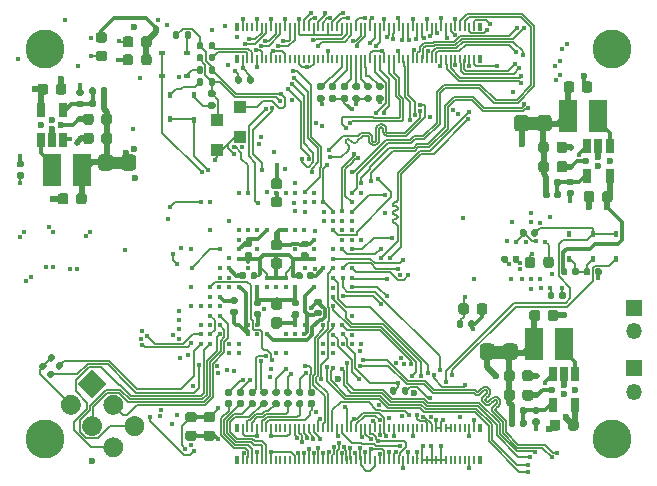
<source format=gbl>
G04 #@! TF.GenerationSoftware,KiCad,Pcbnew,5.1.9+dfsg1-1~bpo10+1*
G04 #@! TF.CreationDate,2021-11-14T15:52:16+01:00*
G04 #@! TF.ProjectId,ulx4m,756c7834-6d2e-46b6-9963-61645f706362,v0.0.2*
G04 #@! TF.SameCoordinates,Original*
G04 #@! TF.FileFunction,Copper,L6,Bot*
G04 #@! TF.FilePolarity,Positive*
%FSLAX46Y46*%
G04 Gerber Fmt 4.6, Leading zero omitted, Abs format (unit mm)*
G04 Created by KiCad (PCBNEW 5.1.9+dfsg1-1~bpo10+1) date 2021-11-14 15:52:16*
%MOMM*%
%LPD*%
G01*
G04 APERTURE LIST*
G04 #@! TA.AperFunction,EtchedComponent*
%ADD10C,0.100000*%
G04 #@! TD*
G04 #@! TA.AperFunction,SMDPad,CuDef*
%ADD11R,0.230000X0.660000*%
G04 #@! TD*
G04 #@! TA.AperFunction,SMDPad,CuDef*
%ADD12R,0.350000X0.660000*%
G04 #@! TD*
G04 #@! TA.AperFunction,ComponentPad*
%ADD13C,3.300000*%
G04 #@! TD*
G04 #@! TA.AperFunction,SMDPad,CuDef*
%ADD14R,1.500000X2.700000*%
G04 #@! TD*
G04 #@! TA.AperFunction,SMDPad,CuDef*
%ADD15R,0.700000X1.200000*%
G04 #@! TD*
G04 #@! TA.AperFunction,SMDPad,CuDef*
%ADD16R,0.600000X0.450000*%
G04 #@! TD*
G04 #@! TA.AperFunction,SMDPad,CuDef*
%ADD17R,0.450000X0.600000*%
G04 #@! TD*
G04 #@! TA.AperFunction,ComponentPad*
%ADD18C,0.100000*%
G04 #@! TD*
G04 #@! TA.AperFunction,SMDPad,CuDef*
%ADD19R,1.000000X1.000000*%
G04 #@! TD*
G04 #@! TA.AperFunction,ComponentPad*
%ADD20O,1.350000X1.350000*%
G04 #@! TD*
G04 #@! TA.AperFunction,ComponentPad*
%ADD21R,1.350000X1.350000*%
G04 #@! TD*
G04 #@! TA.AperFunction,ViaPad*
%ADD22C,0.419000*%
G04 #@! TD*
G04 #@! TA.AperFunction,ViaPad*
%ADD23C,0.600000*%
G04 #@! TD*
G04 #@! TA.AperFunction,ViaPad*
%ADD24C,0.420000*%
G04 #@! TD*
G04 #@! TA.AperFunction,Conductor*
%ADD25C,0.300000*%
G04 #@! TD*
G04 #@! TA.AperFunction,Conductor*
%ADD26C,0.127000*%
G04 #@! TD*
G04 #@! TA.AperFunction,Conductor*
%ADD27C,0.500000*%
G04 #@! TD*
G04 #@! TA.AperFunction,Conductor*
%ADD28C,0.200000*%
G04 #@! TD*
G04 #@! TA.AperFunction,Conductor*
%ADD29C,0.190000*%
G04 #@! TD*
G04 #@! TA.AperFunction,Conductor*
%ADD30C,0.400000*%
G04 #@! TD*
G04 APERTURE END LIST*
D10*
G36*
X136450000Y-100815000D02*
G01*
X135650000Y-100815000D01*
X135650000Y-101815000D01*
X136450000Y-101815000D01*
X136450000Y-100815000D01*
G37*
X136450000Y-100815000D02*
X135650000Y-100815000D01*
X135650000Y-101815000D01*
X136450000Y-101815000D01*
X136450000Y-100815000D01*
G36*
X139334001Y-81467000D02*
G01*
X138534001Y-81467000D01*
X138534001Y-82467000D01*
X139334001Y-82467000D01*
X139334001Y-81467000D01*
G37*
X139334001Y-81467000D02*
X138534001Y-81467000D01*
X138534001Y-82467000D01*
X139334001Y-82467000D01*
X139334001Y-81467000D01*
G36*
X103340000Y-85800000D02*
G01*
X104140000Y-85800000D01*
X104140000Y-84800000D01*
X103340000Y-84800000D01*
X103340000Y-85800000D01*
G37*
X103340000Y-85800000D02*
X104140000Y-85800000D01*
X104140000Y-84800000D01*
X103340000Y-84800000D01*
X103340000Y-85800000D01*
G04 #@! TA.AperFunction,SMDPad,CuDef*
G36*
G01*
X97842391Y-101752807D02*
X98082807Y-101512391D01*
G75*
G02*
X98280797Y-101512391I98995J-98995D01*
G01*
X98478787Y-101710381D01*
G75*
G02*
X98478787Y-101908371I-98995J-98995D01*
G01*
X98238371Y-102148787D01*
G75*
G02*
X98040381Y-102148787I-98995J98995D01*
G01*
X97842391Y-101950797D01*
G75*
G02*
X97842391Y-101752807I98995J98995D01*
G01*
G37*
G04 #@! TD.AperFunction*
G04 #@! TA.AperFunction,SMDPad,CuDef*
G36*
G01*
X98521213Y-102431629D02*
X98761629Y-102191213D01*
G75*
G02*
X98959619Y-102191213I98995J-98995D01*
G01*
X99157609Y-102389203D01*
G75*
G02*
X99157609Y-102587193I-98995J-98995D01*
G01*
X98917193Y-102827609D01*
G75*
G02*
X98719203Y-102827609I-98995J98995D01*
G01*
X98521213Y-102629619D01*
G75*
G02*
X98521213Y-102431629I98995J98995D01*
G01*
G37*
G04 #@! TD.AperFunction*
D11*
X133958000Y-107790000D03*
X133958000Y-110500000D03*
X133558000Y-107790000D03*
X133558000Y-110500000D03*
X133158000Y-107790000D03*
X133158000Y-110500000D03*
X132758000Y-107790000D03*
X132758000Y-110500000D03*
X132358000Y-107790000D03*
X132358000Y-110500000D03*
X131958000Y-107790000D03*
X131958000Y-110500000D03*
X131558000Y-107790000D03*
X131558000Y-110500000D03*
X131158000Y-107790000D03*
X131158000Y-110500000D03*
X130758000Y-107790000D03*
X130758000Y-110500000D03*
X130358000Y-107790000D03*
X130358000Y-110500000D03*
X129958000Y-107790000D03*
X129958000Y-110500000D03*
X129558000Y-107790000D03*
X129558000Y-110500000D03*
X129158000Y-107790000D03*
X129158000Y-110500000D03*
X128758000Y-107790000D03*
X128758000Y-110500000D03*
X128358000Y-107790000D03*
X128358000Y-110500000D03*
X127958000Y-107790000D03*
X127958000Y-110500000D03*
X127558000Y-107790000D03*
X127558000Y-110500000D03*
X127158000Y-107790000D03*
X127158000Y-110500000D03*
X126758000Y-107790000D03*
X126758000Y-110500000D03*
X126358000Y-107790000D03*
X126358000Y-110500000D03*
X125958000Y-107790000D03*
X125958000Y-110500000D03*
X125558000Y-107790000D03*
X125558000Y-110500000D03*
X125158000Y-107790000D03*
X125158000Y-110500000D03*
X124758000Y-107790000D03*
X124758000Y-110500000D03*
X124358000Y-107790000D03*
X124358000Y-110500000D03*
X123958000Y-107790000D03*
X123958000Y-110500000D03*
X123558000Y-107790000D03*
X123558000Y-110500000D03*
X123158000Y-107790000D03*
X123158000Y-110500000D03*
X122758000Y-107790000D03*
X122758000Y-110500000D03*
X122358000Y-107790000D03*
X122358000Y-110500000D03*
X121958000Y-107790000D03*
X121958000Y-110500000D03*
X121558000Y-107790000D03*
X121558000Y-110500000D03*
X121158000Y-107790000D03*
X121158000Y-110500000D03*
X120758000Y-107790000D03*
X120758000Y-110500000D03*
X120358000Y-107790000D03*
X120358000Y-110500000D03*
X119958000Y-107790000D03*
X119958000Y-110500000D03*
X119558000Y-107790000D03*
X119558000Y-110500000D03*
X119158000Y-107790000D03*
X119158000Y-110500000D03*
X118758000Y-107790000D03*
X118758000Y-110500000D03*
X118358000Y-107790000D03*
X118358000Y-110500000D03*
D12*
X134433000Y-110500000D03*
X134433000Y-107790000D03*
X113883000Y-110500000D03*
X113883000Y-107790000D03*
D11*
X117958000Y-107790000D03*
X117958000Y-110500000D03*
X117558000Y-107790000D03*
X117558000Y-110500000D03*
X117158000Y-107790000D03*
X117158000Y-110500000D03*
X116758000Y-107790000D03*
X116758000Y-110500000D03*
X116358000Y-107790000D03*
X116358000Y-110500000D03*
X115958000Y-107790000D03*
X115958000Y-110500000D03*
X115558000Y-107790000D03*
X115558000Y-110500000D03*
X115158000Y-107790000D03*
X115158000Y-110500000D03*
X114758000Y-107790000D03*
X114758000Y-110500000D03*
X114358000Y-107790000D03*
X114358000Y-110500000D03*
D13*
X97620000Y-75644999D03*
X145620000Y-75645000D03*
X145620000Y-108720000D03*
X97619999Y-108723599D03*
G04 #@! TA.AperFunction,SMDPad,CuDef*
G36*
G01*
X135730000Y-100938750D02*
X135730000Y-101691250D01*
G75*
G02*
X135406250Y-102015000I-323750J0D01*
G01*
X134758750Y-102015000D01*
G75*
G02*
X134435000Y-101691250I0J323750D01*
G01*
X134435000Y-100938750D01*
G75*
G02*
X134758750Y-100615000I323750J0D01*
G01*
X135406250Y-100615000D01*
G75*
G02*
X135730000Y-100938750I0J-323750D01*
G01*
G37*
G04 #@! TD.AperFunction*
G04 #@! TA.AperFunction,SMDPad,CuDef*
G36*
G01*
X137665000Y-100938750D02*
X137665000Y-101691250D01*
G75*
G02*
X137341250Y-102015000I-323750J0D01*
G01*
X136693750Y-102015000D01*
G75*
G02*
X136370000Y-101691250I0J323750D01*
G01*
X136370000Y-100938750D01*
G75*
G02*
X136693750Y-100615000I323750J0D01*
G01*
X137341250Y-100615000D01*
G75*
G02*
X137665000Y-100938750I0J-323750D01*
G01*
G37*
G04 #@! TD.AperFunction*
G04 #@! TA.AperFunction,SMDPad,CuDef*
G36*
G01*
X138614001Y-81590750D02*
X138614001Y-82343250D01*
G75*
G02*
X138290251Y-82667000I-323750J0D01*
G01*
X137642751Y-82667000D01*
G75*
G02*
X137319001Y-82343250I0J323750D01*
G01*
X137319001Y-81590750D01*
G75*
G02*
X137642751Y-81267000I323750J0D01*
G01*
X138290251Y-81267000D01*
G75*
G02*
X138614001Y-81590750I0J-323750D01*
G01*
G37*
G04 #@! TD.AperFunction*
G04 #@! TA.AperFunction,SMDPad,CuDef*
G36*
G01*
X140549001Y-81590750D02*
X140549001Y-82343250D01*
G75*
G02*
X140225251Y-82667000I-323750J0D01*
G01*
X139577751Y-82667000D01*
G75*
G02*
X139254001Y-82343250I0J323750D01*
G01*
X139254001Y-81590750D01*
G75*
G02*
X139577751Y-81267000I323750J0D01*
G01*
X140225251Y-81267000D01*
G75*
G02*
X140549001Y-81590750I0J-323750D01*
G01*
G37*
G04 #@! TD.AperFunction*
G04 #@! TA.AperFunction,SMDPad,CuDef*
G36*
G01*
X102125000Y-85676250D02*
X102125000Y-84923750D01*
G75*
G02*
X102448750Y-84600000I323750J0D01*
G01*
X103096250Y-84600000D01*
G75*
G02*
X103420000Y-84923750I0J-323750D01*
G01*
X103420000Y-85676250D01*
G75*
G02*
X103096250Y-86000000I-323750J0D01*
G01*
X102448750Y-86000000D01*
G75*
G02*
X102125000Y-85676250I0J323750D01*
G01*
G37*
G04 #@! TD.AperFunction*
G04 #@! TA.AperFunction,SMDPad,CuDef*
G36*
G01*
X104060000Y-85676250D02*
X104060000Y-84923750D01*
G75*
G02*
X104383750Y-84600000I323750J0D01*
G01*
X105031250Y-84600000D01*
G75*
G02*
X105355000Y-84923750I0J-323750D01*
G01*
X105355000Y-85676250D01*
G75*
G02*
X105031250Y-86000000I-323750J0D01*
G01*
X104383750Y-86000000D01*
G75*
G02*
X104060000Y-85676250I0J323750D01*
G01*
G37*
G04 #@! TD.AperFunction*
D14*
X144475001Y-81350000D03*
X141935001Y-81350000D03*
X141580000Y-100690000D03*
X139040000Y-100690000D03*
X98210000Y-85925000D03*
X100750000Y-85925000D03*
G04 #@! TA.AperFunction,SMDPad,CuDef*
G36*
G01*
X105075000Y-76348750D02*
X105075000Y-76861250D01*
G75*
G02*
X104856250Y-77080000I-218750J0D01*
G01*
X104418750Y-77080000D01*
G75*
G02*
X104200000Y-76861250I0J218750D01*
G01*
X104200000Y-76348750D01*
G75*
G02*
X104418750Y-76130000I218750J0D01*
G01*
X104856250Y-76130000D01*
G75*
G02*
X105075000Y-76348750I0J-218750D01*
G01*
G37*
G04 #@! TD.AperFunction*
G04 #@! TA.AperFunction,SMDPad,CuDef*
G36*
G01*
X106650000Y-76348750D02*
X106650000Y-76861250D01*
G75*
G02*
X106431250Y-77080000I-218750J0D01*
G01*
X105993750Y-77080000D01*
G75*
G02*
X105775000Y-76861250I0J218750D01*
G01*
X105775000Y-76348750D01*
G75*
G02*
X105993750Y-76130000I218750J0D01*
G01*
X106431250Y-76130000D01*
G75*
G02*
X106650000Y-76348750I0J-218750D01*
G01*
G37*
G04 #@! TD.AperFunction*
G04 #@! TA.AperFunction,SMDPad,CuDef*
G36*
G01*
X139830000Y-94006250D02*
X139830000Y-93493750D01*
G75*
G02*
X140048750Y-93275000I218750J0D01*
G01*
X140486250Y-93275000D01*
G75*
G02*
X140705000Y-93493750I0J-218750D01*
G01*
X140705000Y-94006250D01*
G75*
G02*
X140486250Y-94225000I-218750J0D01*
G01*
X140048750Y-94225000D01*
G75*
G02*
X139830000Y-94006250I0J218750D01*
G01*
G37*
G04 #@! TD.AperFunction*
G04 #@! TA.AperFunction,SMDPad,CuDef*
G36*
G01*
X138255000Y-94006250D02*
X138255000Y-93493750D01*
G75*
G02*
X138473750Y-93275000I218750J0D01*
G01*
X138911250Y-93275000D01*
G75*
G02*
X139130000Y-93493750I0J-218750D01*
G01*
X139130000Y-94006250D01*
G75*
G02*
X138911250Y-94225000I-218750J0D01*
G01*
X138473750Y-94225000D01*
G75*
G02*
X138255000Y-94006250I0J218750D01*
G01*
G37*
G04 #@! TD.AperFunction*
G04 #@! TA.AperFunction,SMDPad,CuDef*
G36*
G01*
X111283750Y-107990000D02*
X111796250Y-107990000D01*
G75*
G02*
X112015000Y-108208750I0J-218750D01*
G01*
X112015000Y-108646250D01*
G75*
G02*
X111796250Y-108865000I-218750J0D01*
G01*
X111283750Y-108865000D01*
G75*
G02*
X111065000Y-108646250I0J218750D01*
G01*
X111065000Y-108208750D01*
G75*
G02*
X111283750Y-107990000I218750J0D01*
G01*
G37*
G04 #@! TD.AperFunction*
G04 #@! TA.AperFunction,SMDPad,CuDef*
G36*
G01*
X111283750Y-106415000D02*
X111796250Y-106415000D01*
G75*
G02*
X112015000Y-106633750I0J-218750D01*
G01*
X112015000Y-107071250D01*
G75*
G02*
X111796250Y-107290000I-218750J0D01*
G01*
X111283750Y-107290000D01*
G75*
G02*
X111065000Y-107071250I0J218750D01*
G01*
X111065000Y-106633750D01*
G75*
G02*
X111283750Y-106415000I218750J0D01*
G01*
G37*
G04 #@! TD.AperFunction*
G04 #@! TA.AperFunction,SMDPad,CuDef*
G36*
G01*
X109723750Y-107990000D02*
X110236250Y-107990000D01*
G75*
G02*
X110455000Y-108208750I0J-218750D01*
G01*
X110455000Y-108646250D01*
G75*
G02*
X110236250Y-108865000I-218750J0D01*
G01*
X109723750Y-108865000D01*
G75*
G02*
X109505000Y-108646250I0J218750D01*
G01*
X109505000Y-108208750D01*
G75*
G02*
X109723750Y-107990000I218750J0D01*
G01*
G37*
G04 #@! TD.AperFunction*
G04 #@! TA.AperFunction,SMDPad,CuDef*
G36*
G01*
X109723750Y-106415000D02*
X110236250Y-106415000D01*
G75*
G02*
X110455000Y-106633750I0J-218750D01*
G01*
X110455000Y-107071250D01*
G75*
G02*
X110236250Y-107290000I-218750J0D01*
G01*
X109723750Y-107290000D01*
G75*
G02*
X109505000Y-107071250I0J218750D01*
G01*
X109505000Y-106633750D01*
G75*
G02*
X109723750Y-106415000I218750J0D01*
G01*
G37*
G04 #@! TD.AperFunction*
D15*
X143525000Y-83860000D03*
X144475000Y-83860000D03*
X145425000Y-83860000D03*
X145425000Y-86460000D03*
X143525000Y-86460000D03*
G04 #@! TA.AperFunction,SMDPad,CuDef*
G36*
G01*
X102143750Y-75850000D02*
X102656250Y-75850000D01*
G75*
G02*
X102875000Y-76068750I0J-218750D01*
G01*
X102875000Y-76506250D01*
G75*
G02*
X102656250Y-76725000I-218750J0D01*
G01*
X102143750Y-76725000D01*
G75*
G02*
X101925000Y-76506250I0J218750D01*
G01*
X101925000Y-76068750D01*
G75*
G02*
X102143750Y-75850000I218750J0D01*
G01*
G37*
G04 #@! TD.AperFunction*
G04 #@! TA.AperFunction,SMDPad,CuDef*
G36*
G01*
X102143750Y-74275000D02*
X102656250Y-74275000D01*
G75*
G02*
X102875000Y-74493750I0J-218750D01*
G01*
X102875000Y-74931250D01*
G75*
G02*
X102656250Y-75150000I-218750J0D01*
G01*
X102143750Y-75150000D01*
G75*
G02*
X101925000Y-74931250I0J218750D01*
G01*
X101925000Y-74493750D01*
G75*
G02*
X102143750Y-74275000I218750J0D01*
G01*
G37*
G04 #@! TD.AperFunction*
X140630000Y-103200000D03*
X141580000Y-103200000D03*
X142530000Y-103200000D03*
X142530000Y-105800000D03*
X140630000Y-105800000D03*
X99160000Y-83415000D03*
X98210000Y-83415000D03*
X97260000Y-83415000D03*
X97260000Y-80815000D03*
X99160000Y-80815000D03*
G04 #@! TA.AperFunction,SMDPad,CuDef*
G36*
G01*
X96990000Y-79335000D02*
X96990000Y-78835000D01*
G75*
G02*
X97215000Y-78610000I225000J0D01*
G01*
X97665000Y-78610000D01*
G75*
G02*
X97890000Y-78835000I0J-225000D01*
G01*
X97890000Y-79335000D01*
G75*
G02*
X97665000Y-79560000I-225000J0D01*
G01*
X97215000Y-79560000D01*
G75*
G02*
X96990000Y-79335000I0J225000D01*
G01*
G37*
G04 #@! TD.AperFunction*
G04 #@! TA.AperFunction,SMDPad,CuDef*
G36*
G01*
X98540000Y-79335000D02*
X98540000Y-78835000D01*
G75*
G02*
X98765000Y-78610000I225000J0D01*
G01*
X99215000Y-78610000D01*
G75*
G02*
X99440000Y-78835000I0J-225000D01*
G01*
X99440000Y-79335000D01*
G75*
G02*
X99215000Y-79560000I-225000J0D01*
G01*
X98765000Y-79560000D01*
G75*
G02*
X98540000Y-79335000I0J225000D01*
G01*
G37*
G04 #@! TD.AperFunction*
G04 #@! TA.AperFunction,SMDPad,CuDef*
G36*
G01*
X137850001Y-107535000D02*
X137850001Y-107195000D01*
G75*
G02*
X137990001Y-107055000I140000J0D01*
G01*
X138270001Y-107055000D01*
G75*
G02*
X138410001Y-107195000I0J-140000D01*
G01*
X138410001Y-107535000D01*
G75*
G02*
X138270001Y-107675000I-140000J0D01*
G01*
X137990001Y-107675000D01*
G75*
G02*
X137850001Y-107535000I0J140000D01*
G01*
G37*
G04 #@! TD.AperFunction*
G04 #@! TA.AperFunction,SMDPad,CuDef*
G36*
G01*
X136890001Y-107535000D02*
X136890001Y-107195000D01*
G75*
G02*
X137030001Y-107055000I140000J0D01*
G01*
X137310001Y-107055000D01*
G75*
G02*
X137450001Y-107195000I0J-140000D01*
G01*
X137450001Y-107535000D01*
G75*
G02*
X137310001Y-107675000I-140000J0D01*
G01*
X137030001Y-107675000D01*
G75*
G02*
X136890001Y-107535000I0J140000D01*
G01*
G37*
G04 #@! TD.AperFunction*
G04 #@! TA.AperFunction,SMDPad,CuDef*
G36*
G01*
X136500000Y-105239999D02*
X136500000Y-104739999D01*
G75*
G02*
X136725000Y-104514999I225000J0D01*
G01*
X137175000Y-104514999D01*
G75*
G02*
X137400000Y-104739999I0J-225000D01*
G01*
X137400000Y-105239999D01*
G75*
G02*
X137175000Y-105464999I-225000J0D01*
G01*
X136725000Y-105464999D01*
G75*
G02*
X136500000Y-105239999I0J225000D01*
G01*
G37*
G04 #@! TD.AperFunction*
G04 #@! TA.AperFunction,SMDPad,CuDef*
G36*
G01*
X138050000Y-105239999D02*
X138050000Y-104739999D01*
G75*
G02*
X138275000Y-104514999I225000J0D01*
G01*
X138725000Y-104514999D01*
G75*
G02*
X138950000Y-104739999I0J-225000D01*
G01*
X138950000Y-105239999D01*
G75*
G02*
X138725000Y-105464999I-225000J0D01*
G01*
X138275000Y-105464999D01*
G75*
G02*
X138050000Y-105239999I0J225000D01*
G01*
G37*
G04 #@! TD.AperFunction*
G04 #@! TA.AperFunction,SMDPad,CuDef*
G36*
G01*
X138040000Y-103605000D02*
X138040000Y-103105000D01*
G75*
G02*
X138265000Y-102880000I225000J0D01*
G01*
X138715000Y-102880000D01*
G75*
G02*
X138940000Y-103105000I0J-225000D01*
G01*
X138940000Y-103605000D01*
G75*
G02*
X138715000Y-103830000I-225000J0D01*
G01*
X138265000Y-103830000D01*
G75*
G02*
X138040000Y-103605000I0J225000D01*
G01*
G37*
G04 #@! TD.AperFunction*
G04 #@! TA.AperFunction,SMDPad,CuDef*
G36*
G01*
X136490000Y-103605000D02*
X136490000Y-103105000D01*
G75*
G02*
X136715000Y-102880000I225000J0D01*
G01*
X137165000Y-102880000D01*
G75*
G02*
X137390000Y-103105000I0J-225000D01*
G01*
X137390000Y-103605000D01*
G75*
G02*
X137165000Y-103830000I-225000J0D01*
G01*
X136715000Y-103830000D01*
G75*
G02*
X136490000Y-103605000I0J225000D01*
G01*
G37*
G04 #@! TD.AperFunction*
G04 #@! TA.AperFunction,SMDPad,CuDef*
G36*
G01*
X142800000Y-107280000D02*
X142800000Y-107780000D01*
G75*
G02*
X142575000Y-108005000I-225000J0D01*
G01*
X142125000Y-108005000D01*
G75*
G02*
X141900000Y-107780000I0J225000D01*
G01*
X141900000Y-107280000D01*
G75*
G02*
X142125000Y-107055000I225000J0D01*
G01*
X142575000Y-107055000D01*
G75*
G02*
X142800000Y-107280000I0J-225000D01*
G01*
G37*
G04 #@! TD.AperFunction*
G04 #@! TA.AperFunction,SMDPad,CuDef*
G36*
G01*
X141250000Y-107280000D02*
X141250000Y-107780000D01*
G75*
G02*
X141025000Y-108005000I-225000J0D01*
G01*
X140575000Y-108005000D01*
G75*
G02*
X140350000Y-107780000I0J225000D01*
G01*
X140350000Y-107280000D01*
G75*
G02*
X140575000Y-107055000I225000J0D01*
G01*
X141025000Y-107055000D01*
G75*
G02*
X141250000Y-107280000I0J-225000D01*
G01*
G37*
G04 #@! TD.AperFunction*
G04 #@! TA.AperFunction,SMDPad,CuDef*
G36*
G01*
X139785000Y-88194999D02*
X139785000Y-87854999D01*
G75*
G02*
X139925000Y-87714999I140000J0D01*
G01*
X140205000Y-87714999D01*
G75*
G02*
X140345000Y-87854999I0J-140000D01*
G01*
X140345000Y-88194999D01*
G75*
G02*
X140205000Y-88334999I-140000J0D01*
G01*
X139925000Y-88334999D01*
G75*
G02*
X139785000Y-88194999I0J140000D01*
G01*
G37*
G04 #@! TD.AperFunction*
G04 #@! TA.AperFunction,SMDPad,CuDef*
G36*
G01*
X140745000Y-88194999D02*
X140745000Y-87854999D01*
G75*
G02*
X140885000Y-87714999I140000J0D01*
G01*
X141165000Y-87714999D01*
G75*
G02*
X141305000Y-87854999I0J-140000D01*
G01*
X141305000Y-88194999D01*
G75*
G02*
X141165000Y-88334999I-140000J0D01*
G01*
X140885000Y-88334999D01*
G75*
G02*
X140745000Y-88194999I0J140000D01*
G01*
G37*
G04 #@! TD.AperFunction*
G04 #@! TA.AperFunction,SMDPad,CuDef*
G36*
G01*
X140945001Y-85900001D02*
X140945001Y-85400001D01*
G75*
G02*
X141170001Y-85175001I225000J0D01*
G01*
X141620001Y-85175001D01*
G75*
G02*
X141845001Y-85400001I0J-225000D01*
G01*
X141845001Y-85900001D01*
G75*
G02*
X141620001Y-86125001I-225000J0D01*
G01*
X141170001Y-86125001D01*
G75*
G02*
X140945001Y-85900001I0J225000D01*
G01*
G37*
G04 #@! TD.AperFunction*
G04 #@! TA.AperFunction,SMDPad,CuDef*
G36*
G01*
X139395001Y-85900001D02*
X139395001Y-85400001D01*
G75*
G02*
X139620001Y-85175001I225000J0D01*
G01*
X140070001Y-85175001D01*
G75*
G02*
X140295001Y-85400001I0J-225000D01*
G01*
X140295001Y-85900001D01*
G75*
G02*
X140070001Y-86125001I-225000J0D01*
G01*
X139620001Y-86125001D01*
G75*
G02*
X139395001Y-85900001I0J225000D01*
G01*
G37*
G04 #@! TD.AperFunction*
G04 #@! TA.AperFunction,SMDPad,CuDef*
G36*
G01*
X139385001Y-84265000D02*
X139385001Y-83765000D01*
G75*
G02*
X139610001Y-83540000I225000J0D01*
G01*
X140060001Y-83540000D01*
G75*
G02*
X140285001Y-83765000I0J-225000D01*
G01*
X140285001Y-84265000D01*
G75*
G02*
X140060001Y-84490000I-225000J0D01*
G01*
X139610001Y-84490000D01*
G75*
G02*
X139385001Y-84265000I0J225000D01*
G01*
G37*
G04 #@! TD.AperFunction*
G04 #@! TA.AperFunction,SMDPad,CuDef*
G36*
G01*
X140935001Y-84265000D02*
X140935001Y-83765000D01*
G75*
G02*
X141160001Y-83540000I225000J0D01*
G01*
X141610001Y-83540000D01*
G75*
G02*
X141835001Y-83765000I0J-225000D01*
G01*
X141835001Y-84265000D01*
G75*
G02*
X141610001Y-84490000I-225000J0D01*
G01*
X141160001Y-84490000D01*
G75*
G02*
X140935001Y-84265000I0J225000D01*
G01*
G37*
G04 #@! TD.AperFunction*
G04 #@! TA.AperFunction,SMDPad,CuDef*
G36*
G01*
X145695000Y-87940000D02*
X145695000Y-88440000D01*
G75*
G02*
X145470000Y-88665000I-225000J0D01*
G01*
X145020000Y-88665000D01*
G75*
G02*
X144795000Y-88440000I0J225000D01*
G01*
X144795000Y-87940000D01*
G75*
G02*
X145020000Y-87715000I225000J0D01*
G01*
X145470000Y-87715000D01*
G75*
G02*
X145695000Y-87940000I0J-225000D01*
G01*
G37*
G04 #@! TD.AperFunction*
G04 #@! TA.AperFunction,SMDPad,CuDef*
G36*
G01*
X144145000Y-87940000D02*
X144145000Y-88440000D01*
G75*
G02*
X143920000Y-88665000I-225000J0D01*
G01*
X143470000Y-88665000D01*
G75*
G02*
X143245000Y-88440000I0J225000D01*
G01*
X143245000Y-87940000D01*
G75*
G02*
X143470000Y-87715000I225000J0D01*
G01*
X143920000Y-87715000D01*
G75*
G02*
X144145000Y-87940000I0J-225000D01*
G01*
G37*
G04 #@! TD.AperFunction*
G04 #@! TA.AperFunction,SMDPad,CuDef*
G36*
G01*
X102900000Y-79080000D02*
X102900000Y-79420000D01*
G75*
G02*
X102760000Y-79560000I-140000J0D01*
G01*
X102480000Y-79560000D01*
G75*
G02*
X102340000Y-79420000I0J140000D01*
G01*
X102340000Y-79080000D01*
G75*
G02*
X102480000Y-78940000I140000J0D01*
G01*
X102760000Y-78940000D01*
G75*
G02*
X102900000Y-79080000I0J-140000D01*
G01*
G37*
G04 #@! TD.AperFunction*
G04 #@! TA.AperFunction,SMDPad,CuDef*
G36*
G01*
X101940000Y-79080000D02*
X101940000Y-79420000D01*
G75*
G02*
X101800000Y-79560000I-140000J0D01*
G01*
X101520000Y-79560000D01*
G75*
G02*
X101380000Y-79420000I0J140000D01*
G01*
X101380000Y-79080000D01*
G75*
G02*
X101520000Y-78940000I140000J0D01*
G01*
X101800000Y-78940000D01*
G75*
G02*
X101940000Y-79080000I0J-140000D01*
G01*
G37*
G04 #@! TD.AperFunction*
G04 #@! TA.AperFunction,SMDPad,CuDef*
G36*
G01*
X101740000Y-81375000D02*
X101740000Y-81875000D01*
G75*
G02*
X101515000Y-82100000I-225000J0D01*
G01*
X101065000Y-82100000D01*
G75*
G02*
X100840000Y-81875000I0J225000D01*
G01*
X100840000Y-81375000D01*
G75*
G02*
X101065000Y-81150000I225000J0D01*
G01*
X101515000Y-81150000D01*
G75*
G02*
X101740000Y-81375000I0J-225000D01*
G01*
G37*
G04 #@! TD.AperFunction*
G04 #@! TA.AperFunction,SMDPad,CuDef*
G36*
G01*
X103290000Y-81375000D02*
X103290000Y-81875000D01*
G75*
G02*
X103065000Y-82100000I-225000J0D01*
G01*
X102615000Y-82100000D01*
G75*
G02*
X102390000Y-81875000I0J225000D01*
G01*
X102390000Y-81375000D01*
G75*
G02*
X102615000Y-81150000I225000J0D01*
G01*
X103065000Y-81150000D01*
G75*
G02*
X103290000Y-81375000I0J-225000D01*
G01*
G37*
G04 #@! TD.AperFunction*
G04 #@! TA.AperFunction,SMDPad,CuDef*
G36*
G01*
X103300000Y-83010000D02*
X103300000Y-83510000D01*
G75*
G02*
X103075000Y-83735000I-225000J0D01*
G01*
X102625000Y-83735000D01*
G75*
G02*
X102400000Y-83510000I0J225000D01*
G01*
X102400000Y-83010000D01*
G75*
G02*
X102625000Y-82785000I225000J0D01*
G01*
X103075000Y-82785000D01*
G75*
G02*
X103300000Y-83010000I0J-225000D01*
G01*
G37*
G04 #@! TD.AperFunction*
G04 #@! TA.AperFunction,SMDPad,CuDef*
G36*
G01*
X101750000Y-83010000D02*
X101750000Y-83510000D01*
G75*
G02*
X101525000Y-83735000I-225000J0D01*
G01*
X101075000Y-83735000D01*
G75*
G02*
X100850000Y-83510000I0J225000D01*
G01*
X100850000Y-83010000D01*
G75*
G02*
X101075000Y-82785000I225000J0D01*
G01*
X101525000Y-82785000D01*
G75*
G02*
X101750000Y-83010000I0J-225000D01*
G01*
G37*
G04 #@! TD.AperFunction*
G04 #@! TA.AperFunction,SMDPad,CuDef*
G36*
G01*
X134165000Y-97940000D02*
X134165000Y-97440000D01*
G75*
G02*
X134390000Y-97215000I225000J0D01*
G01*
X134840000Y-97215000D01*
G75*
G02*
X135065000Y-97440000I0J-225000D01*
G01*
X135065000Y-97940000D01*
G75*
G02*
X134840000Y-98165000I-225000J0D01*
G01*
X134390000Y-98165000D01*
G75*
G02*
X134165000Y-97940000I0J225000D01*
G01*
G37*
G04 #@! TD.AperFunction*
G04 #@! TA.AperFunction,SMDPad,CuDef*
G36*
G01*
X132615000Y-97940000D02*
X132615000Y-97440000D01*
G75*
G02*
X132840000Y-97215000I225000J0D01*
G01*
X133290000Y-97215000D01*
G75*
G02*
X133515000Y-97440000I0J-225000D01*
G01*
X133515000Y-97940000D01*
G75*
G02*
X133290000Y-98165000I-225000J0D01*
G01*
X132840000Y-98165000D01*
G75*
G02*
X132615000Y-97940000I0J225000D01*
G01*
G37*
G04 #@! TD.AperFunction*
G04 #@! TA.AperFunction,SMDPad,CuDef*
G36*
G01*
X116980000Y-98395000D02*
X117480000Y-98395000D01*
G75*
G02*
X117705000Y-98620000I0J-225000D01*
G01*
X117705000Y-99070000D01*
G75*
G02*
X117480000Y-99295000I-225000J0D01*
G01*
X116980000Y-99295000D01*
G75*
G02*
X116755000Y-99070000I0J225000D01*
G01*
X116755000Y-98620000D01*
G75*
G02*
X116980000Y-98395000I225000J0D01*
G01*
G37*
G04 #@! TD.AperFunction*
G04 #@! TA.AperFunction,SMDPad,CuDef*
G36*
G01*
X116980000Y-96845000D02*
X117480000Y-96845000D01*
G75*
G02*
X117705000Y-97070000I0J-225000D01*
G01*
X117705000Y-97520000D01*
G75*
G02*
X117480000Y-97745000I-225000J0D01*
G01*
X116980000Y-97745000D01*
G75*
G02*
X116755000Y-97520000I0J225000D01*
G01*
X116755000Y-97070000D01*
G75*
G02*
X116980000Y-96845000I225000J0D01*
G01*
G37*
G04 #@! TD.AperFunction*
G04 #@! TA.AperFunction,SMDPad,CuDef*
G36*
G01*
X117480000Y-89095000D02*
X116980000Y-89095000D01*
G75*
G02*
X116755000Y-88870000I0J225000D01*
G01*
X116755000Y-88420000D01*
G75*
G02*
X116980000Y-88195000I225000J0D01*
G01*
X117480000Y-88195000D01*
G75*
G02*
X117705000Y-88420000I0J-225000D01*
G01*
X117705000Y-88870000D01*
G75*
G02*
X117480000Y-89095000I-225000J0D01*
G01*
G37*
G04 #@! TD.AperFunction*
G04 #@! TA.AperFunction,SMDPad,CuDef*
G36*
G01*
X117480000Y-87545000D02*
X116980000Y-87545000D01*
G75*
G02*
X116755000Y-87320000I0J225000D01*
G01*
X116755000Y-86870000D01*
G75*
G02*
X116980000Y-86645000I225000J0D01*
G01*
X117480000Y-86645000D01*
G75*
G02*
X117705000Y-86870000I0J-225000D01*
G01*
X117705000Y-87320000D01*
G75*
G02*
X117480000Y-87545000I-225000J0D01*
G01*
G37*
G04 #@! TD.AperFunction*
G04 #@! TA.AperFunction,SMDPad,CuDef*
G36*
G01*
X116980000Y-93395000D02*
X117480000Y-93395000D01*
G75*
G02*
X117705000Y-93620000I0J-225000D01*
G01*
X117705000Y-94070000D01*
G75*
G02*
X117480000Y-94295000I-225000J0D01*
G01*
X116980000Y-94295000D01*
G75*
G02*
X116755000Y-94070000I0J225000D01*
G01*
X116755000Y-93620000D01*
G75*
G02*
X116980000Y-93395000I225000J0D01*
G01*
G37*
G04 #@! TD.AperFunction*
G04 #@! TA.AperFunction,SMDPad,CuDef*
G36*
G01*
X116980000Y-91845000D02*
X117480000Y-91845000D01*
G75*
G02*
X117705000Y-92070000I0J-225000D01*
G01*
X117705000Y-92520000D01*
G75*
G02*
X117480000Y-92745000I-225000J0D01*
G01*
X116980000Y-92745000D01*
G75*
G02*
X116755000Y-92520000I0J225000D01*
G01*
X116755000Y-92070000D01*
G75*
G02*
X116980000Y-91845000I225000J0D01*
G01*
G37*
G04 #@! TD.AperFunction*
G04 #@! TA.AperFunction,SMDPad,CuDef*
G36*
G01*
X138633999Y-98498000D02*
X138633999Y-97998000D01*
G75*
G02*
X138858999Y-97773000I225000J0D01*
G01*
X139308999Y-97773000D01*
G75*
G02*
X139533999Y-97998000I0J-225000D01*
G01*
X139533999Y-98498000D01*
G75*
G02*
X139308999Y-98723000I-225000J0D01*
G01*
X138858999Y-98723000D01*
G75*
G02*
X138633999Y-98498000I0J225000D01*
G01*
G37*
G04 #@! TD.AperFunction*
G04 #@! TA.AperFunction,SMDPad,CuDef*
G36*
G01*
X140183999Y-98498000D02*
X140183999Y-97998000D01*
G75*
G02*
X140408999Y-97773000I225000J0D01*
G01*
X140858999Y-97773000D01*
G75*
G02*
X141083999Y-97998000I0J-225000D01*
G01*
X141083999Y-98498000D01*
G75*
G02*
X140858999Y-98723000I-225000J0D01*
G01*
X140408999Y-98723000D01*
G75*
G02*
X140183999Y-98498000I0J225000D01*
G01*
G37*
G04 #@! TD.AperFunction*
G04 #@! TA.AperFunction,SMDPad,CuDef*
G36*
G01*
X99606000Y-88117000D02*
X99606000Y-88617000D01*
G75*
G02*
X99381000Y-88842000I-225000J0D01*
G01*
X98931000Y-88842000D01*
G75*
G02*
X98706000Y-88617000I0J225000D01*
G01*
X98706000Y-88117000D01*
G75*
G02*
X98931000Y-87892000I225000J0D01*
G01*
X99381000Y-87892000D01*
G75*
G02*
X99606000Y-88117000I0J-225000D01*
G01*
G37*
G04 #@! TD.AperFunction*
G04 #@! TA.AperFunction,SMDPad,CuDef*
G36*
G01*
X101156000Y-88117000D02*
X101156000Y-88617000D01*
G75*
G02*
X100931000Y-88842000I-225000J0D01*
G01*
X100481000Y-88842000D01*
G75*
G02*
X100256000Y-88617000I0J225000D01*
G01*
X100256000Y-88117000D01*
G75*
G02*
X100481000Y-87892000I225000J0D01*
G01*
X100931000Y-87892000D01*
G75*
G02*
X101156000Y-88117000I0J-225000D01*
G01*
G37*
G04 #@! TD.AperFunction*
G04 #@! TA.AperFunction,SMDPad,CuDef*
G36*
G01*
X143079000Y-79158000D02*
X143079000Y-78658000D01*
G75*
G02*
X143304000Y-78433000I225000J0D01*
G01*
X143754000Y-78433000D01*
G75*
G02*
X143979000Y-78658000I0J-225000D01*
G01*
X143979000Y-79158000D01*
G75*
G02*
X143754000Y-79383000I-225000J0D01*
G01*
X143304000Y-79383000D01*
G75*
G02*
X143079000Y-79158000I0J225000D01*
G01*
G37*
G04 #@! TD.AperFunction*
G04 #@! TA.AperFunction,SMDPad,CuDef*
G36*
G01*
X141529000Y-79158000D02*
X141529000Y-78658000D01*
G75*
G02*
X141754000Y-78433000I225000J0D01*
G01*
X142204000Y-78433000D01*
G75*
G02*
X142429000Y-78658000I0J-225000D01*
G01*
X142429000Y-79158000D01*
G75*
G02*
X142204000Y-79383000I-225000J0D01*
G01*
X141754000Y-79383000D01*
G75*
G02*
X141529000Y-79158000I0J225000D01*
G01*
G37*
G04 #@! TD.AperFunction*
G04 #@! TA.AperFunction,SMDPad,CuDef*
G36*
G01*
X119460000Y-92870000D02*
X119800000Y-92870000D01*
G75*
G02*
X119940000Y-93010000I0J-140000D01*
G01*
X119940000Y-93290000D01*
G75*
G02*
X119800000Y-93430000I-140000J0D01*
G01*
X119460000Y-93430000D01*
G75*
G02*
X119320000Y-93290000I0J140000D01*
G01*
X119320000Y-93010000D01*
G75*
G02*
X119460000Y-92870000I140000J0D01*
G01*
G37*
G04 #@! TD.AperFunction*
G04 #@! TA.AperFunction,SMDPad,CuDef*
G36*
G01*
X119460000Y-91910000D02*
X119800000Y-91910000D01*
G75*
G02*
X119940000Y-92050000I0J-140000D01*
G01*
X119940000Y-92330000D01*
G75*
G02*
X119800000Y-92470000I-140000J0D01*
G01*
X119460000Y-92470000D01*
G75*
G02*
X119320000Y-92330000I0J140000D01*
G01*
X119320000Y-92050000D01*
G75*
G02*
X119460000Y-91910000I140000J0D01*
G01*
G37*
G04 #@! TD.AperFunction*
G04 #@! TA.AperFunction,SMDPad,CuDef*
G36*
G01*
X114660000Y-92870000D02*
X115000000Y-92870000D01*
G75*
G02*
X115140000Y-93010000I0J-140000D01*
G01*
X115140000Y-93290000D01*
G75*
G02*
X115000000Y-93430000I-140000J0D01*
G01*
X114660000Y-93430000D01*
G75*
G02*
X114520000Y-93290000I0J140000D01*
G01*
X114520000Y-93010000D01*
G75*
G02*
X114660000Y-92870000I140000J0D01*
G01*
G37*
G04 #@! TD.AperFunction*
G04 #@! TA.AperFunction,SMDPad,CuDef*
G36*
G01*
X114660000Y-91910000D02*
X115000000Y-91910000D01*
G75*
G02*
X115140000Y-92050000I0J-140000D01*
G01*
X115140000Y-92330000D01*
G75*
G02*
X115000000Y-92470000I-140000J0D01*
G01*
X114660000Y-92470000D01*
G75*
G02*
X114520000Y-92330000I0J140000D01*
G01*
X114520000Y-92050000D01*
G75*
G02*
X114660000Y-91910000I140000J0D01*
G01*
G37*
G04 #@! TD.AperFunction*
G04 #@! TA.AperFunction,SMDPad,CuDef*
G36*
G01*
X115460001Y-96910000D02*
X115800001Y-96910000D01*
G75*
G02*
X115940001Y-97050000I0J-140000D01*
G01*
X115940001Y-97330000D01*
G75*
G02*
X115800001Y-97470000I-140000J0D01*
G01*
X115460001Y-97470000D01*
G75*
G02*
X115320001Y-97330000I0J140000D01*
G01*
X115320001Y-97050000D01*
G75*
G02*
X115460001Y-96910000I140000J0D01*
G01*
G37*
G04 #@! TD.AperFunction*
G04 #@! TA.AperFunction,SMDPad,CuDef*
G36*
G01*
X115460001Y-97870000D02*
X115800001Y-97870000D01*
G75*
G02*
X115940001Y-98010000I0J-140000D01*
G01*
X115940001Y-98290000D01*
G75*
G02*
X115800001Y-98430000I-140000J0D01*
G01*
X115460001Y-98430000D01*
G75*
G02*
X115320001Y-98290000I0J140000D01*
G01*
X115320001Y-98010000D01*
G75*
G02*
X115460001Y-97870000I140000J0D01*
G01*
G37*
G04 #@! TD.AperFunction*
G04 #@! TA.AperFunction,SMDPad,CuDef*
G36*
G01*
X118660000Y-97870000D02*
X119000000Y-97870000D01*
G75*
G02*
X119140000Y-98010000I0J-140000D01*
G01*
X119140000Y-98290000D01*
G75*
G02*
X119000000Y-98430000I-140000J0D01*
G01*
X118660000Y-98430000D01*
G75*
G02*
X118520000Y-98290000I0J140000D01*
G01*
X118520000Y-98010000D01*
G75*
G02*
X118660000Y-97870000I140000J0D01*
G01*
G37*
G04 #@! TD.AperFunction*
G04 #@! TA.AperFunction,SMDPad,CuDef*
G36*
G01*
X118660000Y-96910000D02*
X119000000Y-96910000D01*
G75*
G02*
X119140000Y-97050000I0J-140000D01*
G01*
X119140000Y-97330000D01*
G75*
G02*
X119000000Y-97470000I-140000J0D01*
G01*
X118660000Y-97470000D01*
G75*
G02*
X118520000Y-97330000I0J140000D01*
G01*
X118520000Y-97050000D01*
G75*
G02*
X118660000Y-96910000I140000J0D01*
G01*
G37*
G04 #@! TD.AperFunction*
G04 #@! TA.AperFunction,SMDPad,CuDef*
G36*
G01*
X120560000Y-96810000D02*
X120900000Y-96810000D01*
G75*
G02*
X121040000Y-96950000I0J-140000D01*
G01*
X121040000Y-97230000D01*
G75*
G02*
X120900000Y-97370000I-140000J0D01*
G01*
X120560000Y-97370000D01*
G75*
G02*
X120420000Y-97230000I0J140000D01*
G01*
X120420000Y-96950000D01*
G75*
G02*
X120560000Y-96810000I140000J0D01*
G01*
G37*
G04 #@! TD.AperFunction*
G04 #@! TA.AperFunction,SMDPad,CuDef*
G36*
G01*
X120560000Y-97770000D02*
X120900000Y-97770000D01*
G75*
G02*
X121040000Y-97910000I0J-140000D01*
G01*
X121040000Y-98190000D01*
G75*
G02*
X120900000Y-98330000I-140000J0D01*
G01*
X120560000Y-98330000D01*
G75*
G02*
X120420000Y-98190000I0J140000D01*
G01*
X120420000Y-97910000D01*
G75*
G02*
X120560000Y-97770000I140000J0D01*
G01*
G37*
G04 #@! TD.AperFunction*
G04 #@! TA.AperFunction,SMDPad,CuDef*
G36*
G01*
X113460000Y-97670001D02*
X113800000Y-97670001D01*
G75*
G02*
X113940000Y-97810001I0J-140000D01*
G01*
X113940000Y-98090001D01*
G75*
G02*
X113800000Y-98230001I-140000J0D01*
G01*
X113460000Y-98230001D01*
G75*
G02*
X113320000Y-98090001I0J140000D01*
G01*
X113320000Y-97810001D01*
G75*
G02*
X113460000Y-97670001I140000J0D01*
G01*
G37*
G04 #@! TD.AperFunction*
G04 #@! TA.AperFunction,SMDPad,CuDef*
G36*
G01*
X113460000Y-96710001D02*
X113800000Y-96710001D01*
G75*
G02*
X113940000Y-96850001I0J-140000D01*
G01*
X113940000Y-97130001D01*
G75*
G02*
X113800000Y-97270001I-140000J0D01*
G01*
X113460000Y-97270001D01*
G75*
G02*
X113320000Y-97130001I0J140000D01*
G01*
X113320000Y-96850001D01*
G75*
G02*
X113460000Y-96710001I140000J0D01*
G01*
G37*
G04 #@! TD.AperFunction*
G04 #@! TA.AperFunction,SMDPad,CuDef*
G36*
G01*
X115030000Y-95040000D02*
X115030000Y-94700000D01*
G75*
G02*
X115170000Y-94560000I140000J0D01*
G01*
X115450000Y-94560000D01*
G75*
G02*
X115590000Y-94700000I0J-140000D01*
G01*
X115590000Y-95040000D01*
G75*
G02*
X115450000Y-95180000I-140000J0D01*
G01*
X115170000Y-95180000D01*
G75*
G02*
X115030000Y-95040000I0J140000D01*
G01*
G37*
G04 #@! TD.AperFunction*
G04 #@! TA.AperFunction,SMDPad,CuDef*
G36*
G01*
X114070000Y-95040000D02*
X114070000Y-94700000D01*
G75*
G02*
X114210000Y-94560000I140000J0D01*
G01*
X114490000Y-94560000D01*
G75*
G02*
X114630000Y-94700000I0J-140000D01*
G01*
X114630000Y-95040000D01*
G75*
G02*
X114490000Y-95180000I-140000J0D01*
G01*
X114210000Y-95180000D01*
G75*
G02*
X114070000Y-95040000I0J140000D01*
G01*
G37*
G04 #@! TD.AperFunction*
G04 #@! TA.AperFunction,SMDPad,CuDef*
G36*
G01*
X120390000Y-94700000D02*
X120390000Y-95040000D01*
G75*
G02*
X120250000Y-95180000I-140000J0D01*
G01*
X119970000Y-95180000D01*
G75*
G02*
X119830000Y-95040000I0J140000D01*
G01*
X119830000Y-94700000D01*
G75*
G02*
X119970000Y-94560000I140000J0D01*
G01*
X120250000Y-94560000D01*
G75*
G02*
X120390000Y-94700000I0J-140000D01*
G01*
G37*
G04 #@! TD.AperFunction*
G04 #@! TA.AperFunction,SMDPad,CuDef*
G36*
G01*
X119430000Y-94700000D02*
X119430000Y-95040000D01*
G75*
G02*
X119290000Y-95180000I-140000J0D01*
G01*
X119010000Y-95180000D01*
G75*
G02*
X118870000Y-95040000I0J140000D01*
G01*
X118870000Y-94700000D01*
G75*
G02*
X119010000Y-94560000I140000J0D01*
G01*
X119290000Y-94560000D01*
G75*
G02*
X119430000Y-94700000I0J-140000D01*
G01*
G37*
G04 #@! TD.AperFunction*
G04 #@! TA.AperFunction,SMDPad,CuDef*
G36*
G01*
X140190000Y-96720000D02*
X140190000Y-96380000D01*
G75*
G02*
X140330000Y-96240000I140000J0D01*
G01*
X140610000Y-96240000D01*
G75*
G02*
X140750000Y-96380000I0J-140000D01*
G01*
X140750000Y-96720000D01*
G75*
G02*
X140610000Y-96860000I-140000J0D01*
G01*
X140330000Y-96860000D01*
G75*
G02*
X140190000Y-96720000I0J140000D01*
G01*
G37*
G04 #@! TD.AperFunction*
G04 #@! TA.AperFunction,SMDPad,CuDef*
G36*
G01*
X141150000Y-96720000D02*
X141150000Y-96380000D01*
G75*
G02*
X141290000Y-96240000I140000J0D01*
G01*
X141570000Y-96240000D01*
G75*
G02*
X141710000Y-96380000I0J-140000D01*
G01*
X141710000Y-96720000D01*
G75*
G02*
X141570000Y-96860000I-140000J0D01*
G01*
X141290000Y-96860000D01*
G75*
G02*
X141150000Y-96720000I0J140000D01*
G01*
G37*
G04 #@! TD.AperFunction*
G04 #@! TA.AperFunction,SMDPad,CuDef*
G36*
G01*
X133450000Y-99130000D02*
X133450000Y-98790000D01*
G75*
G02*
X133590000Y-98650000I140000J0D01*
G01*
X133870000Y-98650000D01*
G75*
G02*
X134010000Y-98790000I0J-140000D01*
G01*
X134010000Y-99130000D01*
G75*
G02*
X133870000Y-99270000I-140000J0D01*
G01*
X133590000Y-99270000D01*
G75*
G02*
X133450000Y-99130000I0J140000D01*
G01*
G37*
G04 #@! TD.AperFunction*
G04 #@! TA.AperFunction,SMDPad,CuDef*
G36*
G01*
X132490000Y-99130000D02*
X132490000Y-98790000D01*
G75*
G02*
X132630000Y-98650000I140000J0D01*
G01*
X132910000Y-98650000D01*
G75*
G02*
X133050000Y-98790000I0J-140000D01*
G01*
X133050000Y-99130000D01*
G75*
G02*
X132910000Y-99270000I-140000J0D01*
G01*
X132630000Y-99270000D01*
G75*
G02*
X132490000Y-99130000I0J140000D01*
G01*
G37*
G04 #@! TD.AperFunction*
G04 #@! TA.AperFunction,SMDPad,CuDef*
G36*
G01*
X136270000Y-93650000D02*
X136270000Y-93310000D01*
G75*
G02*
X136410000Y-93170000I140000J0D01*
G01*
X136690000Y-93170000D01*
G75*
G02*
X136830000Y-93310000I0J-140000D01*
G01*
X136830000Y-93650000D01*
G75*
G02*
X136690000Y-93790000I-140000J0D01*
G01*
X136410000Y-93790000D01*
G75*
G02*
X136270000Y-93650000I0J140000D01*
G01*
G37*
G04 #@! TD.AperFunction*
G04 #@! TA.AperFunction,SMDPad,CuDef*
G36*
G01*
X137230000Y-93650000D02*
X137230000Y-93310000D01*
G75*
G02*
X137370000Y-93170000I140000J0D01*
G01*
X137650000Y-93170000D01*
G75*
G02*
X137790000Y-93310000I0J-140000D01*
G01*
X137790000Y-93650000D01*
G75*
G02*
X137650000Y-93790000I-140000J0D01*
G01*
X137370000Y-93790000D01*
G75*
G02*
X137230000Y-93650000I0J140000D01*
G01*
G37*
G04 #@! TD.AperFunction*
G04 #@! TA.AperFunction,SMDPad,CuDef*
G36*
G01*
X105105000Y-74830000D02*
X105105000Y-75330000D01*
G75*
G02*
X104880000Y-75555000I-225000J0D01*
G01*
X104430000Y-75555000D01*
G75*
G02*
X104205000Y-75330000I0J225000D01*
G01*
X104205000Y-74830000D01*
G75*
G02*
X104430000Y-74605000I225000J0D01*
G01*
X104880000Y-74605000D01*
G75*
G02*
X105105000Y-74830000I0J-225000D01*
G01*
G37*
G04 #@! TD.AperFunction*
G04 #@! TA.AperFunction,SMDPad,CuDef*
G36*
G01*
X106655000Y-74830000D02*
X106655000Y-75330000D01*
G75*
G02*
X106430000Y-75555000I-225000J0D01*
G01*
X105980000Y-75555000D01*
G75*
G02*
X105755000Y-75330000I0J225000D01*
G01*
X105755000Y-74830000D01*
G75*
G02*
X105980000Y-74605000I225000J0D01*
G01*
X106430000Y-74605000D01*
G75*
G02*
X106655000Y-74830000I0J-225000D01*
G01*
G37*
G04 #@! TD.AperFunction*
G04 #@! TA.AperFunction,SMDPad,CuDef*
G36*
G01*
X144200000Y-94720000D02*
X144200000Y-94380000D01*
G75*
G02*
X144340000Y-94240000I140000J0D01*
G01*
X144620000Y-94240000D01*
G75*
G02*
X144760000Y-94380000I0J-140000D01*
G01*
X144760000Y-94720000D01*
G75*
G02*
X144620000Y-94860000I-140000J0D01*
G01*
X144340000Y-94860000D01*
G75*
G02*
X144200000Y-94720000I0J140000D01*
G01*
G37*
G04 #@! TD.AperFunction*
G04 #@! TA.AperFunction,SMDPad,CuDef*
G36*
G01*
X143240000Y-94720000D02*
X143240000Y-94380000D01*
G75*
G02*
X143380000Y-94240000I140000J0D01*
G01*
X143660000Y-94240000D01*
G75*
G02*
X143800000Y-94380000I0J-140000D01*
G01*
X143800000Y-94720000D01*
G75*
G02*
X143660000Y-94860000I-140000J0D01*
G01*
X143380000Y-94860000D01*
G75*
G02*
X143240000Y-94720000I0J140000D01*
G01*
G37*
G04 #@! TD.AperFunction*
G04 #@! TA.AperFunction,SMDPad,CuDef*
G36*
G01*
X142260000Y-94710000D02*
X142260000Y-94370000D01*
G75*
G02*
X142400000Y-94230000I140000J0D01*
G01*
X142680000Y-94230000D01*
G75*
G02*
X142820000Y-94370000I0J-140000D01*
G01*
X142820000Y-94710000D01*
G75*
G02*
X142680000Y-94850000I-140000J0D01*
G01*
X142400000Y-94850000D01*
G75*
G02*
X142260000Y-94710000I0J140000D01*
G01*
G37*
G04 #@! TD.AperFunction*
G04 #@! TA.AperFunction,SMDPad,CuDef*
G36*
G01*
X141300000Y-94710000D02*
X141300000Y-94370000D01*
G75*
G02*
X141440000Y-94230000I140000J0D01*
G01*
X141720000Y-94230000D01*
G75*
G02*
X141860000Y-94370000I0J-140000D01*
G01*
X141860000Y-94710000D01*
G75*
G02*
X141720000Y-94850000I-140000J0D01*
G01*
X141440000Y-94850000D01*
G75*
G02*
X141300000Y-94710000I0J140000D01*
G01*
G37*
G04 #@! TD.AperFunction*
G04 #@! TA.AperFunction,SMDPad,CuDef*
G36*
G01*
X137850000Y-91420000D02*
X137850000Y-91080000D01*
G75*
G02*
X137990000Y-90940000I140000J0D01*
G01*
X138270000Y-90940000D01*
G75*
G02*
X138410000Y-91080000I0J-140000D01*
G01*
X138410000Y-91420000D01*
G75*
G02*
X138270000Y-91560000I-140000J0D01*
G01*
X137990000Y-91560000D01*
G75*
G02*
X137850000Y-91420000I0J140000D01*
G01*
G37*
G04 #@! TD.AperFunction*
G04 #@! TA.AperFunction,SMDPad,CuDef*
G36*
G01*
X138810000Y-91420000D02*
X138810000Y-91080000D01*
G75*
G02*
X138950000Y-90940000I140000J0D01*
G01*
X139230000Y-90940000D01*
G75*
G02*
X139370000Y-91080000I0J-140000D01*
G01*
X139370000Y-91420000D01*
G75*
G02*
X139230000Y-91560000I-140000J0D01*
G01*
X138950000Y-91560000D01*
G75*
G02*
X138810000Y-91420000I0J140000D01*
G01*
G37*
G04 #@! TD.AperFunction*
G04 #@! TA.AperFunction,SMDPad,CuDef*
G36*
G01*
X97811802Y-103152218D02*
X98052218Y-102911802D01*
G75*
G02*
X98250208Y-102911802I98995J-98995D01*
G01*
X98448198Y-103109792D01*
G75*
G02*
X98448198Y-103307782I-98995J-98995D01*
G01*
X98207782Y-103548198D01*
G75*
G02*
X98009792Y-103548198I-98995J98995D01*
G01*
X97811802Y-103350208D01*
G75*
G02*
X97811802Y-103152218I98995J98995D01*
G01*
G37*
G04 #@! TD.AperFunction*
G04 #@! TA.AperFunction,SMDPad,CuDef*
G36*
G01*
X97132980Y-102473396D02*
X97373396Y-102232980D01*
G75*
G02*
X97571386Y-102232980I98995J-98995D01*
G01*
X97769376Y-102430970D01*
G75*
G02*
X97769376Y-102628960I-98995J-98995D01*
G01*
X97528960Y-102869376D01*
G75*
G02*
X97330970Y-102869376I-98995J98995D01*
G01*
X97132980Y-102671386D01*
G75*
G02*
X97132980Y-102473396I98995J98995D01*
G01*
G37*
G04 #@! TD.AperFunction*
G04 #@! TA.AperFunction,SMDPad,CuDef*
G36*
G01*
X136880000Y-106484999D02*
X136880000Y-106144999D01*
G75*
G02*
X137020000Y-106004999I140000J0D01*
G01*
X137300000Y-106004999D01*
G75*
G02*
X137440000Y-106144999I0J-140000D01*
G01*
X137440000Y-106484999D01*
G75*
G02*
X137300000Y-106624999I-140000J0D01*
G01*
X137020000Y-106624999D01*
G75*
G02*
X136880000Y-106484999I0J140000D01*
G01*
G37*
G04 #@! TD.AperFunction*
G04 #@! TA.AperFunction,SMDPad,CuDef*
G36*
G01*
X137840000Y-106484999D02*
X137840000Y-106144999D01*
G75*
G02*
X137980000Y-106004999I140000J0D01*
G01*
X138260000Y-106004999D01*
G75*
G02*
X138400000Y-106144999I0J-140000D01*
G01*
X138400000Y-106484999D01*
G75*
G02*
X138260000Y-106624999I-140000J0D01*
G01*
X137980000Y-106624999D01*
G75*
G02*
X137840000Y-106484999I0J140000D01*
G01*
G37*
G04 #@! TD.AperFunction*
G04 #@! TA.AperFunction,SMDPad,CuDef*
G36*
G01*
X101950000Y-80130000D02*
X101950000Y-80470000D01*
G75*
G02*
X101810000Y-80610000I-140000J0D01*
G01*
X101530000Y-80610000D01*
G75*
G02*
X101390000Y-80470000I0J140000D01*
G01*
X101390000Y-80130000D01*
G75*
G02*
X101530000Y-79990000I140000J0D01*
G01*
X101810000Y-79990000D01*
G75*
G02*
X101950000Y-80130000I0J-140000D01*
G01*
G37*
G04 #@! TD.AperFunction*
G04 #@! TA.AperFunction,SMDPad,CuDef*
G36*
G01*
X102910000Y-80130000D02*
X102910000Y-80470000D01*
G75*
G02*
X102770000Y-80610000I-140000J0D01*
G01*
X102490000Y-80610000D01*
G75*
G02*
X102350000Y-80470000I0J140000D01*
G01*
X102350000Y-80130000D01*
G75*
G02*
X102490000Y-79990000I140000J0D01*
G01*
X102770000Y-79990000D01*
G75*
G02*
X102910000Y-80130000I0J-140000D01*
G01*
G37*
G04 #@! TD.AperFunction*
G04 #@! TA.AperFunction,SMDPad,CuDef*
G36*
G01*
X140735000Y-87145001D02*
X140735000Y-86805001D01*
G75*
G02*
X140875000Y-86665001I140000J0D01*
G01*
X141155000Y-86665001D01*
G75*
G02*
X141295000Y-86805001I0J-140000D01*
G01*
X141295000Y-87145001D01*
G75*
G02*
X141155000Y-87285001I-140000J0D01*
G01*
X140875000Y-87285001D01*
G75*
G02*
X140735000Y-87145001I0J140000D01*
G01*
G37*
G04 #@! TD.AperFunction*
G04 #@! TA.AperFunction,SMDPad,CuDef*
G36*
G01*
X139775000Y-87145001D02*
X139775000Y-86805001D01*
G75*
G02*
X139915000Y-86665001I140000J0D01*
G01*
X140195000Y-86665001D01*
G75*
G02*
X140335000Y-86805001I0J-140000D01*
G01*
X140335000Y-87145001D01*
G75*
G02*
X140195000Y-87285001I-140000J0D01*
G01*
X139915000Y-87285001D01*
G75*
G02*
X139775000Y-87145001I0J140000D01*
G01*
G37*
G04 #@! TD.AperFunction*
G04 #@! TA.AperFunction,SMDPad,CuDef*
G36*
G01*
X139370001Y-106565000D02*
X139030001Y-106565000D01*
G75*
G02*
X138890001Y-106425000I0J140000D01*
G01*
X138890001Y-106145000D01*
G75*
G02*
X139030001Y-106005000I140000J0D01*
G01*
X139370001Y-106005000D01*
G75*
G02*
X139510001Y-106145000I0J-140000D01*
G01*
X139510001Y-106425000D01*
G75*
G02*
X139370001Y-106565000I-140000J0D01*
G01*
G37*
G04 #@! TD.AperFunction*
G04 #@! TA.AperFunction,SMDPad,CuDef*
G36*
G01*
X139370001Y-107525000D02*
X139030001Y-107525000D01*
G75*
G02*
X138890001Y-107385000I0J140000D01*
G01*
X138890001Y-107105000D01*
G75*
G02*
X139030001Y-106965000I140000J0D01*
G01*
X139370001Y-106965000D01*
G75*
G02*
X139510001Y-107105000I0J-140000D01*
G01*
X139510001Y-107385000D01*
G75*
G02*
X139370001Y-107525000I-140000J0D01*
G01*
G37*
G04 #@! TD.AperFunction*
G04 #@! TA.AperFunction,SMDPad,CuDef*
G36*
G01*
X100420000Y-79090000D02*
X100760000Y-79090000D01*
G75*
G02*
X100900000Y-79230000I0J-140000D01*
G01*
X100900000Y-79510000D01*
G75*
G02*
X100760000Y-79650000I-140000J0D01*
G01*
X100420000Y-79650000D01*
G75*
G02*
X100280000Y-79510000I0J140000D01*
G01*
X100280000Y-79230000D01*
G75*
G02*
X100420000Y-79090000I140000J0D01*
G01*
G37*
G04 #@! TD.AperFunction*
G04 #@! TA.AperFunction,SMDPad,CuDef*
G36*
G01*
X100420000Y-80050000D02*
X100760000Y-80050000D01*
G75*
G02*
X100900000Y-80190000I0J-140000D01*
G01*
X100900000Y-80470000D01*
G75*
G02*
X100760000Y-80610000I-140000J0D01*
G01*
X100420000Y-80610000D01*
G75*
G02*
X100280000Y-80470000I0J140000D01*
G01*
X100280000Y-80190000D01*
G75*
G02*
X100420000Y-80050000I140000J0D01*
G01*
G37*
G04 #@! TD.AperFunction*
G04 #@! TA.AperFunction,SMDPad,CuDef*
G36*
G01*
X142265001Y-88185001D02*
X141925001Y-88185001D01*
G75*
G02*
X141785001Y-88045001I0J140000D01*
G01*
X141785001Y-87765001D01*
G75*
G02*
X141925001Y-87625001I140000J0D01*
G01*
X142265001Y-87625001D01*
G75*
G02*
X142405001Y-87765001I0J-140000D01*
G01*
X142405001Y-88045001D01*
G75*
G02*
X142265001Y-88185001I-140000J0D01*
G01*
G37*
G04 #@! TD.AperFunction*
G04 #@! TA.AperFunction,SMDPad,CuDef*
G36*
G01*
X142265001Y-87225001D02*
X141925001Y-87225001D01*
G75*
G02*
X141785001Y-87085001I0J140000D01*
G01*
X141785001Y-86805001D01*
G75*
G02*
X141925001Y-86665001I140000J0D01*
G01*
X142265001Y-86665001D01*
G75*
G02*
X142405001Y-86805001I0J-140000D01*
G01*
X142405001Y-87085001D01*
G75*
G02*
X142265001Y-87225001I-140000J0D01*
G01*
G37*
G04 #@! TD.AperFunction*
D11*
X114358000Y-76500000D03*
X114358000Y-73790000D03*
X114758000Y-76500000D03*
X114758000Y-73790000D03*
X115158000Y-76500000D03*
X115158000Y-73790000D03*
X115558000Y-76500000D03*
X115558000Y-73790000D03*
X115958000Y-76500000D03*
X115958000Y-73790000D03*
X116358000Y-76500000D03*
X116358000Y-73790000D03*
X116758000Y-76500000D03*
X116758000Y-73790000D03*
X117158000Y-76500000D03*
X117158000Y-73790000D03*
X117558000Y-76500000D03*
X117558000Y-73790000D03*
X117958000Y-76500000D03*
X117958000Y-73790000D03*
D12*
X113883000Y-73790000D03*
X113883000Y-76500000D03*
X134433000Y-73790000D03*
X134433000Y-76500000D03*
D11*
X118358000Y-76500000D03*
X118358000Y-73790000D03*
X118758000Y-76500000D03*
X118758000Y-73790000D03*
X119158000Y-76500000D03*
X119158000Y-73790000D03*
X119558000Y-76500000D03*
X119558000Y-73790000D03*
X119958000Y-76500000D03*
X119958000Y-73790000D03*
X120358000Y-76500000D03*
X120358000Y-73790000D03*
X120758000Y-76500000D03*
X120758000Y-73790000D03*
X121158000Y-76500000D03*
X121158000Y-73790000D03*
X121558000Y-76500000D03*
X121558000Y-73790000D03*
X121958000Y-76500000D03*
X121958000Y-73790000D03*
X122358000Y-76500000D03*
X122358000Y-73790000D03*
X122758000Y-76500000D03*
X122758000Y-73790000D03*
X123158000Y-76500000D03*
X123158000Y-73790000D03*
X123558000Y-76500000D03*
X123558000Y-73790000D03*
X123958000Y-76500000D03*
X123958000Y-73790000D03*
X124358000Y-76500000D03*
X124358000Y-73790000D03*
X124758000Y-76500000D03*
X124758000Y-73790000D03*
X125158000Y-76500000D03*
X125158000Y-73790000D03*
X125558000Y-76500000D03*
X125558000Y-73790000D03*
X125958000Y-76500000D03*
X125958000Y-73790000D03*
X126358000Y-76500000D03*
X126358000Y-73790000D03*
X126758000Y-76500000D03*
X126758000Y-73790000D03*
X127158000Y-76500000D03*
X127158000Y-73790000D03*
X127558000Y-76500000D03*
X127558000Y-73790000D03*
X127958000Y-76500000D03*
X127958000Y-73790000D03*
X128358000Y-76500000D03*
X128358000Y-73790000D03*
X128758000Y-76500000D03*
X128758000Y-73790000D03*
X129158000Y-76500000D03*
X129158000Y-73790000D03*
X129558000Y-76500000D03*
X129558000Y-73790000D03*
X129958000Y-76500000D03*
X129958000Y-73790000D03*
X130358000Y-76500000D03*
X130358000Y-73790000D03*
X130758000Y-76500000D03*
X130758000Y-73790000D03*
X131158000Y-76500000D03*
X131158000Y-73790000D03*
X131558000Y-76500000D03*
X131558000Y-73790000D03*
X131958000Y-76500000D03*
X131958000Y-73790000D03*
X132358000Y-76500000D03*
X132358000Y-73790000D03*
X132758000Y-76500000D03*
X132758000Y-73790000D03*
X133158000Y-76500000D03*
X133158000Y-73790000D03*
X133558000Y-76500000D03*
X133558000Y-73790000D03*
X133958000Y-76500000D03*
X133958000Y-73790000D03*
D16*
X107540000Y-76030001D03*
X109640000Y-76030001D03*
X107540002Y-78000000D03*
X109640002Y-78000000D03*
D17*
X110230000Y-81660000D03*
X110230000Y-79560000D03*
X108250000Y-81640000D03*
X108250000Y-79540000D03*
X142020000Y-93430000D03*
X142020000Y-91330000D03*
X144010000Y-93450000D03*
X144010000Y-91350000D03*
X145980000Y-91340000D03*
X145980000Y-93440000D03*
G04 #@! TA.AperFunction,SMDPad,CuDef*
G36*
G01*
X112030000Y-76225000D02*
X112030000Y-76595000D01*
G75*
G02*
X111895000Y-76730000I-135000J0D01*
G01*
X111625000Y-76730000D01*
G75*
G02*
X111490000Y-76595000I0J135000D01*
G01*
X111490000Y-76225000D01*
G75*
G02*
X111625000Y-76090000I135000J0D01*
G01*
X111895000Y-76090000D01*
G75*
G02*
X112030000Y-76225000I0J-135000D01*
G01*
G37*
G04 #@! TD.AperFunction*
G04 #@! TA.AperFunction,SMDPad,CuDef*
G36*
G01*
X111010000Y-76225000D02*
X111010000Y-76595000D01*
G75*
G02*
X110875000Y-76730000I-135000J0D01*
G01*
X110605000Y-76730000D01*
G75*
G02*
X110470000Y-76595000I0J135000D01*
G01*
X110470000Y-76225000D01*
G75*
G02*
X110605000Y-76090000I135000J0D01*
G01*
X110875000Y-76090000D01*
G75*
G02*
X111010000Y-76225000I0J-135000D01*
G01*
G37*
G04 #@! TD.AperFunction*
G04 #@! TA.AperFunction,SMDPad,CuDef*
G36*
G01*
X111000000Y-75215000D02*
X111000000Y-75585000D01*
G75*
G02*
X110865000Y-75720000I-135000J0D01*
G01*
X110595000Y-75720000D01*
G75*
G02*
X110460000Y-75585000I0J135000D01*
G01*
X110460000Y-75215000D01*
G75*
G02*
X110595000Y-75080000I135000J0D01*
G01*
X110865000Y-75080000D01*
G75*
G02*
X111000000Y-75215000I0J-135000D01*
G01*
G37*
G04 #@! TD.AperFunction*
G04 #@! TA.AperFunction,SMDPad,CuDef*
G36*
G01*
X112020000Y-75215000D02*
X112020000Y-75585000D01*
G75*
G02*
X111885000Y-75720000I-135000J0D01*
G01*
X111615000Y-75720000D01*
G75*
G02*
X111480000Y-75585000I0J135000D01*
G01*
X111480000Y-75215000D01*
G75*
G02*
X111615000Y-75080000I135000J0D01*
G01*
X111885000Y-75080000D01*
G75*
G02*
X112020000Y-75215000I0J-135000D01*
G01*
G37*
G04 #@! TD.AperFunction*
G04 #@! TA.AperFunction,SMDPad,CuDef*
G36*
G01*
X110020000Y-74324999D02*
X110020000Y-74694999D01*
G75*
G02*
X109885000Y-74829999I-135000J0D01*
G01*
X109615000Y-74829999D01*
G75*
G02*
X109480000Y-74694999I0J135000D01*
G01*
X109480000Y-74324999D01*
G75*
G02*
X109615000Y-74189999I135000J0D01*
G01*
X109885000Y-74189999D01*
G75*
G02*
X110020000Y-74324999I0J-135000D01*
G01*
G37*
G04 #@! TD.AperFunction*
G04 #@! TA.AperFunction,SMDPad,CuDef*
G36*
G01*
X109000000Y-74324999D02*
X109000000Y-74694999D01*
G75*
G02*
X108865000Y-74829999I-135000J0D01*
G01*
X108595000Y-74829999D01*
G75*
G02*
X108460000Y-74694999I0J135000D01*
G01*
X108460000Y-74324999D01*
G75*
G02*
X108595000Y-74189999I135000J0D01*
G01*
X108865000Y-74189999D01*
G75*
G02*
X109000000Y-74324999I0J-135000D01*
G01*
G37*
G04 #@! TD.AperFunction*
G04 #@! TA.AperFunction,SMDPad,CuDef*
G36*
G01*
X111500000Y-77635000D02*
X111500000Y-77265000D01*
G75*
G02*
X111635000Y-77130000I135000J0D01*
G01*
X111905000Y-77130000D01*
G75*
G02*
X112040000Y-77265000I0J-135000D01*
G01*
X112040000Y-77635000D01*
G75*
G02*
X111905000Y-77770000I-135000J0D01*
G01*
X111635000Y-77770000D01*
G75*
G02*
X111500000Y-77635000I0J135000D01*
G01*
G37*
G04 #@! TD.AperFunction*
G04 #@! TA.AperFunction,SMDPad,CuDef*
G36*
G01*
X110480000Y-77635000D02*
X110480000Y-77265000D01*
G75*
G02*
X110615000Y-77130000I135000J0D01*
G01*
X110885000Y-77130000D01*
G75*
G02*
X111020000Y-77265000I0J-135000D01*
G01*
X111020000Y-77635000D01*
G75*
G02*
X110885000Y-77770000I-135000J0D01*
G01*
X110615000Y-77770000D01*
G75*
G02*
X110480000Y-77635000I0J135000D01*
G01*
G37*
G04 #@! TD.AperFunction*
G04 #@! TA.AperFunction,SMDPad,CuDef*
G36*
G01*
X111935000Y-79720001D02*
X111565000Y-79720001D01*
G75*
G02*
X111430000Y-79585001I0J135000D01*
G01*
X111430000Y-79315001D01*
G75*
G02*
X111565000Y-79180001I135000J0D01*
G01*
X111935000Y-79180001D01*
G75*
G02*
X112070000Y-79315001I0J-135000D01*
G01*
X112070000Y-79585001D01*
G75*
G02*
X111935000Y-79720001I-135000J0D01*
G01*
G37*
G04 #@! TD.AperFunction*
G04 #@! TA.AperFunction,SMDPad,CuDef*
G36*
G01*
X111935000Y-80740001D02*
X111565000Y-80740001D01*
G75*
G02*
X111430000Y-80605001I0J135000D01*
G01*
X111430000Y-80335001D01*
G75*
G02*
X111565000Y-80200001I135000J0D01*
G01*
X111935000Y-80200001D01*
G75*
G02*
X112070000Y-80335001I0J-135000D01*
G01*
X112070000Y-80605001D01*
G75*
G02*
X111935000Y-80740001I-135000J0D01*
G01*
G37*
G04 #@! TD.AperFunction*
G04 #@! TA.AperFunction,SMDPad,CuDef*
G36*
G01*
X110475001Y-78649999D02*
X110475001Y-78279999D01*
G75*
G02*
X110610001Y-78144999I135000J0D01*
G01*
X110880001Y-78144999D01*
G75*
G02*
X111015001Y-78279999I0J-135000D01*
G01*
X111015001Y-78649999D01*
G75*
G02*
X110880001Y-78784999I-135000J0D01*
G01*
X110610001Y-78784999D01*
G75*
G02*
X110475001Y-78649999I0J135000D01*
G01*
G37*
G04 #@! TD.AperFunction*
G04 #@! TA.AperFunction,SMDPad,CuDef*
G36*
G01*
X111495001Y-78649999D02*
X111495001Y-78279999D01*
G75*
G02*
X111630001Y-78144999I135000J0D01*
G01*
X111900001Y-78144999D01*
G75*
G02*
X112035001Y-78279999I0J-135000D01*
G01*
X112035001Y-78649999D01*
G75*
G02*
X111900001Y-78784999I-135000J0D01*
G01*
X111630001Y-78784999D01*
G75*
G02*
X111495001Y-78649999I0J135000D01*
G01*
G37*
G04 #@! TD.AperFunction*
G04 #@! TA.AperFunction,SMDPad,CuDef*
G36*
G01*
X125155000Y-80140000D02*
X124785000Y-80140000D01*
G75*
G02*
X124650000Y-80005000I0J135000D01*
G01*
X124650000Y-79735000D01*
G75*
G02*
X124785000Y-79600000I135000J0D01*
G01*
X125155000Y-79600000D01*
G75*
G02*
X125290000Y-79735000I0J-135000D01*
G01*
X125290000Y-80005000D01*
G75*
G02*
X125155000Y-80140000I-135000J0D01*
G01*
G37*
G04 #@! TD.AperFunction*
G04 #@! TA.AperFunction,SMDPad,CuDef*
G36*
G01*
X125155000Y-79120000D02*
X124785000Y-79120000D01*
G75*
G02*
X124650000Y-78985000I0J135000D01*
G01*
X124650000Y-78715000D01*
G75*
G02*
X124785000Y-78580000I135000J0D01*
G01*
X125155000Y-78580000D01*
G75*
G02*
X125290000Y-78715000I0J-135000D01*
G01*
X125290000Y-78985000D01*
G75*
G02*
X125155000Y-79120000I-135000J0D01*
G01*
G37*
G04 #@! TD.AperFunction*
G04 #@! TA.AperFunction,SMDPad,CuDef*
G36*
G01*
X126155000Y-80140000D02*
X125785000Y-80140000D01*
G75*
G02*
X125650000Y-80005000I0J135000D01*
G01*
X125650000Y-79735000D01*
G75*
G02*
X125785000Y-79600000I135000J0D01*
G01*
X126155000Y-79600000D01*
G75*
G02*
X126290000Y-79735000I0J-135000D01*
G01*
X126290000Y-80005000D01*
G75*
G02*
X126155000Y-80140000I-135000J0D01*
G01*
G37*
G04 #@! TD.AperFunction*
G04 #@! TA.AperFunction,SMDPad,CuDef*
G36*
G01*
X126155000Y-79120000D02*
X125785000Y-79120000D01*
G75*
G02*
X125650000Y-78985000I0J135000D01*
G01*
X125650000Y-78715000D01*
G75*
G02*
X125785000Y-78580000I135000J0D01*
G01*
X126155000Y-78580000D01*
G75*
G02*
X126290000Y-78715000I0J-135000D01*
G01*
X126290000Y-78985000D01*
G75*
G02*
X126155000Y-79120000I-135000J0D01*
G01*
G37*
G04 #@! TD.AperFunction*
G04 #@! TA.AperFunction,SMDPad,CuDef*
G36*
G01*
X123155000Y-80150000D02*
X122785000Y-80150000D01*
G75*
G02*
X122650000Y-80015000I0J135000D01*
G01*
X122650000Y-79745000D01*
G75*
G02*
X122785000Y-79610000I135000J0D01*
G01*
X123155000Y-79610000D01*
G75*
G02*
X123290000Y-79745000I0J-135000D01*
G01*
X123290000Y-80015000D01*
G75*
G02*
X123155000Y-80150000I-135000J0D01*
G01*
G37*
G04 #@! TD.AperFunction*
G04 #@! TA.AperFunction,SMDPad,CuDef*
G36*
G01*
X123155000Y-79130000D02*
X122785000Y-79130000D01*
G75*
G02*
X122650000Y-78995000I0J135000D01*
G01*
X122650000Y-78725000D01*
G75*
G02*
X122785000Y-78590000I135000J0D01*
G01*
X123155000Y-78590000D01*
G75*
G02*
X123290000Y-78725000I0J-135000D01*
G01*
X123290000Y-78995000D01*
G75*
G02*
X123155000Y-79130000I-135000J0D01*
G01*
G37*
G04 #@! TD.AperFunction*
G04 #@! TA.AperFunction,SMDPad,CuDef*
G36*
G01*
X122155000Y-79131370D02*
X121785000Y-79131370D01*
G75*
G02*
X121650000Y-78996370I0J135000D01*
G01*
X121650000Y-78726370D01*
G75*
G02*
X121785000Y-78591370I135000J0D01*
G01*
X122155000Y-78591370D01*
G75*
G02*
X122290000Y-78726370I0J-135000D01*
G01*
X122290000Y-78996370D01*
G75*
G02*
X122155000Y-79131370I-135000J0D01*
G01*
G37*
G04 #@! TD.AperFunction*
G04 #@! TA.AperFunction,SMDPad,CuDef*
G36*
G01*
X122155000Y-80151370D02*
X121785000Y-80151370D01*
G75*
G02*
X121650000Y-80016370I0J135000D01*
G01*
X121650000Y-79746370D01*
G75*
G02*
X121785000Y-79611370I135000J0D01*
G01*
X122155000Y-79611370D01*
G75*
G02*
X122290000Y-79746370I0J-135000D01*
G01*
X122290000Y-80016370D01*
G75*
G02*
X122155000Y-80151370I-135000J0D01*
G01*
G37*
G04 #@! TD.AperFunction*
G04 #@! TA.AperFunction,SMDPad,CuDef*
G36*
G01*
X124155000Y-80150000D02*
X123785000Y-80150000D01*
G75*
G02*
X123650000Y-80015000I0J135000D01*
G01*
X123650000Y-79745000D01*
G75*
G02*
X123785000Y-79610000I135000J0D01*
G01*
X124155000Y-79610000D01*
G75*
G02*
X124290000Y-79745000I0J-135000D01*
G01*
X124290000Y-80015000D01*
G75*
G02*
X124155000Y-80150000I-135000J0D01*
G01*
G37*
G04 #@! TD.AperFunction*
G04 #@! TA.AperFunction,SMDPad,CuDef*
G36*
G01*
X124155000Y-79130000D02*
X123785000Y-79130000D01*
G75*
G02*
X123650000Y-78995000I0J135000D01*
G01*
X123650000Y-78725000D01*
G75*
G02*
X123785000Y-78590000I135000J0D01*
G01*
X124155000Y-78590000D01*
G75*
G02*
X124290000Y-78725000I0J-135000D01*
G01*
X124290000Y-78995000D01*
G75*
G02*
X124155000Y-79130000I-135000J0D01*
G01*
G37*
G04 #@! TD.AperFunction*
G04 #@! TA.AperFunction,SMDPad,CuDef*
G36*
G01*
X121155293Y-79131371D02*
X120785293Y-79131371D01*
G75*
G02*
X120650293Y-78996371I0J135000D01*
G01*
X120650293Y-78726371D01*
G75*
G02*
X120785293Y-78591371I135000J0D01*
G01*
X121155293Y-78591371D01*
G75*
G02*
X121290293Y-78726371I0J-135000D01*
G01*
X121290293Y-78996371D01*
G75*
G02*
X121155293Y-79131371I-135000J0D01*
G01*
G37*
G04 #@! TD.AperFunction*
G04 #@! TA.AperFunction,SMDPad,CuDef*
G36*
G01*
X121155293Y-80151371D02*
X120785293Y-80151371D01*
G75*
G02*
X120650293Y-80016371I0J135000D01*
G01*
X120650293Y-79746371D01*
G75*
G02*
X120785293Y-79611371I135000J0D01*
G01*
X121155293Y-79611371D01*
G75*
G02*
X121290293Y-79746371I0J-135000D01*
G01*
X121290293Y-80016371D01*
G75*
G02*
X121155293Y-80151371I-135000J0D01*
G01*
G37*
G04 #@! TD.AperFunction*
G04 #@! TA.AperFunction,ComponentPad*
D18*
G36*
X101610000Y-105222082D02*
G01*
X100407918Y-104020000D01*
X101610000Y-102817918D01*
X102812082Y-104020000D01*
X101610000Y-105222082D01*
G37*
G04 #@! TD.AperFunction*
G04 #@! TA.AperFunction,ComponentPad*
G36*
G01*
X99212908Y-106417092D02*
X99212908Y-106417092D01*
G75*
G02*
X99212908Y-105215010I601041J601041D01*
G01*
X99212908Y-105215010D01*
G75*
G02*
X100414990Y-105215010I601041J-601041D01*
G01*
X100414990Y-105215010D01*
G75*
G02*
X100414990Y-106417092I-601041J-601041D01*
G01*
X100414990Y-106417092D01*
G75*
G02*
X99212908Y-106417092I-601041J601041D01*
G01*
G37*
G04 #@! TD.AperFunction*
G04 #@! TA.AperFunction,ComponentPad*
G36*
G01*
X102805010Y-106417092D02*
X102805010Y-106417092D01*
G75*
G02*
X102805010Y-105215010I601041J601041D01*
G01*
X102805010Y-105215010D01*
G75*
G02*
X104007092Y-105215010I601041J-601041D01*
G01*
X104007092Y-105215010D01*
G75*
G02*
X104007092Y-106417092I-601041J-601041D01*
G01*
X104007092Y-106417092D01*
G75*
G02*
X102805010Y-106417092I-601041J601041D01*
G01*
G37*
G04 #@! TD.AperFunction*
G04 #@! TA.AperFunction,ComponentPad*
G36*
G01*
X101008959Y-108213143D02*
X101008959Y-108213143D01*
G75*
G02*
X101008959Y-107011061I601041J601041D01*
G01*
X101008959Y-107011061D01*
G75*
G02*
X102211041Y-107011061I601041J-601041D01*
G01*
X102211041Y-107011061D01*
G75*
G02*
X102211041Y-108213143I-601041J-601041D01*
G01*
X102211041Y-108213143D01*
G75*
G02*
X101008959Y-108213143I-601041J601041D01*
G01*
G37*
G04 #@! TD.AperFunction*
G04 #@! TA.AperFunction,ComponentPad*
G36*
G01*
X104601061Y-108213143D02*
X104601061Y-108213143D01*
G75*
G02*
X104601061Y-107011061I601041J601041D01*
G01*
X104601061Y-107011061D01*
G75*
G02*
X105803143Y-107011061I601041J-601041D01*
G01*
X105803143Y-107011061D01*
G75*
G02*
X105803143Y-108213143I-601041J-601041D01*
G01*
X105803143Y-108213143D01*
G75*
G02*
X104601061Y-108213143I-601041J601041D01*
G01*
G37*
G04 #@! TD.AperFunction*
G04 #@! TA.AperFunction,ComponentPad*
G36*
G01*
X102805010Y-110009195D02*
X102805010Y-110009195D01*
G75*
G02*
X102805010Y-108807113I601041J601041D01*
G01*
X102805010Y-108807113D01*
G75*
G02*
X104007092Y-108807113I601041J-601041D01*
G01*
X104007092Y-108807113D01*
G75*
G02*
X104007092Y-110009195I-601041J-601041D01*
G01*
X104007092Y-110009195D01*
G75*
G02*
X102805010Y-110009195I-601041J601041D01*
G01*
G37*
G04 #@! TD.AperFunction*
G04 #@! TA.AperFunction,SMDPad,CuDef*
G36*
G01*
X116340000Y-105990000D02*
X116000000Y-105990000D01*
G75*
G02*
X115860000Y-105850000I0J140000D01*
G01*
X115860000Y-105570000D01*
G75*
G02*
X116000000Y-105430000I140000J0D01*
G01*
X116340000Y-105430000D01*
G75*
G02*
X116480000Y-105570000I0J-140000D01*
G01*
X116480000Y-105850000D01*
G75*
G02*
X116340000Y-105990000I-140000J0D01*
G01*
G37*
G04 #@! TD.AperFunction*
G04 #@! TA.AperFunction,SMDPad,CuDef*
G36*
G01*
X116340000Y-105030000D02*
X116000000Y-105030000D01*
G75*
G02*
X115860000Y-104890000I0J140000D01*
G01*
X115860000Y-104610000D01*
G75*
G02*
X116000000Y-104470000I140000J0D01*
G01*
X116340000Y-104470000D01*
G75*
G02*
X116480000Y-104610000I0J-140000D01*
G01*
X116480000Y-104890000D01*
G75*
G02*
X116340000Y-105030000I-140000J0D01*
G01*
G37*
G04 #@! TD.AperFunction*
G04 #@! TA.AperFunction,SMDPad,CuDef*
G36*
G01*
X117360000Y-105030000D02*
X117020000Y-105030000D01*
G75*
G02*
X116880000Y-104890000I0J140000D01*
G01*
X116880000Y-104610000D01*
G75*
G02*
X117020000Y-104470000I140000J0D01*
G01*
X117360000Y-104470000D01*
G75*
G02*
X117500000Y-104610000I0J-140000D01*
G01*
X117500000Y-104890000D01*
G75*
G02*
X117360000Y-105030000I-140000J0D01*
G01*
G37*
G04 #@! TD.AperFunction*
G04 #@! TA.AperFunction,SMDPad,CuDef*
G36*
G01*
X117360000Y-105990000D02*
X117020000Y-105990000D01*
G75*
G02*
X116880000Y-105850000I0J140000D01*
G01*
X116880000Y-105570000D01*
G75*
G02*
X117020000Y-105430000I140000J0D01*
G01*
X117360000Y-105430000D01*
G75*
G02*
X117500000Y-105570000I0J-140000D01*
G01*
X117500000Y-105850000D01*
G75*
G02*
X117360000Y-105990000I-140000J0D01*
G01*
G37*
G04 #@! TD.AperFunction*
G04 #@! TA.AperFunction,SMDPad,CuDef*
G36*
G01*
X113340000Y-105990000D02*
X113000000Y-105990000D01*
G75*
G02*
X112860000Y-105850000I0J140000D01*
G01*
X112860000Y-105570000D01*
G75*
G02*
X113000000Y-105430000I140000J0D01*
G01*
X113340000Y-105430000D01*
G75*
G02*
X113480000Y-105570000I0J-140000D01*
G01*
X113480000Y-105850000D01*
G75*
G02*
X113340000Y-105990000I-140000J0D01*
G01*
G37*
G04 #@! TD.AperFunction*
G04 #@! TA.AperFunction,SMDPad,CuDef*
G36*
G01*
X113340000Y-105030000D02*
X113000000Y-105030000D01*
G75*
G02*
X112860000Y-104890000I0J140000D01*
G01*
X112860000Y-104610000D01*
G75*
G02*
X113000000Y-104470000I140000J0D01*
G01*
X113340000Y-104470000D01*
G75*
G02*
X113480000Y-104610000I0J-140000D01*
G01*
X113480000Y-104890000D01*
G75*
G02*
X113340000Y-105030000I-140000J0D01*
G01*
G37*
G04 #@! TD.AperFunction*
G04 #@! TA.AperFunction,SMDPad,CuDef*
G36*
G01*
X120360000Y-105990000D02*
X120020000Y-105990000D01*
G75*
G02*
X119880000Y-105850000I0J140000D01*
G01*
X119880000Y-105570000D01*
G75*
G02*
X120020000Y-105430000I140000J0D01*
G01*
X120360000Y-105430000D01*
G75*
G02*
X120500000Y-105570000I0J-140000D01*
G01*
X120500000Y-105850000D01*
G75*
G02*
X120360000Y-105990000I-140000J0D01*
G01*
G37*
G04 #@! TD.AperFunction*
G04 #@! TA.AperFunction,SMDPad,CuDef*
G36*
G01*
X120360000Y-105030000D02*
X120020000Y-105030000D01*
G75*
G02*
X119880000Y-104890000I0J140000D01*
G01*
X119880000Y-104610000D01*
G75*
G02*
X120020000Y-104470000I140000J0D01*
G01*
X120360000Y-104470000D01*
G75*
G02*
X120500000Y-104610000I0J-140000D01*
G01*
X120500000Y-104890000D01*
G75*
G02*
X120360000Y-105030000I-140000J0D01*
G01*
G37*
G04 #@! TD.AperFunction*
G04 #@! TA.AperFunction,SMDPad,CuDef*
G36*
G01*
X114000000Y-104470000D02*
X114340000Y-104470000D01*
G75*
G02*
X114480000Y-104610000I0J-140000D01*
G01*
X114480000Y-104890000D01*
G75*
G02*
X114340000Y-105030000I-140000J0D01*
G01*
X114000000Y-105030000D01*
G75*
G02*
X113860000Y-104890000I0J140000D01*
G01*
X113860000Y-104610000D01*
G75*
G02*
X114000000Y-104470000I140000J0D01*
G01*
G37*
G04 #@! TD.AperFunction*
G04 #@! TA.AperFunction,SMDPad,CuDef*
G36*
G01*
X114000000Y-105430000D02*
X114340000Y-105430000D01*
G75*
G02*
X114480000Y-105570000I0J-140000D01*
G01*
X114480000Y-105850000D01*
G75*
G02*
X114340000Y-105990000I-140000J0D01*
G01*
X114000000Y-105990000D01*
G75*
G02*
X113860000Y-105850000I0J140000D01*
G01*
X113860000Y-105570000D01*
G75*
G02*
X114000000Y-105430000I140000J0D01*
G01*
G37*
G04 #@! TD.AperFunction*
G04 #@! TA.AperFunction,SMDPad,CuDef*
G36*
G01*
X119020000Y-104470000D02*
X119360000Y-104470000D01*
G75*
G02*
X119500000Y-104610000I0J-140000D01*
G01*
X119500000Y-104890000D01*
G75*
G02*
X119360000Y-105030000I-140000J0D01*
G01*
X119020000Y-105030000D01*
G75*
G02*
X118880000Y-104890000I0J140000D01*
G01*
X118880000Y-104610000D01*
G75*
G02*
X119020000Y-104470000I140000J0D01*
G01*
G37*
G04 #@! TD.AperFunction*
G04 #@! TA.AperFunction,SMDPad,CuDef*
G36*
G01*
X119020000Y-105430000D02*
X119360000Y-105430000D01*
G75*
G02*
X119500000Y-105570000I0J-140000D01*
G01*
X119500000Y-105850000D01*
G75*
G02*
X119360000Y-105990000I-140000J0D01*
G01*
X119020000Y-105990000D01*
G75*
G02*
X118880000Y-105850000I0J140000D01*
G01*
X118880000Y-105570000D01*
G75*
G02*
X119020000Y-105430000I140000J0D01*
G01*
G37*
G04 #@! TD.AperFunction*
G04 #@! TA.AperFunction,SMDPad,CuDef*
G36*
G01*
X115000000Y-105430000D02*
X115340000Y-105430000D01*
G75*
G02*
X115480000Y-105570000I0J-140000D01*
G01*
X115480000Y-105850000D01*
G75*
G02*
X115340000Y-105990000I-140000J0D01*
G01*
X115000000Y-105990000D01*
G75*
G02*
X114860000Y-105850000I0J140000D01*
G01*
X114860000Y-105570000D01*
G75*
G02*
X115000000Y-105430000I140000J0D01*
G01*
G37*
G04 #@! TD.AperFunction*
G04 #@! TA.AperFunction,SMDPad,CuDef*
G36*
G01*
X115000000Y-104470000D02*
X115340000Y-104470000D01*
G75*
G02*
X115480000Y-104610000I0J-140000D01*
G01*
X115480000Y-104890000D01*
G75*
G02*
X115340000Y-105030000I-140000J0D01*
G01*
X115000000Y-105030000D01*
G75*
G02*
X114860000Y-104890000I0J140000D01*
G01*
X114860000Y-104610000D01*
G75*
G02*
X115000000Y-104470000I140000J0D01*
G01*
G37*
G04 #@! TD.AperFunction*
G04 #@! TA.AperFunction,SMDPad,CuDef*
G36*
G01*
X118020000Y-105430000D02*
X118360000Y-105430000D01*
G75*
G02*
X118500000Y-105570000I0J-140000D01*
G01*
X118500000Y-105850000D01*
G75*
G02*
X118360000Y-105990000I-140000J0D01*
G01*
X118020000Y-105990000D01*
G75*
G02*
X117880000Y-105850000I0J140000D01*
G01*
X117880000Y-105570000D01*
G75*
G02*
X118020000Y-105430000I140000J0D01*
G01*
G37*
G04 #@! TD.AperFunction*
G04 #@! TA.AperFunction,SMDPad,CuDef*
G36*
G01*
X118020000Y-104470000D02*
X118360000Y-104470000D01*
G75*
G02*
X118500000Y-104610000I0J-140000D01*
G01*
X118500000Y-104890000D01*
G75*
G02*
X118360000Y-105030000I-140000J0D01*
G01*
X118020000Y-105030000D01*
G75*
G02*
X117880000Y-104890000I0J140000D01*
G01*
X117880000Y-104610000D01*
G75*
G02*
X118020000Y-104470000I140000J0D01*
G01*
G37*
G04 #@! TD.AperFunction*
G04 #@! TA.AperFunction,SMDPad,CuDef*
G36*
G01*
X95360000Y-85150000D02*
X95700000Y-85150000D01*
G75*
G02*
X95840000Y-85290000I0J-140000D01*
G01*
X95840000Y-85570000D01*
G75*
G02*
X95700000Y-85710000I-140000J0D01*
G01*
X95360000Y-85710000D01*
G75*
G02*
X95220000Y-85570000I0J140000D01*
G01*
X95220000Y-85290000D01*
G75*
G02*
X95360000Y-85150000I140000J0D01*
G01*
G37*
G04 #@! TD.AperFunction*
G04 #@! TA.AperFunction,SMDPad,CuDef*
G36*
G01*
X95360000Y-86110000D02*
X95700000Y-86110000D01*
G75*
G02*
X95840000Y-86250000I0J-140000D01*
G01*
X95840000Y-86530000D01*
G75*
G02*
X95700000Y-86670000I-140000J0D01*
G01*
X95360000Y-86670000D01*
G75*
G02*
X95220000Y-86530000I0J140000D01*
G01*
X95220000Y-86250000D01*
G75*
G02*
X95360000Y-86110000I140000J0D01*
G01*
G37*
G04 #@! TD.AperFunction*
D19*
X114170000Y-80600000D03*
X114170000Y-83100000D03*
X112210000Y-84220000D03*
X112210000Y-81720000D03*
D20*
X147460000Y-104720000D03*
D21*
X147460000Y-102720000D03*
X147480000Y-97600000D03*
D20*
X147480000Y-99600000D03*
G04 #@! TA.AperFunction,SMDPad,CuDef*
G36*
G01*
X113730000Y-78485000D02*
X113730000Y-78115000D01*
G75*
G02*
X113865000Y-77980000I135000J0D01*
G01*
X114135000Y-77980000D01*
G75*
G02*
X114270000Y-78115000I0J-135000D01*
G01*
X114270000Y-78485000D01*
G75*
G02*
X114135000Y-78620000I-135000J0D01*
G01*
X113865000Y-78620000D01*
G75*
G02*
X113730000Y-78485000I0J135000D01*
G01*
G37*
G04 #@! TD.AperFunction*
G04 #@! TA.AperFunction,SMDPad,CuDef*
G36*
G01*
X114750000Y-78485000D02*
X114750000Y-78115000D01*
G75*
G02*
X114885000Y-77980000I135000J0D01*
G01*
X115155000Y-77980000D01*
G75*
G02*
X115290000Y-78115000I0J-135000D01*
G01*
X115290000Y-78485000D01*
G75*
G02*
X115155000Y-78620000I-135000J0D01*
G01*
X114885000Y-78620000D01*
G75*
G02*
X114750000Y-78485000I0J135000D01*
G01*
G37*
G04 #@! TD.AperFunction*
G04 #@! TA.AperFunction,SMDPad,CuDef*
G36*
G01*
X127860000Y-104805000D02*
X127860000Y-104435000D01*
G75*
G02*
X127995000Y-104300000I135000J0D01*
G01*
X128265000Y-104300000D01*
G75*
G02*
X128400000Y-104435000I0J-135000D01*
G01*
X128400000Y-104805000D01*
G75*
G02*
X128265000Y-104940000I-135000J0D01*
G01*
X127995000Y-104940000D01*
G75*
G02*
X127860000Y-104805000I0J135000D01*
G01*
G37*
G04 #@! TD.AperFunction*
G04 #@! TA.AperFunction,SMDPad,CuDef*
G36*
G01*
X126840000Y-104805000D02*
X126840000Y-104435000D01*
G75*
G02*
X126975000Y-104300000I135000J0D01*
G01*
X127245000Y-104300000D01*
G75*
G02*
X127380000Y-104435000I0J-135000D01*
G01*
X127380000Y-104805000D01*
G75*
G02*
X127245000Y-104940000I-135000J0D01*
G01*
X126975000Y-104940000D01*
G75*
G02*
X126840000Y-104805000I0J135000D01*
G01*
G37*
G04 #@! TD.AperFunction*
D22*
X116410000Y-95050000D03*
X118010000Y-99850000D03*
X115610000Y-99850000D03*
X114810000Y-99050000D03*
X111610000Y-98250000D03*
X111610000Y-99850000D03*
X114810000Y-91050000D03*
X118010000Y-95050000D03*
X111610000Y-88650000D03*
X111610000Y-91050000D03*
X114810001Y-99850000D03*
X124410001Y-91850000D03*
X124410001Y-87850000D03*
X122810000Y-91050000D03*
X114010001Y-91050000D03*
X115610000Y-91050001D03*
X118810000Y-91050000D03*
X120410000Y-95850001D03*
X118010000Y-101450000D03*
X116410000Y-95850001D03*
X118010000Y-95850000D03*
X110012850Y-95852850D03*
X114054015Y-95805985D03*
X115610001Y-99050000D03*
X118810000Y-99850000D03*
X117210000Y-101450000D03*
X113193569Y-101450000D03*
X114009986Y-100650000D03*
X113209975Y-100650000D03*
X114009994Y-101450000D03*
D23*
X98215000Y-82475000D03*
X98990000Y-78200000D03*
D24*
X100590000Y-78750000D03*
D23*
X98264999Y-88375000D03*
X97265000Y-82100000D03*
X98215000Y-81725000D03*
D24*
X142195000Y-85650000D03*
D23*
X144470000Y-84800000D03*
D24*
X142195003Y-84025000D03*
D23*
X144470000Y-85550000D03*
X143695000Y-89075000D03*
X143470006Y-85174999D03*
X145420000Y-85174999D03*
X143270000Y-77980000D03*
D24*
X142095001Y-88525000D03*
X139300000Y-104990000D03*
D23*
X141575000Y-104140000D03*
D24*
X139200001Y-107865000D03*
D23*
X141525001Y-98240001D03*
X141575000Y-104890000D03*
X140575006Y-104515000D03*
X142525000Y-104515000D03*
D22*
X128770000Y-108460000D03*
X133560000Y-108460000D03*
X127150000Y-108460000D03*
X128360000Y-109828835D03*
X116759934Y-109828835D03*
X116760000Y-108460000D03*
X114009989Y-87849999D03*
X123636332Y-98265009D03*
X133030000Y-89970000D03*
D24*
X139300003Y-103365000D03*
D22*
X119680000Y-97840000D03*
D24*
X101510000Y-76300000D03*
D22*
X118500000Y-79990000D03*
X120406564Y-87867601D03*
X121100000Y-80319596D03*
X119160000Y-73130000D03*
X117950000Y-73130000D03*
X130250000Y-81410000D03*
X125993833Y-80187554D03*
X123619509Y-100665043D03*
X115560000Y-108460000D03*
X115560706Y-109828835D03*
X115580022Y-77250000D03*
X137180000Y-90360000D03*
X115570000Y-73120000D03*
X113890000Y-74710000D03*
X112870000Y-73700000D03*
X107930000Y-73670000D03*
X107180000Y-73240000D03*
X101520000Y-74790000D03*
X103830000Y-76580000D03*
X103890000Y-75030000D03*
X105670000Y-78120000D03*
X109003486Y-78080000D03*
X99350000Y-73270000D03*
X95350000Y-76530000D03*
X100390000Y-77110000D03*
D24*
X104360000Y-92720000D03*
X117240000Y-85540000D03*
X144480000Y-95070002D03*
X132750000Y-106860000D03*
D22*
X116760000Y-73130000D03*
D24*
X124700000Y-73090000D03*
X126350000Y-73110000D03*
X127550000Y-73100000D03*
X128760000Y-73110000D03*
X116960000Y-75840000D03*
X119800000Y-77180000D03*
X121550000Y-75850000D03*
X126140053Y-75839736D03*
X127550000Y-75860000D03*
X125310000Y-73100000D03*
X129960000Y-73130000D03*
X131170000Y-73100000D03*
X132350000Y-73130000D03*
D22*
X120459408Y-91056129D03*
X119586402Y-91050000D03*
D24*
X112260000Y-108690000D03*
D23*
X98940000Y-82150000D03*
D24*
X100340002Y-83620000D03*
D22*
X137830000Y-94330081D03*
X140409990Y-89950000D03*
X139970010Y-91983917D03*
X138770000Y-95169990D03*
X118811002Y-99043254D03*
X122474020Y-108460000D03*
X117210000Y-95050010D03*
X117210000Y-95850021D03*
X114010947Y-93459734D03*
X124490000Y-108550000D03*
X120765445Y-109490011D03*
X120900000Y-108690000D03*
X137870000Y-93800000D03*
X141430000Y-95940000D03*
X133850000Y-99400000D03*
X120422606Y-93459990D03*
X124281126Y-101274534D03*
X124399990Y-100651772D03*
X125991746Y-108358933D03*
X119593256Y-99847159D03*
X119610000Y-99047148D03*
X122010010Y-101450000D03*
X122010010Y-100662143D03*
X121179990Y-101421213D03*
X121189990Y-100654263D03*
D23*
X140268781Y-107883781D03*
D24*
X128876392Y-75733194D03*
D22*
X131110000Y-77130000D03*
X130033977Y-75860515D03*
D24*
X135050000Y-74050000D03*
D22*
X122749076Y-109912729D03*
X124722833Y-109773080D03*
X138317195Y-92035590D03*
X136717172Y-91967571D03*
X112010000Y-85070000D03*
X113630000Y-84560000D03*
X125948153Y-109976288D03*
X127315891Y-109831510D03*
X110010000Y-92649990D03*
D24*
X133535352Y-77102710D03*
D22*
X132364911Y-77019490D03*
X114438221Y-109902969D03*
D24*
X109979505Y-109241601D03*
D23*
X145244999Y-89075000D03*
D22*
X130340000Y-109260000D03*
X131160000Y-109260000D03*
X142820000Y-84625000D03*
X139925000Y-103964999D03*
D24*
X123600000Y-80759475D03*
D22*
X129590010Y-109260000D03*
D23*
X96790000Y-79080000D03*
X101630000Y-110550000D03*
D22*
X99734950Y-83278628D03*
D23*
X141740000Y-106810000D03*
D24*
X137210000Y-79360000D03*
D22*
X113210000Y-90250000D03*
X116410000Y-99849999D03*
X121210000Y-90250000D03*
X105106511Y-82427487D03*
X120180000Y-97600000D03*
X122819498Y-100649767D03*
D23*
X105140000Y-84120000D03*
X105250000Y-86580000D03*
X105140000Y-73860000D03*
D24*
X117209999Y-87891711D03*
D23*
X104480000Y-84480000D03*
D22*
X112411355Y-96639990D03*
X127508455Y-94291148D03*
X139570000Y-90380000D03*
X122840011Y-94240000D03*
X138760000Y-90340000D03*
X127970000Y-93510000D03*
X122014461Y-93440022D03*
X126546861Y-95144116D03*
X123622850Y-95037150D03*
X123637850Y-90252150D03*
X126423866Y-89593858D03*
X123580000Y-91850000D03*
X138770000Y-89530000D03*
X122773359Y-92644721D03*
X126054072Y-92589979D03*
X122790000Y-91860000D03*
X127684154Y-94811221D03*
X138767120Y-95987180D03*
X127779500Y-101863918D03*
X123620010Y-92660000D03*
X127005978Y-91710010D03*
X123610000Y-94240000D03*
X128400000Y-94840000D03*
X133946810Y-95136902D03*
X139588131Y-95931844D03*
X128053334Y-102377231D03*
X139527539Y-95155001D03*
X127379934Y-102240976D03*
X126570086Y-96638466D03*
X123620010Y-95840000D03*
X126084465Y-97310547D03*
X122850010Y-96591134D03*
X109718002Y-101575529D03*
X108344384Y-107463027D03*
X107448996Y-106218032D03*
X105754142Y-100198328D03*
X109068594Y-101862719D03*
X109999482Y-100618984D03*
X105879403Y-100729778D03*
X108801961Y-106672933D03*
X107353528Y-106755633D03*
X108454021Y-99925763D03*
X105863465Y-99523305D03*
X110810000Y-99850010D03*
X106253133Y-99970010D03*
X131553299Y-103862988D03*
X110660568Y-102432457D03*
X110809990Y-100650021D03*
X121969945Y-89450000D03*
D24*
X117600000Y-79500000D03*
D22*
X121479342Y-85545352D03*
X121161504Y-88655327D03*
X122010000Y-90250000D03*
X117539990Y-80095396D03*
X121218731Y-89476969D03*
X123645608Y-89456218D03*
X126400000Y-88030000D03*
X114810001Y-94250000D03*
X118810000Y-95850000D03*
X115610000Y-95850000D03*
X115610000Y-92649998D03*
X118810000Y-92650000D03*
X119610000Y-94250000D03*
D23*
X135825697Y-103370620D03*
X122410009Y-103642616D03*
X128902301Y-104810510D03*
D22*
X118010000Y-87850000D03*
X121067902Y-82173640D03*
X116410000Y-91050000D03*
X107040000Y-73940000D03*
X113140000Y-77060000D03*
X114015168Y-92659723D03*
X114012673Y-91829990D03*
X111610000Y-95850000D03*
X116810000Y-102050000D03*
X132092563Y-103244539D03*
X127848500Y-74916002D03*
X129380000Y-80973000D03*
X121676562Y-84214941D03*
X121717150Y-84852850D03*
X129380000Y-80427000D03*
X128467500Y-74916002D03*
X129053185Y-74880361D03*
X123600000Y-88660000D03*
X124165541Y-84955541D03*
X122800010Y-89434005D03*
X123779459Y-84569459D03*
X129678341Y-74758099D03*
X130229013Y-74571501D03*
X122768335Y-90249288D03*
X132176959Y-80836959D03*
X123590000Y-91050000D03*
X132563041Y-81223041D03*
X130776096Y-74355834D03*
X131630498Y-74729502D03*
X133492150Y-81022150D03*
X126039496Y-93389990D03*
X133480000Y-81600000D03*
X126839508Y-93402478D03*
X132295926Y-74485541D03*
X120410001Y-92650000D03*
X111609999Y-99050000D03*
X120410001Y-91850000D03*
X110810000Y-99050000D03*
X118010000Y-91050000D03*
D23*
X137995000Y-83125000D03*
X137979998Y-83730000D03*
D22*
X137120798Y-95149077D03*
X137990000Y-95130000D03*
X140510000Y-94770000D03*
X108070000Y-90070000D03*
D24*
X109989717Y-97429717D03*
X111740000Y-74050000D03*
D22*
X116174187Y-97685806D03*
X123970000Y-80330000D03*
D24*
X112242994Y-106089668D03*
X130760000Y-107120000D03*
X131280000Y-107110000D03*
D22*
X95510000Y-87020000D03*
X140400000Y-95950000D03*
X113203674Y-94240010D03*
X120601740Y-106444857D03*
X138870000Y-93040000D03*
X133180000Y-96690000D03*
X136920000Y-93910000D03*
D24*
X120503067Y-94293777D03*
D22*
X121199990Y-94260689D03*
D24*
X110132705Y-104182479D03*
D22*
X137517184Y-92038326D03*
X139169999Y-91919992D03*
D24*
X109509163Y-109523379D03*
D22*
X113700000Y-77520000D03*
X130250000Y-105250000D03*
X130330000Y-106812045D03*
X120311150Y-74951150D03*
X120748850Y-75388850D03*
X123680843Y-75011426D03*
X124069406Y-75395025D03*
X125125069Y-75166989D03*
X125608160Y-75439726D03*
X126595116Y-74658276D03*
X127110000Y-74840000D03*
D24*
X111428125Y-85964593D03*
D22*
X117023490Y-84430000D03*
X116430628Y-87829372D03*
X114802587Y-87850000D03*
X113650000Y-83990000D03*
D24*
X110910000Y-86140000D03*
D22*
X117925979Y-85865226D03*
X120562295Y-81967508D03*
X114310000Y-83960000D03*
X115926510Y-83146510D03*
X115737589Y-83734008D03*
X135888837Y-77112979D03*
X135321801Y-73575869D03*
X114915368Y-74849980D03*
X95853041Y-91176959D03*
X114540000Y-75249990D03*
X95466959Y-91563041D03*
X116270282Y-74971793D03*
X98326116Y-91166115D03*
X115941043Y-75407374D03*
X97940034Y-90780033D03*
X117813554Y-75029990D03*
X101086959Y-91553041D03*
X117390000Y-75420000D03*
X101473041Y-91166959D03*
X112222613Y-102521150D03*
X100302850Y-94300150D03*
X115899906Y-102107832D03*
X118022975Y-102813906D03*
X122807720Y-102738649D03*
X138726959Y-110233041D03*
X141198041Y-76711959D03*
X116774116Y-102759523D03*
X96443041Y-94956959D03*
X113065904Y-102888984D03*
X98273000Y-94140000D03*
X114425908Y-103716772D03*
X124261752Y-102486108D03*
X140546959Y-110263041D03*
X141257347Y-77902653D03*
X119651150Y-102531150D03*
X121478240Y-102600014D03*
X138510000Y-111493000D03*
X141813041Y-75289990D03*
X116693445Y-103457513D03*
X96043031Y-95345113D03*
X113608294Y-102951768D03*
X97727000Y-94140000D03*
X114990000Y-103700000D03*
X124547835Y-102021043D03*
X140933041Y-109876959D03*
X140857351Y-78290802D03*
X119725271Y-103119945D03*
X122007709Y-102733401D03*
X138510000Y-110947000D03*
X141426959Y-75683041D03*
X112274971Y-103086112D03*
X99747000Y-94310000D03*
X116337606Y-101670132D03*
X118417238Y-103226637D03*
X123207730Y-102287671D03*
X139113041Y-109846959D03*
X140811959Y-77098041D03*
X112410000Y-98250000D03*
D24*
X120365344Y-109908722D03*
D22*
X111610000Y-100650000D03*
D24*
X119982759Y-109517761D03*
D22*
X112410000Y-99050000D03*
D24*
X119557237Y-109898575D03*
D22*
X112410000Y-99850000D03*
D24*
X119012576Y-109847914D03*
D22*
X116000000Y-85970000D03*
X114360000Y-73130000D03*
X116842699Y-80638400D03*
X115640408Y-88729697D03*
X115515634Y-75778817D03*
X116307764Y-80747822D03*
X118166959Y-79063041D03*
X119942619Y-85006536D03*
X120120235Y-72671902D03*
X118553041Y-78676959D03*
X119396908Y-84988399D03*
X120508697Y-73055602D03*
X118630000Y-77530000D03*
X119605048Y-87813017D03*
X121351433Y-72670797D03*
X120190000Y-86120000D03*
X118706959Y-78153041D03*
X121735695Y-73058703D03*
X122884806Y-72672531D03*
X118792150Y-87842150D03*
X118800000Y-87060000D03*
X123273041Y-73072541D03*
X119610000Y-89450000D03*
X125640000Y-81120000D03*
X119600000Y-88660000D03*
X126310000Y-81070000D03*
X120361493Y-88640090D03*
X123127320Y-82407616D03*
X123450003Y-81959999D03*
X118780000Y-89440000D03*
X128522053Y-81734594D03*
X118685363Y-88710456D03*
X128922063Y-81284986D03*
X133960000Y-107120000D03*
X122016524Y-99868400D03*
X124206241Y-103612889D03*
X133560000Y-111170000D03*
X122804234Y-99086092D03*
X130560059Y-103281467D03*
X128599345Y-102341912D03*
X133172919Y-104174957D03*
X122003312Y-96658550D03*
X129429570Y-103395560D03*
X129660348Y-106803549D03*
X122040967Y-97459064D03*
X128679049Y-103395935D03*
X129128045Y-106681967D03*
X129150000Y-109830000D03*
X122819990Y-99830000D03*
X127870000Y-106740000D03*
X127546363Y-103933545D03*
X123640000Y-99860000D03*
X122992783Y-105980010D03*
X131030000Y-102850000D03*
X122819636Y-95061043D03*
X127722150Y-109300010D03*
X126755705Y-106895112D03*
X122010000Y-91050000D03*
X128450000Y-106680000D03*
X125780000Y-86650000D03*
X122010000Y-94240000D03*
X121200702Y-99076388D03*
X122025612Y-99024272D03*
X121011467Y-103652739D03*
X121165856Y-109905846D03*
X114380000Y-77330000D03*
X95530000Y-84740000D03*
X110810000Y-88660000D03*
X108210000Y-89100000D03*
D24*
X127960000Y-111160000D03*
D22*
X112400000Y-92650000D03*
X125404057Y-107150058D03*
X110030000Y-94250000D03*
X113216585Y-93420004D03*
X125838780Y-108883080D03*
X109140000Y-92570000D03*
X112400000Y-95040000D03*
X125226893Y-109563195D03*
X112410000Y-94230000D03*
X125189999Y-108709990D03*
X126770000Y-109820000D03*
X113210000Y-95050000D03*
X124266227Y-109473681D03*
X108490000Y-93080000D03*
X108819489Y-93920000D03*
X113240000Y-95860000D03*
X123869036Y-109852356D03*
X112390000Y-95850000D03*
X123466215Y-109476939D03*
X111620000Y-96650000D03*
X122929705Y-109368926D03*
X112417020Y-97449949D03*
X122519899Y-109008111D03*
X111610000Y-97420000D03*
X122117670Y-109377355D03*
X110825468Y-97475861D03*
X121695054Y-109771389D03*
X121986987Y-92640010D03*
X120929511Y-107033011D03*
X125878313Y-105831687D03*
X109000000Y-97829976D03*
X120345359Y-108670028D03*
X109010000Y-98629988D03*
X119800012Y-108579596D03*
X108940000Y-99430000D03*
X119392094Y-108950017D03*
X108950000Y-100250000D03*
X118988686Y-108582062D03*
X137596834Y-73884328D03*
X138140000Y-73940000D03*
X138103899Y-76180009D03*
X137540000Y-75940000D03*
X137950000Y-78545994D03*
X137950000Y-77999994D03*
X124421039Y-87050010D03*
X138166959Y-80306959D03*
X137792243Y-77330776D03*
X123610000Y-87850000D03*
X125200000Y-86840000D03*
X138553041Y-80693041D03*
X137406161Y-76944694D03*
X123600000Y-86130000D03*
X106484973Y-106863610D03*
X126523536Y-108482739D03*
X110222809Y-109730955D03*
X121976744Y-95890010D03*
X123795619Y-107044418D03*
X125949422Y-107123484D03*
X122019625Y-95089895D03*
X130040034Y-103115024D03*
D25*
X118010000Y-95050000D02*
X117960000Y-95049999D01*
X114840990Y-93445403D02*
X114840990Y-93738031D01*
X117280000Y-99219000D02*
X117378999Y-99219000D01*
X117280000Y-99219000D02*
X117041000Y-99219000D01*
X118660000Y-98250000D02*
X118830000Y-98420000D01*
X119503938Y-93444997D02*
X119508941Y-93450000D01*
X117249000Y-99250000D02*
X117280000Y-99219000D01*
D26*
X115809999Y-94765000D02*
X115705001Y-94870000D01*
D25*
X114840990Y-93445403D02*
X115809999Y-93445403D01*
D26*
X111610000Y-99850000D02*
X112010000Y-99450000D01*
X112010000Y-99450000D02*
X112010000Y-98650001D01*
X112010000Y-98650001D02*
X111610000Y-98250000D01*
X114613000Y-98540498D02*
X114617500Y-98544998D01*
X119794999Y-99603000D02*
X119819499Y-99627499D01*
D25*
X119610000Y-97893999D02*
X119795000Y-98079000D01*
D26*
X119819499Y-99627499D02*
X119819499Y-99640501D01*
D25*
X119795000Y-99095000D02*
X119794999Y-99603000D01*
X114613000Y-99356723D02*
X114613000Y-98540498D01*
X114810000Y-99553723D02*
X114613000Y-99356723D01*
X114810001Y-99850000D02*
X114810000Y-99553723D01*
D26*
X115809999Y-93445403D02*
X115810000Y-93428000D01*
D25*
X115810000Y-93428000D02*
X116112000Y-93126000D01*
X118286000Y-93126000D02*
X118610000Y-93450000D01*
X116112000Y-93126000D02*
X117255000Y-93126000D01*
X117255000Y-93126000D02*
X118286000Y-93126000D01*
X115809999Y-93445403D02*
X115810000Y-94015000D01*
X115810000Y-94015000D02*
X115809999Y-94765000D01*
X118610000Y-93450000D02*
X118610000Y-94015000D01*
X99243500Y-79085000D02*
X99243500Y-78830500D01*
X114263515Y-96015484D02*
X114054015Y-95805985D01*
X114613000Y-96364968D02*
X114263515Y-96015484D01*
X114613000Y-98540498D02*
X114613000Y-96364968D01*
D27*
X101290000Y-81625000D02*
X100490000Y-81625000D01*
X98210000Y-83415000D02*
X98210000Y-82480000D01*
X98210000Y-82480000D02*
X98215000Y-82475000D01*
X98990000Y-79085000D02*
X98990000Y-78200000D01*
D25*
X100590000Y-79370000D02*
X100590000Y-78750000D01*
D27*
X99156000Y-88366999D02*
X98273000Y-88367000D01*
X98273000Y-88367000D02*
X98264999Y-88375000D01*
D25*
X142670000Y-85174998D02*
X143470006Y-85174999D01*
D27*
X141395000Y-85650000D02*
X142195000Y-85650000D01*
X144475000Y-83860000D02*
X144475000Y-84795000D01*
X143694999Y-88190000D02*
X143695000Y-89075000D01*
D25*
X143441500Y-88190000D02*
X143441500Y-88444500D01*
D27*
X142185003Y-84015000D02*
X142195003Y-84025000D01*
X144475000Y-84795000D02*
X144470000Y-84800000D01*
X141385000Y-84015000D02*
X142185003Y-84015000D01*
D25*
X142195000Y-85650000D02*
X142670000Y-85174998D01*
X142095001Y-87905000D02*
X142095001Y-88525000D01*
X139775000Y-104515000D02*
X140575006Y-104515000D01*
D27*
X138500000Y-104990000D02*
X139300000Y-104990000D01*
X141516999Y-98248000D02*
X141525001Y-98240001D01*
X141580000Y-103200000D02*
X141580000Y-104135000D01*
D25*
X140546500Y-107530000D02*
X140546500Y-107784500D01*
D27*
X140634000Y-98248001D02*
X141516999Y-98248000D01*
D25*
X139200000Y-107245000D02*
X139200001Y-107865000D01*
D27*
X141580000Y-104135000D02*
X141575000Y-104140000D01*
D25*
X139300000Y-104990000D02*
X139775000Y-104515000D01*
D26*
X128358000Y-109682000D02*
X128360000Y-109680000D01*
X124758000Y-109698000D02*
X124750000Y-109690000D01*
X116758000Y-109661988D02*
X116759934Y-109660054D01*
X115705001Y-94870000D02*
X115310000Y-94870000D01*
D27*
X139290002Y-103354999D02*
X139300003Y-103365000D01*
X138490000Y-103355000D02*
X139290002Y-103354999D01*
D26*
X119610000Y-97893999D02*
X119663999Y-97840000D01*
X119663999Y-97840000D02*
X119680000Y-97840000D01*
D25*
X120410000Y-95850001D02*
X119680000Y-96580001D01*
X119680000Y-96580001D02*
X119680000Y-97840000D01*
D28*
X102400000Y-76287500D02*
X101522500Y-76287500D01*
X101522500Y-76287500D02*
X101510000Y-76300000D01*
D26*
X120970293Y-79881371D02*
X120970293Y-80189889D01*
X120970293Y-80189889D02*
X121100000Y-80319596D01*
X119158000Y-73940000D02*
X119158000Y-73312000D01*
X119158000Y-73312000D02*
X119160000Y-73310000D01*
D28*
X126010000Y-79910000D02*
X125970000Y-79870000D01*
X125970000Y-79870000D02*
X125970000Y-80163721D01*
X125970000Y-80163721D02*
X125993833Y-80187554D01*
D26*
X115558000Y-77227978D02*
X115580022Y-77250000D01*
X128358000Y-109830835D02*
X128360000Y-109828835D01*
X128358000Y-110500000D02*
X128358000Y-109830835D01*
X128770000Y-107802000D02*
X128758000Y-107790000D01*
X128770000Y-108460000D02*
X128770000Y-107802000D01*
X127150000Y-107798000D02*
X127158000Y-107790000D01*
X127150000Y-108460000D02*
X127150000Y-107798000D01*
X133560000Y-107792000D02*
X133558000Y-107790000D01*
X133560000Y-108460000D02*
X133560000Y-107792000D01*
X116758000Y-109830769D02*
X116759934Y-109828835D01*
X116758000Y-110500000D02*
X116758000Y-109830769D01*
X115558000Y-109831541D02*
X115560706Y-109828835D01*
X115558000Y-110500000D02*
X115558000Y-109831541D01*
D28*
X115558000Y-73790000D02*
X115558000Y-73132000D01*
X115558000Y-73132000D02*
X115570000Y-73120000D01*
D25*
X103855000Y-76605000D02*
X103830000Y-76580000D01*
X104637500Y-76605000D02*
X103855000Y-76605000D01*
D28*
X104655000Y-75080000D02*
X103940000Y-75080000D01*
X103940000Y-75080000D02*
X103890000Y-75030000D01*
D25*
X117230000Y-87095000D02*
X117230000Y-85550000D01*
X117230000Y-85550000D02*
X117240000Y-85540000D01*
X119680000Y-97964000D02*
X119795000Y-98079000D01*
X119680000Y-97840000D02*
X119680000Y-97964000D01*
X120730000Y-98050000D02*
X120580000Y-98050000D01*
X120415000Y-98215000D02*
X119795000Y-98215000D01*
X120580000Y-98050000D02*
X120415000Y-98215000D01*
X119795000Y-98079000D02*
X119795000Y-98215000D01*
X119795000Y-98215000D02*
X119795000Y-99095000D01*
X114010000Y-99050000D02*
X114810001Y-99850000D01*
X113789000Y-99050000D02*
X114010000Y-99050000D01*
X113640000Y-97920000D02*
X113640000Y-98901000D01*
X113640000Y-98901000D02*
X113789000Y-99050000D01*
X115630001Y-99030000D02*
X115610001Y-99050000D01*
X115630001Y-98150000D02*
X115630001Y-99030000D01*
X118650000Y-94870000D02*
X119150000Y-94870000D01*
X118610000Y-94015000D02*
X118610000Y-94830000D01*
X118610000Y-94830000D02*
X118650000Y-94870000D01*
D26*
X118010000Y-94615000D02*
X118610000Y-94015000D01*
X118010000Y-95050000D02*
X118010000Y-94615000D01*
X115810000Y-94100000D02*
X115810000Y-94015000D01*
X116410000Y-95050000D02*
X116410000Y-94700000D01*
X116410000Y-94700000D02*
X115810000Y-94100000D01*
D25*
X119630000Y-93430000D02*
X119650000Y-93450000D01*
X119630000Y-93150000D02*
X119630000Y-93430000D01*
X119508941Y-93450000D02*
X119650000Y-93450000D01*
X144480000Y-95000000D02*
X144480000Y-95070002D01*
X144480000Y-94550000D02*
X144480000Y-95000000D01*
D26*
X116760000Y-107792000D02*
X116758000Y-107790000D01*
X116760000Y-108460000D02*
X116760000Y-107792000D01*
X115560000Y-107792000D02*
X115558000Y-107790000D01*
X115560000Y-108460000D02*
X115560000Y-107792000D01*
X114358000Y-107790000D02*
X114358000Y-108247000D01*
X114358000Y-108247000D02*
X114521000Y-108410000D01*
X115510000Y-108410000D02*
X115560000Y-108460000D01*
X114521000Y-108410000D02*
X115510000Y-108410000D01*
D28*
X132750000Y-106900000D02*
X132750000Y-106860000D01*
D26*
X116758000Y-73132000D02*
X116760000Y-73130000D01*
X116758000Y-73940000D02*
X116758000Y-73132000D01*
X119241000Y-74480000D02*
X119158000Y-74397000D01*
X122758000Y-73940000D02*
X122758000Y-74397000D01*
X122758000Y-74397000D02*
X122675000Y-74480000D01*
X119158000Y-74397000D02*
X119158000Y-73790000D01*
X120358000Y-74462000D02*
X120340000Y-74480000D01*
X120358000Y-73790000D02*
X120358000Y-74462000D01*
X120340000Y-74480000D02*
X119241000Y-74480000D01*
X121558000Y-74448000D02*
X121590000Y-74480000D01*
X121558000Y-73790000D02*
X121558000Y-74448000D01*
X122675000Y-74480000D02*
X121590000Y-74480000D01*
X121590000Y-74480000D02*
X120340000Y-74480000D01*
X124201000Y-73090000D02*
X124700000Y-73090000D01*
X123958000Y-73790000D02*
X123958000Y-73333000D01*
X123958000Y-73333000D02*
X124201000Y-73090000D01*
X126358000Y-73790000D02*
X126358000Y-73118000D01*
X126358000Y-73118000D02*
X126350000Y-73110000D01*
X127558000Y-73790000D02*
X127558000Y-73108000D01*
X127558000Y-73108000D02*
X127550000Y-73100000D01*
X128758000Y-73790000D02*
X128758000Y-73112000D01*
X128758000Y-73112000D02*
X128760000Y-73110000D01*
X116758000Y-76042000D02*
X116960000Y-75840000D01*
X116758000Y-76650000D02*
X116758000Y-76042000D01*
X117958000Y-76112098D02*
X117958000Y-76500000D01*
X117685902Y-75840000D02*
X117958000Y-76112098D01*
X116960000Y-75840000D02*
X117685902Y-75840000D01*
X119381000Y-77180000D02*
X119800000Y-77180000D01*
X119158000Y-76500000D02*
X119158000Y-76957000D01*
X119158000Y-76957000D02*
X119381000Y-77180000D01*
X120358000Y-76918984D02*
X120358000Y-76500000D01*
X120096984Y-77180000D02*
X120358000Y-76918984D01*
X119800000Y-77180000D02*
X120096984Y-77180000D01*
X121558000Y-76500000D02*
X121558000Y-75858000D01*
X121558000Y-75858000D02*
X121550000Y-75850000D01*
X127558000Y-75868000D02*
X127550000Y-75860000D01*
X127558000Y-76500000D02*
X127558000Y-75868000D01*
X126358000Y-76057683D02*
X126140053Y-75839736D01*
X126358000Y-76500000D02*
X126358000Y-76057683D01*
X115580022Y-76522022D02*
X115558000Y-76500000D01*
X115580022Y-77250000D02*
X115580022Y-76522022D01*
X117950000Y-73782000D02*
X117958000Y-73790000D01*
X117950000Y-73130000D02*
X117950000Y-73782000D01*
X125158000Y-73790000D02*
X125158000Y-73252000D01*
X125158000Y-73252000D02*
X125310000Y-73100000D01*
X125361264Y-75839736D02*
X126140053Y-75839736D01*
X125158000Y-76043000D02*
X125361264Y-75839736D01*
X125158000Y-76500000D02*
X125158000Y-76043000D01*
X129958000Y-73790000D02*
X129958000Y-73132000D01*
X129958000Y-73132000D02*
X129960000Y-73130000D01*
X131158000Y-73790000D02*
X131158000Y-73112000D01*
X131158000Y-73112000D02*
X131170000Y-73100000D01*
X132358000Y-73790000D02*
X132358000Y-73138000D01*
X132358000Y-73138000D02*
X132350000Y-73130000D01*
D25*
X119650000Y-93450000D02*
X120408002Y-93450000D01*
X118610000Y-93450000D02*
X120408002Y-93450000D01*
X109980000Y-108427500D02*
X111540000Y-108427500D01*
X111540000Y-108427500D02*
X111997500Y-108427500D01*
X111997500Y-108427500D02*
X112260000Y-108690000D01*
D26*
X118358000Y-108247000D02*
X118358000Y-107790000D01*
X118145000Y-108460000D02*
X118358000Y-108247000D01*
X116760000Y-108460000D02*
X118145000Y-108460000D01*
D25*
X100490000Y-81625000D02*
X99965000Y-82150000D01*
X99965000Y-82150000D02*
X98940000Y-82150000D01*
D27*
X101300000Y-83260000D02*
X100700002Y-83260000D01*
X100700002Y-83260000D02*
X100340002Y-83620000D01*
D25*
X118612748Y-98845000D02*
X118811002Y-99043254D01*
X118830000Y-99024256D02*
X118811002Y-99043254D01*
X117230000Y-98845000D02*
X118612748Y-98845000D01*
X118830000Y-98150000D02*
X118830000Y-99024256D01*
D26*
X122358000Y-108343980D02*
X122474020Y-108460000D01*
X122358000Y-107790000D02*
X122358000Y-108343980D01*
D25*
X117209990Y-95050000D02*
X117210000Y-95050010D01*
X117255000Y-93126000D02*
X117210000Y-93171000D01*
X117210010Y-95050000D02*
X117210000Y-95050010D01*
X116410000Y-95050000D02*
X117209990Y-95050000D01*
X118010000Y-95050000D02*
X117210010Y-95050000D01*
X117210000Y-93171000D02*
X117210000Y-95050010D01*
X114790266Y-93459734D02*
X114010947Y-93459734D01*
X114830000Y-93420000D02*
X114790266Y-93459734D01*
D26*
X118410751Y-109828835D02*
X118758000Y-110176084D01*
X116759934Y-109828835D02*
X118410751Y-109828835D01*
X118758000Y-110176084D02*
X118758000Y-110500000D01*
X124358000Y-108418000D02*
X124490000Y-108550000D01*
X124358000Y-107790000D02*
X124358000Y-108418000D01*
X120900000Y-108660000D02*
X120900000Y-108690000D01*
X120358000Y-108108000D02*
X120900000Y-108650000D01*
X120900000Y-108650000D02*
X120900000Y-108690000D01*
X120358000Y-107640000D02*
X120358000Y-108108000D01*
X120700000Y-108460000D02*
X120900000Y-108660000D01*
X140267500Y-93750000D02*
X140267500Y-93002500D01*
X140267500Y-93002500D02*
X140280000Y-92990000D01*
X137510000Y-93480000D02*
X137550000Y-93480000D01*
X137550000Y-93480000D02*
X137870000Y-93800000D01*
X141430000Y-96550000D02*
X141430000Y-95940000D01*
X133730000Y-98960000D02*
X133730000Y-99280000D01*
X133730000Y-99280000D02*
X133850000Y-99400000D01*
D25*
X133730000Y-98960000D02*
X133990000Y-98960000D01*
X134615000Y-98335000D02*
X134615000Y-97690000D01*
X133990000Y-98960000D02*
X134615000Y-98335000D01*
X120417992Y-93459990D02*
X120422606Y-93459990D01*
X120408002Y-93450000D02*
X120417992Y-93459990D01*
D26*
X125958000Y-108325187D02*
X125991746Y-108358933D01*
X125958000Y-107790000D02*
X125958000Y-108325187D01*
D25*
X119747148Y-99047148D02*
X119610000Y-99047148D01*
X119795000Y-99095000D02*
X119747148Y-99047148D01*
X119612841Y-99847159D02*
X119593256Y-99847159D01*
X119819499Y-99640501D02*
X119612841Y-99847159D01*
D27*
X140800000Y-107530001D02*
X140446220Y-107883781D01*
X140446220Y-107883781D02*
X140268781Y-107883781D01*
D25*
X143270000Y-78649000D02*
X143529000Y-78908000D01*
X143270000Y-77980000D02*
X143270000Y-78649000D01*
D26*
X128758000Y-75851586D02*
X128876392Y-75733194D01*
X128758000Y-76500000D02*
X128758000Y-75851586D01*
X131158000Y-76500000D02*
X131158000Y-77082000D01*
X131158000Y-77082000D02*
X131110000Y-77130000D01*
X129958000Y-75936492D02*
X130033977Y-75860515D01*
X129958000Y-76500000D02*
X129958000Y-75936492D01*
X134789499Y-74310501D02*
X135050000Y-74050000D01*
X133558000Y-73790000D02*
X133558000Y-74177902D01*
X133690599Y-74310501D02*
X134789499Y-74310501D01*
X133558000Y-74177902D02*
X133690599Y-74310501D01*
X120765846Y-110492154D02*
X120765846Y-109490412D01*
X120765846Y-109490412D02*
X120765445Y-109490011D01*
X120758000Y-110500000D02*
X120765846Y-110492154D01*
X124758000Y-110500000D02*
X124758000Y-109808247D01*
X122758000Y-109921653D02*
X122749076Y-109912729D01*
X122758000Y-110500000D02*
X122758000Y-109921653D01*
X124758000Y-109808247D02*
X124722833Y-109773080D01*
X140267500Y-92281407D02*
X139970010Y-91983917D01*
X140267500Y-93002500D02*
X140267500Y-92281407D01*
X112210000Y-84220000D02*
X112210000Y-84870000D01*
X112210000Y-84870000D02*
X112010000Y-85070000D01*
X114170000Y-83100000D02*
X113740000Y-83100000D01*
X112620000Y-84220000D02*
X112210000Y-84220000D01*
X113140000Y-84070000D02*
X113630000Y-84560000D01*
X113140000Y-83700000D02*
X113140000Y-84070000D01*
X113740000Y-83100000D02*
X113140000Y-83700000D01*
X113140000Y-83700000D02*
X112620000Y-84220000D01*
X127158000Y-109989401D02*
X127315891Y-109831510D01*
X125958000Y-110500000D02*
X125958000Y-109986135D01*
X125958000Y-109986135D02*
X125948153Y-109976288D01*
X127158000Y-110500000D02*
X127158000Y-109989401D01*
X133558000Y-76500000D02*
X133558000Y-77080062D01*
X133558000Y-77080062D02*
X133535352Y-77102710D01*
X132358000Y-76500000D02*
X132358000Y-77012579D01*
X132358000Y-77012579D02*
X132364911Y-77019490D01*
X114358000Y-110500000D02*
X114358000Y-109983190D01*
X114358000Y-109983190D02*
X114438221Y-109902969D01*
D25*
X97210000Y-80865000D02*
X97260000Y-80815000D01*
D27*
X97260000Y-79265000D02*
X97440000Y-79085000D01*
X97260000Y-80815000D02*
X97260000Y-79265000D01*
X145425000Y-86460000D02*
X145425001Y-88010000D01*
X145245000Y-88190000D02*
X145244999Y-89075000D01*
D25*
X145475000Y-86409999D02*
X145425000Y-86460000D01*
D27*
X145425001Y-88010000D02*
X145245000Y-88190000D01*
X142530000Y-105800000D02*
X142530001Y-107350000D01*
D25*
X142580000Y-105750001D02*
X142530000Y-105800000D01*
D27*
X142530001Y-107350000D02*
X142350000Y-107530000D01*
D26*
X130358000Y-110350000D02*
X130358000Y-109278000D01*
X131158000Y-110350000D02*
X131158000Y-109262000D01*
D25*
X141517999Y-92908399D02*
X141816398Y-92610000D01*
X141580000Y-94540000D02*
X141517999Y-94477999D01*
X141517999Y-94477999D02*
X141517999Y-92908399D01*
X143773602Y-92610000D02*
X144193602Y-92190000D01*
X141816398Y-92610000D02*
X143773602Y-92610000D01*
X146482001Y-90312002D02*
X145244999Y-89075000D01*
X146482001Y-91861601D02*
X146482001Y-90312002D01*
X146153602Y-92190000D02*
X146482001Y-91861601D01*
X144193602Y-92190000D02*
X146153602Y-92190000D01*
X143525000Y-83860000D02*
X142820000Y-84565000D01*
X142820000Y-84565000D02*
X142820000Y-84625000D01*
X140630000Y-103200000D02*
X139925000Y-103905001D01*
X139925000Y-103905001D02*
X139925000Y-103964999D01*
D28*
X121971370Y-79880000D02*
X121970000Y-79881370D01*
X122970000Y-79880000D02*
X121971370Y-79880000D01*
D25*
X123290295Y-80540295D02*
X123445000Y-80695000D01*
D28*
X122970000Y-80220000D02*
X123445000Y-80695000D01*
X122970000Y-79880000D02*
X122970000Y-80220000D01*
D25*
X123445000Y-80695000D02*
X123509475Y-80759475D01*
X123509475Y-80759475D02*
X123600000Y-80759475D01*
D26*
X129558000Y-109292010D02*
X129590010Y-109260000D01*
X129558000Y-110350000D02*
X129558000Y-109292010D01*
D27*
X96795000Y-79085000D02*
X96790000Y-79080000D01*
X97440000Y-79085000D02*
X96795000Y-79085000D01*
D28*
X129558000Y-110500000D02*
X131558000Y-110500000D01*
X130358000Y-109278000D02*
X130340000Y-109260000D01*
X130358000Y-110500000D02*
X130358000Y-109278000D01*
X131158000Y-109262000D02*
X131160000Y-109260000D01*
X131158000Y-110500000D02*
X131158000Y-109262000D01*
D25*
X99160000Y-83415000D02*
X99296372Y-83278628D01*
X99296372Y-83278628D02*
X99734950Y-83278628D01*
D27*
X142350000Y-107530000D02*
X141740000Y-106920000D01*
X141740000Y-106920000D02*
X141740000Y-106810000D01*
D25*
X138120000Y-106315000D02*
X138120000Y-107355000D01*
D27*
X138160000Y-107334999D02*
X138130000Y-107365000D01*
D25*
X138120000Y-107355000D02*
X138130000Y-107365000D01*
X139930000Y-106285000D02*
X139200000Y-106285000D01*
X139200000Y-106285000D02*
X138150000Y-106285000D01*
X140630000Y-105800000D02*
X140415000Y-105800000D01*
X140415000Y-105800000D02*
X139930000Y-106285000D01*
X138150000Y-106285000D02*
X138120000Y-106315000D01*
X140429999Y-105600000D02*
X140630000Y-105800000D01*
X113630000Y-96990001D02*
X113630000Y-97030000D01*
X117230000Y-88645000D02*
X117230000Y-87911712D01*
X117230000Y-87911712D02*
X117209999Y-87891711D01*
X120180000Y-97600000D02*
X120220000Y-97600000D01*
X120690000Y-97090000D02*
X120180000Y-97600000D01*
X120730000Y-97090000D02*
X120690000Y-97090000D01*
X104480000Y-85072500D02*
X104707500Y-85300000D01*
X104480000Y-84480000D02*
X104480000Y-85072500D01*
X113630000Y-96990001D02*
X112761366Y-96990001D01*
X112761366Y-96990001D02*
X112411355Y-96639990D01*
X121317010Y-97737268D02*
X120730000Y-97150258D01*
X116410000Y-99849999D02*
X116910001Y-100350000D01*
X116910001Y-100350000D02*
X119778446Y-100350000D01*
X121317010Y-98362732D02*
X121317010Y-97737268D01*
X121072732Y-98607010D02*
X121317010Y-98362732D01*
X120246508Y-99872713D02*
X120246508Y-99233492D01*
X120185478Y-99942968D02*
X120185478Y-99933743D01*
X120246508Y-99233492D02*
X120872990Y-98607010D01*
X119778446Y-100350000D02*
X120185478Y-99942968D01*
X120185478Y-99933743D02*
X120246508Y-99872713D01*
X120872990Y-98607010D02*
X121072732Y-98607010D01*
X120730000Y-97150258D02*
X120730000Y-97090000D01*
X141015000Y-86975000D02*
X141015000Y-88015000D01*
D27*
X141054999Y-87995000D02*
X141025000Y-88025000D01*
D25*
X141015000Y-88015000D02*
X141025000Y-88025000D01*
X143525000Y-86460000D02*
X143310000Y-86460000D01*
X143310000Y-86460000D02*
X142825000Y-86944999D01*
X141045000Y-86944999D02*
X141015000Y-86975000D01*
X143325000Y-86260000D02*
X143525000Y-86460000D01*
X142825000Y-86944999D02*
X142095000Y-86944999D01*
X142095000Y-86944999D02*
X141045000Y-86944999D01*
X101670000Y-79260000D02*
X101660000Y-79250000D01*
X101670000Y-80300000D02*
X101670000Y-79260000D01*
D27*
X101630000Y-79280000D02*
X101660000Y-79250000D01*
D25*
X99160000Y-80815000D02*
X99375000Y-80815000D01*
X99860000Y-80330000D02*
X100590000Y-80330000D01*
X99375000Y-80815000D02*
X99860000Y-80330000D01*
X101640000Y-80330000D02*
X101670000Y-80300000D01*
X100590000Y-80330000D02*
X101640000Y-80330000D01*
D26*
X125651924Y-94291148D02*
X125194787Y-93834011D01*
X125194787Y-93834011D02*
X123246000Y-93834011D01*
X123246000Y-93834011D02*
X122840011Y-94240000D01*
X127508455Y-94291148D02*
X125651924Y-94291148D01*
X125529499Y-93809499D02*
X125160022Y-93440022D01*
X125160022Y-93440022D02*
X122014461Y-93440022D01*
X127670501Y-93809499D02*
X125529499Y-93809499D01*
X127970000Y-93510000D02*
X127670501Y-93809499D01*
X126546861Y-95144116D02*
X123729816Y-95144116D01*
X123729816Y-95144116D02*
X123622850Y-95037150D01*
X125574051Y-93070000D02*
X126054072Y-92589979D01*
X123198638Y-93070000D02*
X125574051Y-93070000D01*
X122773359Y-92644721D02*
X123198638Y-93070000D01*
X125439990Y-91710010D02*
X127005978Y-91710010D01*
X123620010Y-92660000D02*
X124490000Y-92660000D01*
X124490000Y-92660000D02*
X125439990Y-91710010D01*
X127516771Y-95220000D02*
X128020000Y-95220000D01*
X126857669Y-94560898D02*
X127516771Y-95220000D01*
X123610000Y-94240000D02*
X123930898Y-94560898D01*
X128020000Y-95220000D02*
X128400000Y-94840000D01*
X123930898Y-94560898D02*
X126857669Y-94560898D01*
X126570086Y-96638466D02*
X125771620Y-95840000D01*
X125771620Y-95840000D02*
X123620010Y-95840000D01*
X125365052Y-96591134D02*
X122850010Y-96591134D01*
X126084465Y-97310547D02*
X125365052Y-96591134D01*
X105909778Y-100729778D02*
X105879403Y-100729778D01*
X106059625Y-100910000D02*
X105879403Y-100729778D01*
X109999482Y-100618984D02*
X109708466Y-100910000D01*
X109708466Y-100910000D02*
X106059625Y-100910000D01*
X110119990Y-99850010D02*
X109320000Y-100650000D01*
X106933123Y-100650000D02*
X106253133Y-99970010D01*
X109320000Y-100650000D02*
X106933123Y-100650000D01*
X110810000Y-99850010D02*
X110119990Y-99850010D01*
X144020000Y-91340000D02*
X144010000Y-91350000D01*
X145980000Y-91340000D02*
X144020000Y-91340000D01*
X139500501Y-90839499D02*
X139090000Y-91250000D01*
X143926499Y-90839499D02*
X139500501Y-90839499D01*
X144010000Y-90923000D02*
X143926499Y-90839499D01*
X144010000Y-91350000D02*
X144010000Y-90923000D01*
X142080000Y-95910000D02*
X142080000Y-96800000D01*
X137360000Y-97180000D02*
X131553299Y-102986701D01*
X141700000Y-97180000D02*
X137360000Y-97180000D01*
X141109490Y-94939490D02*
X142080000Y-95910000D01*
X131553299Y-102986701D02*
X131553299Y-103862988D01*
X142080000Y-96800000D02*
X141700000Y-97180000D01*
X143539499Y-91820501D02*
X141443222Y-91820501D01*
X144010000Y-91350000D02*
X143539499Y-91820501D01*
X141443222Y-91820501D02*
X141109490Y-92154233D01*
X141109490Y-92154233D02*
X141109490Y-94939490D01*
D29*
X110660568Y-102595002D02*
X110660568Y-102432457D01*
X110637785Y-102617785D02*
X110660568Y-102595002D01*
D26*
X98487113Y-103230000D02*
X98130000Y-103230000D01*
X104766767Y-104215991D02*
X102924173Y-102373397D01*
X101227378Y-102373397D02*
X100370776Y-103230000D01*
X104775215Y-104215991D02*
X104766767Y-104215991D01*
X100370776Y-103230000D02*
X98487113Y-103230000D01*
X102924173Y-102373397D02*
X101227378Y-102373397D01*
X105343746Y-104784522D02*
X104775215Y-104215991D01*
X110660568Y-104399432D02*
X110275478Y-104784522D01*
X110660568Y-102432457D02*
X110660568Y-104399432D01*
X110275478Y-104784522D02*
X105343746Y-104784522D01*
X110200000Y-101260011D02*
X110200000Y-103380000D01*
X104871980Y-103961980D02*
X103021978Y-102111978D01*
X110809990Y-100650021D02*
X110200000Y-101260011D01*
X104910429Y-103961980D02*
X104871980Y-103961980D01*
X109140000Y-104440000D02*
X105388449Y-104440000D01*
X103021978Y-102111978D02*
X99236844Y-102111978D01*
X99236844Y-102111978D02*
X99058614Y-102290208D01*
X99058614Y-102290208D02*
X98839411Y-102509411D01*
X105388449Y-104440000D02*
X104910429Y-103961980D01*
X110200000Y-103380000D02*
X109140000Y-104440000D01*
D28*
X110730000Y-74658039D02*
X110730000Y-75400000D01*
X110034950Y-73962989D02*
X110730000Y-74658039D01*
X109277010Y-73962989D02*
X110034950Y-73962989D01*
X108730000Y-74509999D02*
X109277010Y-73962989D01*
X110730000Y-75400000D02*
X111260000Y-75930000D01*
D26*
X111770000Y-77200342D02*
X111770000Y-77450000D01*
X111260000Y-76690342D02*
X111770000Y-77200342D01*
X111260000Y-76300000D02*
X111260000Y-76690342D01*
D28*
X111260000Y-75930000D02*
X111260000Y-76300000D01*
X111260000Y-76300000D02*
X111260000Y-76410000D01*
D26*
X121969945Y-89409945D02*
X121215327Y-88655327D01*
X121215327Y-88655327D02*
X121161504Y-88655327D01*
X121161504Y-85863190D02*
X121161504Y-88655327D01*
X121479342Y-85545352D02*
X121161504Y-85863190D01*
X115827998Y-79500000D02*
X117600000Y-79500000D01*
X113820000Y-79500000D02*
X115827998Y-79500000D01*
X111770000Y-77450000D02*
X113820000Y-79500000D01*
X114170000Y-80600000D02*
X115590000Y-80600000D01*
X115590000Y-80600000D02*
X116080000Y-80110000D01*
X116080000Y-80110000D02*
X116880000Y-80110000D01*
X116880000Y-80110000D02*
X117440000Y-80670000D01*
X117440000Y-80670000D02*
X117790000Y-80670000D01*
X117790000Y-80670000D02*
X117970000Y-80490000D01*
X117970000Y-79870000D02*
X117600000Y-79500000D01*
X117970000Y-80490000D02*
X117970000Y-79870000D01*
D28*
X111750000Y-78480000D02*
X111765001Y-78464999D01*
X111750000Y-79450001D02*
X111750000Y-78480000D01*
D26*
X111210510Y-77000076D02*
X111210510Y-77910508D01*
X111210510Y-77910508D02*
X111765001Y-78464999D01*
X110740000Y-76529566D02*
X111210510Y-77000076D01*
X110740000Y-76410000D02*
X110740000Y-76529566D01*
X111765001Y-78464999D02*
X111765001Y-78784999D01*
X112404999Y-78464999D02*
X111765001Y-78464999D01*
X113700000Y-79760000D02*
X112404999Y-78464999D01*
X117539990Y-80095396D02*
X117204594Y-79760000D01*
X117204594Y-79760000D02*
X113700000Y-79760000D01*
X112260510Y-81669490D02*
X112260510Y-79960511D01*
X112260510Y-79960511D02*
X111750000Y-79450001D01*
X112210000Y-81720000D02*
X112260510Y-81669490D01*
D27*
X140055000Y-86975000D02*
X140055000Y-88015000D01*
D25*
X141935000Y-81349998D02*
X141871500Y-81413500D01*
D27*
X139845000Y-86275000D02*
X140055000Y-86485000D01*
X141935000Y-78951998D02*
X141979000Y-78908000D01*
X140055000Y-88015000D02*
X140065000Y-88025000D01*
X139820000Y-84000000D02*
X139835000Y-84015000D01*
X141935000Y-81349998D02*
X141770000Y-81350001D01*
X141604000Y-81019000D02*
X141935000Y-81349998D01*
X141770000Y-81350001D02*
X141077500Y-82042499D01*
X139820000Y-82042500D02*
X139820000Y-84000000D01*
X141077500Y-82042499D02*
X139820000Y-82042500D01*
X139844999Y-85650000D02*
X139845000Y-86275000D01*
X139845000Y-84025000D02*
X139835000Y-84015000D01*
X140055000Y-86485000D02*
X140055000Y-86975000D01*
X139844999Y-85650000D02*
X139845000Y-84025000D01*
X141935000Y-81349998D02*
X141935000Y-78951998D01*
D25*
X100750000Y-85925000D02*
X100813500Y-85861500D01*
D27*
X102630000Y-79260000D02*
X102620000Y-79250000D01*
X102630000Y-80300000D02*
X102630000Y-79260000D01*
X101081000Y-86256000D02*
X100750000Y-85925000D01*
X100750000Y-85925000D02*
X100915000Y-85925000D01*
X101607500Y-85232500D02*
X102865000Y-85232500D01*
X100915000Y-85925000D02*
X101607500Y-85232500D01*
X102865000Y-83275000D02*
X102850000Y-83260000D01*
X102865000Y-85232500D02*
X102865000Y-83275000D01*
X102840000Y-83250000D02*
X102850000Y-83260000D01*
X102840000Y-81625000D02*
X102840000Y-83250000D01*
X102840000Y-81625000D02*
X102840000Y-81000000D01*
X102630000Y-80790000D02*
X102630000Y-80300000D01*
X102840000Y-81000000D02*
X102630000Y-80790000D01*
X100750000Y-88323000D02*
X100706000Y-88367000D01*
X100750000Y-85925000D02*
X100750000Y-88323000D01*
D25*
X142530000Y-102148000D02*
X142105000Y-101723000D01*
X142105000Y-101120000D02*
X141675000Y-100690000D01*
X142105000Y-101723000D02*
X142105000Y-101120000D01*
X142530000Y-103200000D02*
X142530000Y-102148000D01*
X145425000Y-82808000D02*
X145000000Y-82383000D01*
X145000000Y-81780000D02*
X144570000Y-81350001D01*
X145000000Y-82383000D02*
X145000000Y-81780000D01*
X145425001Y-83860001D02*
X145425000Y-82808000D01*
X97685000Y-85495000D02*
X98115000Y-85925000D01*
X97685000Y-84892000D02*
X97685000Y-85495000D01*
X97260000Y-83415000D02*
X97260000Y-84467000D01*
X97260000Y-84467000D02*
X97685000Y-84892000D01*
D26*
X125060000Y-88030000D02*
X126400000Y-88030000D01*
X123645608Y-89456218D02*
X123645608Y-89444392D01*
X123645608Y-89444392D02*
X125060000Y-88030000D01*
D27*
X137160000Y-106315000D02*
X137160000Y-107355000D01*
D25*
X139040000Y-100690000D02*
X138976500Y-100753500D01*
D27*
X136950000Y-105615000D02*
X137160000Y-105825000D01*
X139040000Y-98292000D02*
X139084001Y-98248000D01*
X137160000Y-107355000D02*
X137169999Y-107365000D01*
X136925000Y-103340000D02*
X136940000Y-103355000D01*
X139040000Y-100690000D02*
X139040000Y-98292000D01*
X139040000Y-100690000D02*
X138875000Y-100690000D01*
X138709000Y-100359000D02*
X139040000Y-100690000D01*
X138875000Y-100690000D02*
X138182500Y-101382500D01*
X136925000Y-101382500D02*
X136925000Y-103340000D01*
X138182500Y-101382500D02*
X136925000Y-101382500D01*
X136949999Y-104990000D02*
X136950000Y-105615000D01*
X136950000Y-103365000D02*
X136940000Y-103355000D01*
X137160000Y-105825000D02*
X137160000Y-106315000D01*
X136949999Y-104990000D02*
X136950000Y-103365000D01*
D25*
X117330000Y-96920000D02*
X117230000Y-96819999D01*
X117129999Y-96920000D02*
X117230000Y-96819999D01*
D26*
X115610000Y-96862499D02*
X115630000Y-96882500D01*
D25*
X115610000Y-95850000D02*
X115610000Y-96862499D01*
D26*
X117210000Y-97112500D02*
X117230000Y-97132501D01*
X118810000Y-96862500D02*
X118829999Y-96882500D01*
D25*
X118810000Y-95850000D02*
X118810000Y-96862500D01*
D26*
X116409999Y-96901000D02*
X116390999Y-96920000D01*
D25*
X115630000Y-96919999D02*
X116390999Y-96920000D01*
X116390999Y-96920000D02*
X117129999Y-96920000D01*
X118830000Y-96920000D02*
X118169000Y-96920000D01*
X118169000Y-96920000D02*
X117330000Y-96920000D01*
D27*
X135082499Y-102627422D02*
X135825697Y-103370620D01*
X135082499Y-101315000D02*
X135082499Y-102627422D01*
D30*
X114882023Y-91888343D02*
X114883680Y-91890000D01*
D25*
X116410000Y-91050000D02*
X115665000Y-91795000D01*
X115665000Y-91795000D02*
X114830000Y-91795000D01*
D27*
X106212500Y-75087500D02*
X106205000Y-75080000D01*
X106212500Y-76605000D02*
X106212500Y-75087500D01*
X107040000Y-74245000D02*
X107040000Y-73940000D01*
X106205000Y-75080000D02*
X107040000Y-74245000D01*
D25*
X106180000Y-73080000D02*
X107040000Y-73940000D01*
X103490000Y-73080000D02*
X106180000Y-73080000D01*
X102400000Y-74712500D02*
X102400000Y-74170000D01*
X102400000Y-74170000D02*
X103490000Y-73080000D01*
X114090277Y-92659723D02*
X114015168Y-92659723D01*
X114830000Y-91920000D02*
X114090277Y-92659723D01*
D26*
X142020000Y-93430000D02*
X142080000Y-93430000D01*
X142540000Y-93890000D02*
X142540000Y-94540000D01*
X142080000Y-93430000D02*
X142540000Y-93890000D01*
X143510000Y-94540000D02*
X143520000Y-94550000D01*
X142540000Y-94540000D02*
X143510000Y-94540000D01*
X143520000Y-93940000D02*
X144010000Y-93450000D01*
X143520000Y-94550000D02*
X143520000Y-93940000D01*
X115280000Y-99450000D02*
X115830000Y-99450000D01*
X114760510Y-95370510D02*
X115060000Y-95670000D01*
X116010000Y-101010000D02*
X116200000Y-101200000D01*
X115060000Y-98570000D02*
X115210000Y-98720000D01*
X116010000Y-99630000D02*
X116010000Y-101010000D01*
X115060000Y-95670000D02*
X115060000Y-98570000D01*
X116440000Y-101200000D02*
X116750000Y-101510000D01*
X112010001Y-95449999D02*
X112582001Y-95449999D01*
X116200000Y-101200000D02*
X116440000Y-101200000D01*
X115210000Y-99380000D02*
X115280000Y-99450000D01*
X113501492Y-95370510D02*
X114760510Y-95370510D01*
X113422001Y-95450001D02*
X113501492Y-95370510D01*
X112582003Y-95450001D02*
X113422001Y-95450001D01*
X115210000Y-98720000D02*
X115210000Y-99380000D01*
X111610000Y-95850000D02*
X112010001Y-95449999D01*
X115830000Y-99450000D02*
X116010000Y-99630000D01*
X112582001Y-95449999D02*
X112582003Y-95450001D01*
X116750000Y-101990000D02*
X116810000Y-102050000D01*
X116750000Y-101510000D02*
X116750000Y-101990000D01*
X141796236Y-97510000D02*
X137460223Y-97510000D01*
X144009490Y-95296746D02*
X141796236Y-97510000D01*
X137460223Y-97510000D02*
X132092563Y-102877660D01*
X144009490Y-94243096D02*
X144009490Y-95296746D01*
X145370510Y-94049490D02*
X144203096Y-94049490D01*
X132092563Y-102877660D02*
X132092563Y-103244539D01*
X144203096Y-94049490D02*
X144009490Y-94243096D01*
X145980000Y-93440000D02*
X145370510Y-94049490D01*
X127958000Y-74806502D02*
X127958000Y-73790000D01*
X127848500Y-74916002D02*
X127958000Y-74806502D01*
X122834395Y-83057108D02*
X121676562Y-84214941D01*
X124907673Y-82793000D02*
X124414264Y-82793000D01*
X124414264Y-82793000D02*
X124150156Y-83057108D01*
X125270161Y-83020766D02*
X125222228Y-82944481D01*
X125082238Y-82832843D02*
X124997200Y-82803087D01*
X125310005Y-83365308D02*
X125310005Y-83195331D01*
X125158523Y-82880776D02*
X125082238Y-82832843D01*
X125314342Y-83403803D02*
X125310005Y-83365308D01*
X124150156Y-83057108D02*
X122834395Y-83057108D01*
X125222228Y-82944481D02*
X125158523Y-82880776D01*
X125327136Y-83440367D02*
X125314342Y-83403803D01*
X125299917Y-83105804D02*
X125270161Y-83020766D01*
X125407940Y-83521171D02*
X125375139Y-83500560D01*
X126358523Y-82135474D02*
X126282238Y-82087541D01*
X126499917Y-82360502D02*
X126470161Y-82275464D01*
X125483000Y-83538303D02*
X125444504Y-83533965D01*
X126510005Y-82620005D02*
X126510005Y-82450029D01*
X125347747Y-83473168D02*
X125327136Y-83440367D01*
X125558059Y-83521171D02*
X125521495Y-83533965D01*
X126527136Y-82695065D02*
X126514342Y-82658501D01*
X126547747Y-82727866D02*
X126527136Y-82695065D01*
X125618252Y-83473168D02*
X125590860Y-83500560D01*
X126422228Y-82199179D02*
X126358523Y-82135474D01*
X126575139Y-82755258D02*
X126547747Y-82727866D01*
X126514342Y-82658501D02*
X126510005Y-82620005D01*
X125375139Y-83500560D02*
X125347747Y-83473168D01*
X125590860Y-83500560D02*
X125558059Y-83521171D01*
X125638863Y-83440367D02*
X125618252Y-83473168D01*
X129380000Y-81500000D02*
X128087000Y-82793000D01*
X126107673Y-82047697D02*
X126058326Y-82047697D01*
X126510005Y-82450029D02*
X126499917Y-82360502D01*
X125521495Y-83533965D02*
X125483000Y-83538303D01*
X129380000Y-80973000D02*
X129380000Y-81500000D01*
X126644504Y-82788663D02*
X126607940Y-82775869D01*
X128087000Y-82793000D02*
X126683000Y-82793000D01*
X125655995Y-82450029D02*
X125655995Y-83365308D01*
X126607940Y-82775869D02*
X126575139Y-82755258D01*
X126470161Y-82275464D02*
X126422228Y-82199179D01*
X126683000Y-82793000D02*
X126644504Y-82788663D01*
X126282238Y-82087541D02*
X126197200Y-82057785D01*
X126197200Y-82057785D02*
X126107673Y-82047697D01*
X126058326Y-82047697D02*
X125968799Y-82057785D01*
X124997200Y-82803087D02*
X124907673Y-82793000D01*
X125310005Y-83195331D02*
X125299917Y-83105804D01*
X125444504Y-83533965D02*
X125407940Y-83521171D01*
X125968799Y-82057785D02*
X125883761Y-82087541D01*
X125883761Y-82087541D02*
X125807476Y-82135474D01*
X125807476Y-82135474D02*
X125743771Y-82199179D01*
X125743771Y-82199179D02*
X125695838Y-82275464D01*
X125695838Y-82275464D02*
X125666082Y-82360502D01*
X125666082Y-82360502D02*
X125655995Y-82450029D01*
X125655995Y-83365308D02*
X125651657Y-83403803D01*
X125651657Y-83403803D02*
X125638863Y-83440367D01*
X129676277Y-80427000D02*
X129380000Y-80427000D01*
X129780000Y-80530723D02*
X129676277Y-80427000D01*
X129780000Y-81470000D02*
X129780000Y-80530723D01*
X128202990Y-83047010D02*
X129780000Y-81470000D01*
X126658326Y-83047010D02*
X128202990Y-83047010D01*
X126568799Y-83036923D02*
X126658326Y-83047010D01*
X124921495Y-83051347D02*
X124958059Y-83064141D01*
X123352368Y-83345323D02*
X123382655Y-83369476D01*
X123505344Y-83492165D02*
X123575782Y-83548337D01*
X124990860Y-83084752D02*
X125018252Y-83112144D01*
X123382655Y-83369476D02*
X123505344Y-83492165D01*
X124958059Y-83064141D02*
X124990860Y-83084752D01*
X123834882Y-83607475D02*
X123922717Y-83587428D01*
X123744788Y-83607475D02*
X123834882Y-83607475D01*
X124883000Y-83047010D02*
X124921495Y-83051347D01*
X123240960Y-83319895D02*
X123279700Y-83319894D01*
X124003888Y-83548337D02*
X124074326Y-83492165D01*
X123138003Y-83369476D02*
X123168292Y-83345322D01*
X123922717Y-83587428D02*
X124003888Y-83548337D01*
X123113850Y-83399763D02*
X123138003Y-83369476D01*
X123355954Y-84154188D02*
X123376001Y-84066354D01*
X123279700Y-83319894D02*
X123317466Y-83328515D01*
X123316863Y-83807254D02*
X123260691Y-83736816D01*
X123656955Y-83587427D02*
X123744788Y-83607475D01*
X123260692Y-84305798D02*
X123316864Y-84235360D01*
X126121495Y-82306045D02*
X126158059Y-82318839D01*
X126255995Y-82474702D02*
X126255995Y-82644679D01*
X124519478Y-83047011D02*
X124883000Y-83047010D01*
X123203194Y-83328514D02*
X123240960Y-83319895D01*
X121717150Y-84852850D02*
X122713639Y-84852850D01*
X123316864Y-84235360D02*
X123355954Y-84154188D01*
X125910005Y-82474702D02*
X125914342Y-82436207D01*
X126483761Y-83007167D02*
X126568799Y-83036923D01*
X123097042Y-83434665D02*
X123113850Y-83399763D01*
X123168292Y-83345322D02*
X123203194Y-83328514D01*
X124074326Y-83492165D02*
X124519478Y-83047011D01*
X123575782Y-83548337D02*
X123656955Y-83587427D01*
X122713639Y-84852850D02*
X123260692Y-84305798D01*
X123317466Y-83328515D02*
X123352368Y-83345323D01*
X123376001Y-84066354D02*
X123376002Y-83976260D01*
X125368799Y-83782225D02*
X125458326Y-83792313D01*
X123088422Y-83472433D02*
X123097042Y-83434665D01*
X126407476Y-82959234D02*
X126483761Y-83007167D01*
X125018252Y-83112144D02*
X125038863Y-83144945D01*
X125038863Y-83144945D02*
X125051657Y-83181509D01*
X125927136Y-82399643D02*
X125947747Y-82366842D01*
X125055995Y-83220005D02*
X125055995Y-83389981D01*
X123088422Y-83511171D02*
X123088422Y-83472433D01*
X125283761Y-83752469D02*
X125368799Y-83782225D01*
X123355953Y-83888426D02*
X123316863Y-83807254D01*
X125947747Y-82366842D02*
X125975139Y-82339450D01*
X125055995Y-83389981D02*
X125066082Y-83479508D01*
X125066082Y-83479508D02*
X125095838Y-83564546D01*
X126044504Y-82306045D02*
X126083000Y-82301707D01*
X123113850Y-83583841D02*
X123097042Y-83548939D01*
X125143771Y-83640831D02*
X125207476Y-83704536D01*
X125051657Y-83181509D02*
X125055995Y-83220005D01*
X125914342Y-82436207D02*
X125927136Y-82399643D01*
X123097042Y-83548939D02*
X123088422Y-83511171D01*
X125207476Y-83704536D02*
X125283761Y-83752469D01*
X126083000Y-82301707D02*
X126121495Y-82306045D01*
X125458326Y-83792313D02*
X125507673Y-83792313D01*
X125870161Y-83564546D02*
X125899917Y-83479508D01*
X125507673Y-83792313D02*
X125597200Y-83782225D01*
X125899917Y-83479508D02*
X125910005Y-83389981D01*
X125597200Y-83782225D02*
X125682238Y-83752469D01*
X123376002Y-83976260D02*
X123355953Y-83888426D01*
X125682238Y-83752469D02*
X125758523Y-83704536D01*
X126295838Y-82819244D02*
X126343771Y-82895529D01*
X125758523Y-83704536D02*
X125822228Y-83640831D01*
X125822228Y-83640831D02*
X125870161Y-83564546D01*
X125910005Y-83389981D02*
X125910005Y-82474702D01*
X125095838Y-83564546D02*
X125143771Y-83640831D01*
X123138003Y-83614128D02*
X123113850Y-83583841D01*
X126007940Y-82318839D02*
X126044504Y-82306045D01*
X126218252Y-82366842D02*
X126238863Y-82399643D01*
X123260691Y-83736816D02*
X123138003Y-83614128D01*
X125975139Y-82339450D02*
X126007940Y-82318839D01*
X126190860Y-82339450D02*
X126218252Y-82366842D01*
X126266082Y-82734206D02*
X126295838Y-82819244D01*
X126158059Y-82318839D02*
X126190860Y-82339450D01*
X126255995Y-82644679D02*
X126266082Y-82734206D01*
X126238863Y-82399643D02*
X126251657Y-82436207D01*
X126251657Y-82436207D02*
X126255995Y-82474702D01*
X126343771Y-82895529D02*
X126407476Y-82959234D01*
X128358000Y-74806502D02*
X128358000Y-73790000D01*
X128467500Y-74916002D02*
X128358000Y-74806502D01*
X129158000Y-74775546D02*
X129158000Y-73790000D01*
X129053185Y-74880361D02*
X129158000Y-74775546D01*
X123060000Y-88120000D02*
X123060000Y-85860000D01*
X123600000Y-88660000D02*
X123060000Y-88120000D01*
X123060000Y-85860000D02*
X123710000Y-85210000D01*
X123710000Y-85210000D02*
X123710000Y-85204606D01*
X123959065Y-84955541D02*
X124165541Y-84955541D01*
X123710000Y-85204606D02*
X123959065Y-84955541D01*
X122800010Y-89434005D02*
X122800010Y-85749990D01*
X122800010Y-85749990D02*
X123360000Y-85190000D01*
X123779459Y-84775935D02*
X123779459Y-84569459D01*
X123365394Y-85190000D02*
X123779459Y-84775935D01*
X123360000Y-85190000D02*
X123365394Y-85190000D01*
X129558000Y-74637758D02*
X129678341Y-74758099D01*
X129558000Y-73790000D02*
X129558000Y-74637758D01*
X130358000Y-74442514D02*
X130229013Y-74571501D01*
X130358000Y-73790000D02*
X130358000Y-74442514D01*
X130758000Y-74337738D02*
X130776096Y-74355834D01*
X130758000Y-73790000D02*
X130758000Y-74337738D01*
X131558000Y-74657004D02*
X131630498Y-74729502D01*
X131558000Y-73790000D02*
X131558000Y-74657004D01*
X127084966Y-90240989D02*
X127089404Y-90280375D01*
X127089404Y-88864375D02*
X127102495Y-88901786D01*
X127222580Y-88997551D02*
X127261966Y-89001989D01*
X127416347Y-88609373D02*
X127382787Y-88630460D01*
X127416347Y-90025373D02*
X127382787Y-90046460D01*
X127185169Y-88665517D02*
X127151609Y-88686604D01*
X127261966Y-89001989D02*
X127305989Y-89001989D01*
X133492150Y-81022150D02*
X130226439Y-84287861D01*
X127089404Y-88785602D02*
X127084966Y-88824989D01*
X127222580Y-88652426D02*
X127185169Y-88665517D01*
X127185169Y-90081517D02*
X127151609Y-90102604D01*
X127444374Y-89068631D02*
X127465461Y-89102191D01*
X127089404Y-89572375D02*
X127102495Y-89609786D01*
X127089404Y-89493602D02*
X127084966Y-89532989D01*
X127185169Y-88984460D02*
X127222580Y-88997551D01*
X127222580Y-90413551D02*
X127482989Y-90673960D01*
X127102495Y-88901786D02*
X127123582Y-88935346D01*
X127123582Y-89422631D02*
X127102495Y-89456191D01*
X127482989Y-89178989D02*
X127478552Y-89218375D01*
X127151609Y-88686604D02*
X127123582Y-88714631D01*
X127478552Y-89847602D02*
X127482989Y-89886989D01*
X127123582Y-88935346D02*
X127151609Y-88963373D01*
X127102495Y-90164191D02*
X127089404Y-90201602D01*
X127222580Y-89360426D02*
X127185169Y-89373517D01*
X127123582Y-90351346D02*
X127151609Y-90379373D01*
X127084966Y-88824989D02*
X127089404Y-88864375D01*
X127465461Y-89255786D02*
X127444374Y-89289346D01*
X127305989Y-89709989D02*
X127345376Y-89714426D01*
X129355308Y-84287861D02*
X127478552Y-86164617D01*
X127185169Y-90400460D02*
X127222580Y-90413551D01*
X127151609Y-89394604D02*
X127123582Y-89422631D01*
X127305989Y-89355989D02*
X127261966Y-89355989D01*
X127478552Y-89926375D02*
X127465461Y-89963786D01*
X127478552Y-88510375D02*
X127465461Y-88547786D01*
X127465461Y-89810191D02*
X127478552Y-89847602D01*
X127478552Y-86164617D02*
X127478552Y-88431602D01*
X127444374Y-89776631D02*
X127465461Y-89810191D01*
X127261966Y-89355989D02*
X127222580Y-89360426D01*
X127261966Y-89709989D02*
X127305989Y-89709989D01*
X127345376Y-90059551D02*
X127305989Y-90063989D01*
X127089404Y-90201602D02*
X127084966Y-90240989D01*
X127151609Y-88963373D02*
X127185169Y-88984460D01*
X127185169Y-89692460D02*
X127222580Y-89705551D01*
X127305989Y-90063989D02*
X127261966Y-90063989D01*
X127482989Y-90673960D02*
X127482989Y-91946497D01*
X127416347Y-89748604D02*
X127444374Y-89776631D01*
X127261966Y-88647989D02*
X127222580Y-88652426D01*
X127482989Y-89886989D02*
X127478552Y-89926375D01*
X127261966Y-90063989D02*
X127222580Y-90068426D01*
X127102495Y-88748191D02*
X127089404Y-88785602D01*
X127151609Y-90379373D02*
X127185169Y-90400460D01*
X127382787Y-89338460D02*
X127345376Y-89351551D01*
X127444374Y-89289346D02*
X127416347Y-89317373D01*
X127305989Y-89001989D02*
X127345376Y-89006426D01*
X127151609Y-89671373D02*
X127185169Y-89692460D01*
X127345376Y-89351551D02*
X127305989Y-89355989D01*
X127305989Y-88647989D02*
X127261966Y-88647989D01*
X127382787Y-89727517D02*
X127416347Y-89748604D01*
X127478552Y-88431602D02*
X127482989Y-88470989D01*
X127089404Y-90280375D02*
X127102495Y-90317786D01*
X127482989Y-91946497D02*
X126039496Y-93389990D01*
X127222580Y-89705551D02*
X127261966Y-89709989D01*
X127465461Y-89963786D02*
X127444374Y-89997346D01*
X127345376Y-88643551D02*
X127305989Y-88647989D01*
X127185169Y-89373517D02*
X127151609Y-89394604D01*
X127444374Y-89997346D02*
X127416347Y-90025373D01*
X127382787Y-90046460D02*
X127345376Y-90059551D01*
X127151609Y-90102604D02*
X127123582Y-90130631D01*
X127102495Y-89456191D02*
X127089404Y-89493602D01*
X127123582Y-90130631D02*
X127102495Y-90164191D01*
X127478552Y-89218375D02*
X127465461Y-89255786D01*
X130226439Y-84287861D02*
X129355308Y-84287861D01*
X127123582Y-88714631D02*
X127102495Y-88748191D01*
X127478552Y-89139602D02*
X127482989Y-89178989D01*
X127382787Y-88630460D02*
X127345376Y-88643551D01*
X127444374Y-88581346D02*
X127416347Y-88609373D01*
X127345376Y-89006426D02*
X127382787Y-89019517D01*
X127084966Y-89532989D02*
X127089404Y-89572375D01*
X127382787Y-89019517D02*
X127416347Y-89040604D01*
X127345376Y-89714426D02*
X127382787Y-89727517D01*
X127482989Y-88470989D02*
X127478552Y-88510375D01*
X127102495Y-90317786D02*
X127123582Y-90351346D01*
X127465461Y-88547786D02*
X127444374Y-88581346D01*
X127416347Y-89317373D02*
X127382787Y-89338460D01*
X127123582Y-89643346D02*
X127151609Y-89671373D01*
X127102495Y-89609786D02*
X127123582Y-89643346D01*
X127222580Y-90068426D02*
X127185169Y-90081517D01*
X127416347Y-89040604D02*
X127444374Y-89068631D01*
X127465461Y-89102191D02*
X127478552Y-89139602D01*
X130531055Y-84548945D02*
X129491055Y-84548945D01*
X127760000Y-92481986D02*
X126839508Y-93402478D01*
X129491055Y-84548945D02*
X127760000Y-86280000D01*
X133480000Y-81600000D02*
X130531055Y-84548945D01*
X127760000Y-86280000D02*
X127760000Y-92481986D01*
X131958000Y-73790000D02*
X131958000Y-74147615D01*
X131958000Y-74147615D02*
X132295926Y-74485541D01*
X131558000Y-107790000D02*
X131958000Y-107790000D01*
D25*
X138225907Y-81575093D02*
X137834000Y-81967000D01*
X117260000Y-91850000D02*
X117230000Y-91819999D01*
X113993000Y-94783000D02*
X114080000Y-94870000D01*
D27*
X117230000Y-92132500D02*
X117229999Y-91246000D01*
D25*
X117310000Y-91149999D02*
X117410000Y-91050000D01*
X117410000Y-91050000D02*
X118010000Y-91050000D01*
X117229999Y-91246000D02*
X117310000Y-91165998D01*
X117310000Y-91165998D02*
X117310000Y-91149999D01*
D27*
X137977500Y-81975000D02*
X137977500Y-83107501D01*
X137977500Y-83107501D02*
X137995000Y-83125000D01*
X137995000Y-83714998D02*
X137979998Y-83730000D01*
X137995000Y-83125000D02*
X137995000Y-83714998D01*
D25*
X109980000Y-106852500D02*
X111540000Y-106852500D01*
X138120000Y-91240000D02*
X138130000Y-91250000D01*
D26*
X120417500Y-94870000D02*
X120110000Y-94870000D01*
D28*
X124960000Y-79880000D02*
X124970000Y-79870000D01*
X123970000Y-79880000D02*
X124960000Y-79880000D01*
D26*
X123970000Y-79880000D02*
X123970000Y-80330000D01*
D28*
X109980000Y-106852500D02*
X110557500Y-106852500D01*
X112242994Y-106149506D02*
X112242994Y-106089668D01*
X111540000Y-106852500D02*
X112242994Y-106149506D01*
D25*
X120070001Y-92190000D02*
X120410001Y-91850000D01*
X119630000Y-92190000D02*
X120070001Y-92190000D01*
D26*
X130758000Y-107790000D02*
X131158000Y-107790000D01*
D25*
X119525000Y-92295000D02*
X119630000Y-92190000D01*
X119175022Y-92295000D02*
X119525000Y-92295000D01*
X119043521Y-92163499D02*
X119175022Y-92295000D01*
X118576479Y-92163499D02*
X119043521Y-92163499D01*
X118444978Y-92295000D02*
X118576479Y-92163499D01*
X117230000Y-92295000D02*
X118444978Y-92295000D01*
D26*
X95530000Y-86390000D02*
X95530000Y-87000000D01*
X95530000Y-87000000D02*
X95510000Y-87020000D01*
D25*
X114042501Y-94870000D02*
X113833664Y-94870000D01*
X113833664Y-94870000D02*
X113203674Y-94240010D01*
D26*
X138692500Y-93750000D02*
X138692500Y-93217500D01*
X138692500Y-93217500D02*
X138870000Y-93040000D01*
X133065000Y-96805000D02*
X133180000Y-96690000D01*
X133065000Y-97690000D02*
X133065000Y-96805000D01*
X136550000Y-93480000D02*
X136550000Y-93540000D01*
X136550000Y-93540000D02*
X136920000Y-93910000D01*
X132770000Y-98960000D02*
X132770000Y-98670000D01*
X133065000Y-98375000D02*
X133065000Y-97690000D01*
X132770000Y-98670000D02*
X133065000Y-98375000D01*
X140470000Y-96020000D02*
X140400000Y-95950000D01*
X140470000Y-96550000D02*
X140470000Y-96020000D01*
D25*
X120417500Y-94870000D02*
X120590679Y-94870000D01*
X120590679Y-94870000D02*
X121199990Y-94260689D01*
D26*
X138130000Y-91250000D02*
X138130000Y-91425510D01*
X138130000Y-91425510D02*
X137517184Y-92038326D01*
X138203730Y-91250000D02*
X138130000Y-91250000D01*
X138873722Y-91919992D02*
X138203730Y-91250000D01*
X139169999Y-91919992D02*
X138873722Y-91919992D01*
D28*
X109240000Y-109254216D02*
X109509163Y-109523379D01*
X109980000Y-106852500D02*
X109240000Y-107592500D01*
X109240000Y-107592500D02*
X109240000Y-109254216D01*
X98160589Y-101841767D02*
X97451178Y-102551178D01*
X98160589Y-101830589D02*
X98160589Y-101841767D01*
X97180000Y-102822356D02*
X97451178Y-102551178D01*
X99813949Y-105816051D02*
X97180000Y-103182102D01*
X97180000Y-103182102D02*
X97180000Y-102822356D01*
D26*
X114000000Y-78300000D02*
X114000000Y-77820000D01*
X114000000Y-77820000D02*
X113700000Y-77520000D01*
D28*
X131158000Y-107232000D02*
X131158000Y-107790000D01*
X131280000Y-107110000D02*
X131158000Y-107232000D01*
X130760000Y-107788000D02*
X130758000Y-107790000D01*
X130760000Y-107120000D02*
X130760000Y-107788000D01*
D26*
X128130000Y-104620000D02*
X128200000Y-104620000D01*
X128200000Y-104620000D02*
X128500000Y-104320000D01*
X128500000Y-104320000D02*
X129160000Y-104320000D01*
X130090000Y-105250000D02*
X130250000Y-105250000D01*
X129160000Y-104320000D02*
X130090000Y-105250000D01*
X112240000Y-75930000D02*
X111760000Y-76410000D01*
X114670000Y-75930000D02*
X112240000Y-75930000D01*
X114758000Y-76650000D02*
X114758000Y-76018000D01*
X114758000Y-76018000D02*
X114670000Y-75930000D01*
X115158000Y-75958000D02*
X115158000Y-76650000D01*
X114850000Y-75650000D02*
X115158000Y-75958000D01*
X112000000Y-75650000D02*
X114850000Y-75650000D01*
X111750000Y-75400000D02*
X112000000Y-75650000D01*
D28*
X122758000Y-77180000D02*
X122758000Y-76650000D01*
X121913640Y-78024360D02*
X122758000Y-77180000D01*
X121807304Y-78024360D02*
X120970293Y-78861371D01*
X121913640Y-78024360D02*
X121807304Y-78024360D01*
X123158000Y-77483665D02*
X123158000Y-76650000D01*
X121970000Y-78671665D02*
X123158000Y-77483665D01*
X121970000Y-78861370D02*
X121970000Y-78671665D01*
D26*
X123158000Y-74409156D02*
X122767156Y-74800000D01*
X122767156Y-74800000D02*
X120617157Y-74800000D01*
X120617157Y-74800000D02*
X120466007Y-74951150D01*
X120466007Y-74951150D02*
X120311150Y-74951150D01*
X123158000Y-74409156D02*
X123158000Y-73790000D01*
D28*
X123558000Y-78263665D02*
X123558000Y-76650000D01*
X122970000Y-78860000D02*
X122970000Y-78851665D01*
X122970000Y-78851665D02*
X123558000Y-78263665D01*
D26*
X121077700Y-75060000D02*
X120748850Y-75388850D01*
X123558000Y-74488245D02*
X122986245Y-75060000D01*
X122986245Y-75060000D02*
X121077700Y-75060000D01*
X123558000Y-74488245D02*
X123558000Y-73790000D01*
D28*
X123958000Y-78119076D02*
X123958000Y-76650000D01*
X123970000Y-78131076D02*
X123958000Y-78119076D01*
X123970000Y-78860000D02*
X123970000Y-78131076D01*
D26*
X124358000Y-74572000D02*
X124358000Y-73790000D01*
X123680843Y-75011426D02*
X123918574Y-75011426D01*
X123918574Y-75011426D02*
X124358000Y-74572000D01*
X124758000Y-74562000D02*
X124758000Y-73790000D01*
X124069406Y-75395025D02*
X124069406Y-75250594D01*
X124069406Y-75250594D02*
X124758000Y-74562000D01*
X125558000Y-74734058D02*
X125558000Y-73790000D01*
X125125069Y-75166989D02*
X125558000Y-74734058D01*
X125958000Y-75089886D02*
X125608160Y-75439726D01*
X125958000Y-73790000D02*
X125958000Y-75089886D01*
X126758000Y-74495392D02*
X126758000Y-73790000D01*
X126595116Y-74658276D02*
X126758000Y-74495392D01*
X127110000Y-74840000D02*
X127110000Y-74410000D01*
X127158000Y-74362000D02*
X127158000Y-73790000D01*
X127110000Y-74410000D02*
X127158000Y-74362000D01*
D28*
X110210000Y-81640000D02*
X110230000Y-81660000D01*
X108250000Y-81640000D02*
X110210000Y-81640000D01*
D26*
X110230000Y-81660000D02*
X110230000Y-84766468D01*
X110230000Y-84766468D02*
X111428125Y-85964593D01*
X114250000Y-84510000D02*
X113670000Y-83930000D01*
X114250000Y-84990000D02*
X114250000Y-84510000D01*
X114802587Y-87850000D02*
X114802587Y-85542587D01*
X114802587Y-85542587D02*
X114250000Y-84990000D01*
D28*
X107540002Y-76030003D02*
X107540000Y-76030001D01*
X107540002Y-78000000D02*
X107540002Y-76030003D01*
D26*
X107540002Y-82770002D02*
X107540002Y-78000000D01*
X110910000Y-86140000D02*
X107540002Y-82770002D01*
D28*
X109640000Y-74619999D02*
X109750000Y-74509999D01*
X109640000Y-76030001D02*
X109640000Y-74619999D01*
X110080000Y-77450000D02*
X110750000Y-77450000D01*
X109640002Y-78000000D02*
X109640002Y-77889998D01*
X109640002Y-77889998D02*
X110080000Y-77450000D01*
X110230000Y-79560000D02*
X110230000Y-79710000D01*
X110990001Y-80470001D02*
X111750000Y-80470001D01*
X110230000Y-79710000D02*
X110990001Y-80470001D01*
X109280000Y-78910000D02*
X110300000Y-78910000D01*
X110300000Y-78910000D02*
X110745001Y-78464999D01*
X109157001Y-79032999D02*
X109280000Y-78910000D01*
X108250000Y-79540000D02*
X108757001Y-79032999D01*
X108757001Y-79032999D02*
X109157001Y-79032999D01*
X124358000Y-78238000D02*
X124970000Y-78850000D01*
X124358000Y-76650000D02*
X124358000Y-78238000D01*
X124758000Y-77180000D02*
X124758000Y-76650000D01*
X124820000Y-77242000D02*
X124758000Y-77180000D01*
X125970000Y-78850000D02*
X125090000Y-77970000D01*
X124820000Y-77970000D02*
X124820000Y-77242000D01*
X125090000Y-77970000D02*
X124820000Y-77970000D01*
D26*
X134113979Y-77112979D02*
X135888837Y-77112979D01*
X133958000Y-76957000D02*
X134113979Y-77112979D01*
X133958000Y-76500000D02*
X133958000Y-76957000D01*
X134077390Y-73213610D02*
X134959542Y-73213610D01*
X133958000Y-73333000D02*
X134077390Y-73213610D01*
X134959542Y-73213610D02*
X135321801Y-73575869D01*
X133958000Y-73790000D02*
X133958000Y-73333000D01*
X115958000Y-74322776D02*
X115430796Y-74849980D01*
X115430796Y-74849980D02*
X114915368Y-74849980D01*
X115958000Y-74322776D02*
X115958000Y-73790000D01*
X115408861Y-75249990D02*
X114540000Y-75249990D01*
X116358000Y-74300851D02*
X115408861Y-75249990D01*
X116358000Y-74300851D02*
X116358000Y-73790000D01*
X117158000Y-73790000D02*
X117158000Y-74397000D01*
X116583207Y-74971793D02*
X116270282Y-74971793D01*
X117158000Y-74397000D02*
X116583207Y-74971793D01*
X117558000Y-73790000D02*
X117558000Y-74397000D01*
X117558000Y-74397000D02*
X116547626Y-75407374D01*
X116547626Y-75407374D02*
X115941043Y-75407374D01*
X118260010Y-75029990D02*
X117813554Y-75029990D01*
X118358000Y-74932000D02*
X118260010Y-75029990D01*
X118358000Y-74932000D02*
X118358000Y-73790000D01*
X117400000Y-75430000D02*
X117390000Y-75420000D01*
X118220000Y-75430000D02*
X117400000Y-75430000D01*
X118758000Y-73940000D02*
X118758000Y-74892000D01*
X118758000Y-74892000D02*
X118220000Y-75430000D01*
X115899906Y-104479906D02*
X116170000Y-104750000D01*
X115899906Y-102107832D02*
X115899906Y-104479906D01*
X117190000Y-104750000D02*
X117190000Y-103646881D01*
X117190000Y-103646881D02*
X118022975Y-102813906D01*
X129952784Y-105904013D02*
X134252843Y-105904013D01*
X134252843Y-105904013D02*
X135863000Y-107514170D01*
X137693435Y-110233041D02*
X138726959Y-110233041D01*
X135863000Y-108402607D02*
X137693435Y-110233041D01*
X135863000Y-107514170D02*
X135863000Y-108402607D01*
X129603793Y-105555022D02*
X129952784Y-105904013D01*
X126129765Y-104798989D02*
X126885797Y-105555022D01*
X123558989Y-104798989D02*
X126129765Y-104798989D01*
X122900510Y-104140510D02*
X123558989Y-104798989D01*
X122900510Y-102831439D02*
X122900510Y-104140510D01*
X122807720Y-102738649D02*
X122900510Y-102831439D01*
X126885797Y-105555022D02*
X129603793Y-105555022D01*
D28*
X114403228Y-103716772D02*
X114425908Y-103716772D01*
D26*
X114203228Y-103716772D02*
X113170000Y-104750000D01*
X114425908Y-103716772D02*
X114203228Y-103716772D01*
X139717927Y-109434009D02*
X140546959Y-110263041D01*
X136371022Y-107273741D02*
X136371022Y-108192180D01*
X135490556Y-106179045D02*
X135490556Y-106269139D01*
X135605866Y-105939601D02*
X135549694Y-106010039D01*
X135549694Y-106438145D02*
X135605866Y-106508583D01*
X135904122Y-105587971D02*
X135895503Y-105625739D01*
X135510603Y-106356974D02*
X135549694Y-106438145D01*
X135549694Y-106010039D02*
X135510603Y-106091210D01*
X135904123Y-105549233D02*
X135904122Y-105587971D01*
X135712846Y-105396695D02*
X135751584Y-105396695D01*
X135675078Y-105405315D02*
X135712846Y-105396695D01*
X135640176Y-105422123D02*
X135675078Y-105405315D01*
X135609889Y-105446276D02*
X135640176Y-105422123D01*
X135378663Y-105677505D02*
X135609889Y-105446276D01*
X135895502Y-105511465D02*
X135904123Y-105549233D01*
X135290778Y-105751124D02*
X135361216Y-105694952D01*
X135209606Y-105790214D02*
X135290778Y-105751124D01*
X135878695Y-105660641D02*
X135854542Y-105690928D01*
X135824254Y-105422123D02*
X135854541Y-105446276D01*
X135121770Y-105810261D02*
X135209606Y-105790214D01*
X134943842Y-105790213D02*
X135031678Y-105810262D01*
X135854542Y-105690928D02*
X135605866Y-105939601D01*
X134862670Y-105751123D02*
X134943842Y-105790213D01*
X134792232Y-105694951D02*
X134862670Y-105751123D01*
X135510603Y-106091210D02*
X135490556Y-106179045D01*
X135789352Y-105405315D02*
X135824254Y-105422123D01*
X134757338Y-105660055D02*
X134792232Y-105694951D01*
X134701166Y-105589617D02*
X134757338Y-105660055D01*
X135878694Y-105476563D02*
X135895502Y-105511465D01*
X135006013Y-104597748D02*
X135030166Y-104628035D01*
X135030166Y-104628035D02*
X135046974Y-104662937D01*
X135751584Y-105396695D02*
X135789352Y-105405315D01*
X134273242Y-104961733D02*
X134361078Y-104941686D01*
X135854541Y-105446276D02*
X135878694Y-105476563D01*
X135030167Y-104812113D02*
X135006014Y-104842400D01*
X134662075Y-105508446D02*
X134701166Y-105589617D01*
X126690921Y-102486108D02*
X128264813Y-104060000D01*
X136371022Y-108192180D02*
X137612851Y-109434009D01*
X134361078Y-104941686D02*
X134442250Y-104902596D01*
X134701166Y-105161511D02*
X134662075Y-105242682D01*
X133943704Y-104846423D02*
X134014142Y-104902595D01*
X134442250Y-104902596D02*
X134512688Y-104846424D01*
X135361216Y-105694952D02*
X135378663Y-105677505D01*
X135055595Y-104700705D02*
X135055594Y-104739443D01*
X134761361Y-104597748D02*
X134791648Y-104573595D01*
X124261752Y-102486108D02*
X126690921Y-102486108D01*
X129717674Y-104060000D02*
X130486652Y-104828978D01*
X134642028Y-105330517D02*
X134642028Y-105420611D01*
X135031678Y-105810262D02*
X135121770Y-105810261D01*
X130486652Y-104828978D02*
X133926259Y-104828978D01*
X134530135Y-104828977D02*
X134761361Y-104597748D01*
X133926259Y-104828978D02*
X133943704Y-104846423D01*
X135895503Y-105625739D02*
X135878695Y-105660641D01*
X134864318Y-104548167D02*
X134903056Y-104548167D01*
X134826550Y-104556787D02*
X134864318Y-104548167D01*
X134014142Y-104902595D02*
X134095314Y-104941685D01*
X135046975Y-104777211D02*
X135030167Y-104812113D01*
X134662075Y-105242682D02*
X134642028Y-105330517D01*
X134903056Y-104548167D02*
X134940824Y-104556787D01*
X134975726Y-104573595D02*
X135006013Y-104597748D01*
X134095314Y-104941685D02*
X134183150Y-104961734D01*
X134940824Y-104556787D02*
X134975726Y-104573595D01*
X135046974Y-104662937D02*
X135055595Y-104700705D01*
X135605866Y-106508583D02*
X136371022Y-107273741D01*
X135490556Y-106269139D02*
X135510603Y-106356974D01*
X128264813Y-104060000D02*
X129717674Y-104060000D01*
X134791648Y-104573595D02*
X134826550Y-104556787D01*
X135055594Y-104739443D02*
X135046975Y-104777211D01*
X134183150Y-104961734D02*
X134273242Y-104961733D01*
X135006014Y-104842400D02*
X134757338Y-105091073D01*
X137612851Y-109434009D02*
X139717927Y-109434009D01*
X134512688Y-104846424D02*
X134530135Y-104828977D01*
X134757338Y-105091073D02*
X134701166Y-105161511D01*
X134642028Y-105420611D02*
X134662075Y-105508446D01*
X120103443Y-103250309D02*
X120103443Y-104663443D01*
X120103443Y-104663443D02*
X120190000Y-104750000D01*
X119651150Y-102531150D02*
X119947427Y-102531150D01*
X119947427Y-102531150D02*
X120151978Y-102735701D01*
X120151978Y-103201774D02*
X120103443Y-103250309D01*
X120151978Y-102735701D02*
X120151978Y-103201774D01*
X125919337Y-105307011D02*
X126675369Y-106063044D01*
X134042417Y-106412035D02*
X135192989Y-107562607D01*
X137773381Y-111493000D02*
X138510000Y-111493000D01*
X121478240Y-102600014D02*
X121478240Y-103788240D01*
X122997011Y-105307011D02*
X125919337Y-105307011D01*
X129393366Y-106063044D02*
X129742356Y-106412035D01*
X121478240Y-103788240D02*
X122997011Y-105307011D01*
X126675369Y-106063044D02*
X129393366Y-106063044D01*
X135192989Y-108912608D02*
X137773381Y-111493000D01*
X129742356Y-106412035D02*
X134042417Y-106412035D01*
X135192989Y-107562607D02*
X135192989Y-108912608D01*
X114990000Y-103700000D02*
X114990000Y-103740000D01*
X114170000Y-104560000D02*
X114170000Y-104750000D01*
X114990000Y-103740000D02*
X114170000Y-104560000D01*
X137711055Y-109172989D02*
X139972989Y-109172989D01*
X136625033Y-108086967D02*
X137711055Y-109172989D01*
X139972989Y-109172989D02*
X140676959Y-109876959D01*
X135761964Y-106281230D02*
X135778772Y-106316132D01*
X140676959Y-109876959D02*
X140933041Y-109876959D01*
X135778772Y-106316132D02*
X135802927Y-106346421D01*
X135802925Y-106101767D02*
X135778772Y-106132054D01*
X135753344Y-106204724D02*
X135753344Y-106243462D01*
X136107771Y-105782654D02*
X136051599Y-105853093D01*
X136625033Y-107168527D02*
X136625033Y-108086967D01*
X135761964Y-106166956D02*
X135753344Y-106204724D01*
X136146861Y-105701482D02*
X136107771Y-105782654D01*
X135802927Y-106346421D02*
X136625033Y-107168527D01*
X135778772Y-106132054D02*
X135761964Y-106166956D01*
X136166910Y-105613648D02*
X136146861Y-105701482D01*
X136051598Y-105284109D02*
X136107771Y-105354548D01*
X136146862Y-105435720D02*
X136166909Y-105523554D01*
X135777261Y-105133906D02*
X135865096Y-105153953D01*
X136107771Y-105354548D02*
X136146862Y-105435720D01*
X135687167Y-105133906D02*
X135777261Y-105133906D01*
X136166909Y-105523554D02*
X136166910Y-105613648D01*
X135865096Y-105153953D02*
X135946267Y-105193044D01*
X135199050Y-105497892D02*
X135447723Y-105249216D01*
X135168762Y-105522045D02*
X135199050Y-105497892D01*
X135946267Y-105193044D02*
X136016705Y-105249216D01*
X135447723Y-105249216D02*
X135518161Y-105193044D01*
X135019588Y-105538854D02*
X135057354Y-105547473D01*
X135168177Y-104400688D02*
X135203070Y-104435581D01*
X135133860Y-105538853D02*
X135168762Y-105522045D01*
X134105872Y-104649365D02*
X134136158Y-104673518D01*
X134930244Y-105467604D02*
X134954400Y-105497893D01*
X134247566Y-104698946D02*
X134285332Y-104690325D01*
X134954397Y-105253239D02*
X134930244Y-105283526D01*
X135318381Y-104675026D02*
X135318382Y-104765120D01*
X126585081Y-102021043D02*
X128364038Y-103800000D01*
X135599332Y-105153953D02*
X135687167Y-105133906D01*
X135096094Y-105547474D02*
X135133860Y-105538853D01*
X134031473Y-104574967D02*
X134105872Y-104649365D01*
X134913436Y-105432702D02*
X134930244Y-105467604D01*
X134208826Y-104698945D02*
X134247566Y-104698946D01*
X135298334Y-104587192D02*
X135318381Y-104675026D01*
X124547835Y-102021043D02*
X126585081Y-102021043D01*
X136016705Y-105249216D02*
X136051598Y-105284109D01*
X135518161Y-105193044D02*
X135599332Y-105153953D01*
X135057354Y-105547473D02*
X135096094Y-105547474D01*
X130591866Y-104574967D02*
X134031473Y-104574967D01*
X135097739Y-104344516D02*
X135168177Y-104400688D01*
X136034152Y-105870539D02*
X135802925Y-106101767D01*
X134171060Y-104690326D02*
X134208826Y-104698945D01*
X135259243Y-104506020D02*
X135298334Y-104587192D01*
X128364038Y-103800000D02*
X129816899Y-103800000D01*
X129816899Y-103800000D02*
X130591866Y-104574967D01*
X134750804Y-104305425D02*
X134838639Y-104285378D01*
X134838639Y-104285378D02*
X134928733Y-104285378D01*
X134928733Y-104285378D02*
X135016568Y-104305425D01*
X135016568Y-104305425D02*
X135097739Y-104344516D01*
X135753344Y-106243462D02*
X135761964Y-106281230D01*
X136051599Y-105853093D02*
X136034152Y-105870539D01*
X134136158Y-104673518D02*
X134171060Y-104690326D01*
X135203070Y-104435581D02*
X135259243Y-104506020D01*
X134954400Y-105497893D02*
X134984686Y-105522046D01*
X134285332Y-104690325D02*
X134320234Y-104673517D01*
X134930244Y-105283526D02*
X134913436Y-105318428D01*
X135318382Y-104765120D02*
X135298333Y-104852954D01*
X134984686Y-105522046D02*
X135019588Y-105538854D01*
X134320234Y-104673517D02*
X134350522Y-104649364D01*
X134913436Y-105318428D02*
X134904816Y-105356196D01*
X135298333Y-104852954D02*
X135259243Y-104934126D01*
X134350522Y-104649364D02*
X134599195Y-104400688D01*
X134904816Y-105356196D02*
X134904816Y-105394934D01*
X135259243Y-104934126D02*
X135203071Y-105004565D01*
X134904816Y-105394934D02*
X134913436Y-105432702D01*
X134599195Y-104400688D02*
X134669633Y-104344516D01*
X135203071Y-105004565D02*
X135185624Y-105022011D01*
X134669633Y-104344516D02*
X134750804Y-104305425D01*
X135185624Y-105022011D02*
X134954397Y-105253239D01*
X119200000Y-104790000D02*
X119200000Y-103645216D01*
X119200000Y-103645216D02*
X119725271Y-103119945D01*
X126780583Y-105809033D02*
X129498580Y-105809033D01*
X129847570Y-106158024D02*
X134147630Y-106158024D01*
X134147630Y-106158024D02*
X135447000Y-107457394D01*
X135447000Y-107457394D02*
X135447000Y-108807394D01*
X135447000Y-108807394D02*
X137586606Y-110947000D01*
X122007709Y-102733401D02*
X121798210Y-102942900D01*
X129498580Y-105809033D02*
X129847570Y-106158024D01*
X123103000Y-105053000D02*
X126024551Y-105053000D01*
X121798210Y-102942900D02*
X121798210Y-103748210D01*
X121798210Y-103748210D02*
X123103000Y-105053000D01*
X137586606Y-110947000D02*
X138510000Y-110947000D01*
X126024551Y-105053000D02*
X126780583Y-105809033D01*
D28*
X115340968Y-104950000D02*
X115170000Y-104950000D01*
D26*
X116337606Y-101670132D02*
X115619868Y-101670132D01*
X115619868Y-101670132D02*
X115480000Y-101810000D01*
X115480000Y-104440000D02*
X115170000Y-104750000D01*
X115480000Y-101810000D02*
X115480000Y-104440000D01*
X118190000Y-103453875D02*
X118417238Y-103226637D01*
X118190000Y-104750000D02*
X118190000Y-103453875D01*
X123207730Y-103997730D02*
X123754978Y-104544978D01*
X137582607Y-109762989D02*
X139029071Y-109762989D01*
X136117011Y-108297393D02*
X137582607Y-109762989D01*
X136117011Y-107378955D02*
X136117011Y-108297393D01*
X134388058Y-105650002D02*
X136117011Y-107378955D01*
X139029071Y-109762989D02*
X139113041Y-109846959D01*
X130057998Y-105650002D02*
X134388058Y-105650002D01*
X126991011Y-105301011D02*
X129709007Y-105301011D01*
X129709007Y-105301011D02*
X130057998Y-105650002D01*
X126234978Y-104544978D02*
X126991011Y-105301011D01*
X123754978Y-104544978D02*
X126234978Y-104544978D01*
X123207730Y-102287671D02*
X123207730Y-103997730D01*
X120358000Y-109916066D02*
X120365344Y-109908722D01*
X120358000Y-110350000D02*
X120358000Y-109916066D01*
X104592399Y-106666050D02*
X104256050Y-106666050D01*
X111822603Y-105165072D02*
X111159655Y-105828020D01*
X111159655Y-105828020D02*
X110159571Y-105828020D01*
X111822603Y-102314297D02*
X111822603Y-105165072D01*
X105440427Y-105818022D02*
X104592399Y-106666050D01*
X113120000Y-100160000D02*
X112770000Y-100510000D01*
X104256050Y-106666050D02*
X103406051Y-105816051D01*
X112770000Y-100510000D02*
X112770000Y-101366900D01*
X112770000Y-101366900D02*
X111822603Y-102314297D01*
X110149573Y-105818022D02*
X105440427Y-105818022D01*
X113120000Y-98960000D02*
X113120000Y-100160000D01*
X110159571Y-105828020D02*
X110149573Y-105818022D01*
X112410000Y-98250000D02*
X113120000Y-98960000D01*
X119957746Y-109542774D02*
X119982759Y-109517761D01*
X119958000Y-110350000D02*
X119957746Y-110349746D01*
X119957746Y-110349746D02*
X119957746Y-109542774D01*
X100217408Y-104679568D02*
X101190000Y-105652160D01*
X100217408Y-103742592D02*
X100217408Y-104679568D01*
X101190000Y-106132935D02*
X100050000Y-107272935D01*
X102357408Y-102627408D02*
X101332592Y-102627408D01*
X100050000Y-107951269D02*
X101506885Y-109408154D01*
X103880000Y-104150000D02*
X102357408Y-102627408D01*
X111610000Y-100650000D02*
X111060570Y-101199430D01*
X100050000Y-107272935D02*
X100050000Y-107951269D01*
X101332592Y-102627408D02*
X100217408Y-103742592D01*
X111060570Y-101199430D02*
X111060570Y-104779430D01*
X111060570Y-104779430D02*
X110801467Y-105038533D01*
X110801467Y-105038533D02*
X104886925Y-105038533D01*
X101190000Y-105652160D02*
X101190000Y-106132935D01*
X104886925Y-105038533D02*
X103998392Y-104150000D01*
X101506885Y-109408154D02*
X103406051Y-109408154D01*
X103998392Y-104150000D02*
X103880000Y-104150000D01*
X119558000Y-109899338D02*
X119557237Y-109898575D01*
X119558000Y-110350000D02*
X119558000Y-109899338D01*
X103905493Y-104775550D02*
X102906610Y-104775550D01*
X110264785Y-105574009D02*
X110254787Y-105564011D01*
X101698022Y-107524080D02*
X101610000Y-107612102D01*
X110254787Y-105564011D02*
X104693954Y-105564011D01*
X102906610Y-104775550D02*
X101698022Y-105984138D01*
X112510000Y-100410000D02*
X112510000Y-101267675D01*
X112820776Y-99460776D02*
X112820776Y-100099224D01*
X111054441Y-105574009D02*
X110264785Y-105574009D01*
X111568592Y-105059858D02*
X111054441Y-105574009D01*
X101698022Y-105984138D02*
X101698022Y-107524080D01*
X112510000Y-101267675D02*
X111568592Y-102209083D01*
X112410000Y-99050000D02*
X112820776Y-99460776D01*
X111568592Y-102209083D02*
X111568592Y-105059858D01*
X104693954Y-105564011D02*
X103905493Y-104775550D01*
X112820776Y-100099224D02*
X112510000Y-100410000D01*
X110400000Y-105310000D02*
X110390000Y-105320000D01*
X112200501Y-100059499D02*
X112200501Y-101217949D01*
X112410000Y-99850000D02*
X112200501Y-100059499D01*
X112200501Y-101217949D02*
X111314581Y-102103869D01*
X110959225Y-105310000D02*
X110400000Y-105310000D01*
X111314581Y-104954644D02*
X110959225Y-105310000D01*
X111314581Y-102103869D02*
X111314581Y-104954644D01*
X119158000Y-110350000D02*
X119153260Y-110345260D01*
X119158000Y-110500000D02*
X119158000Y-109993338D01*
X119158000Y-109993338D02*
X119012576Y-109847914D01*
X101110559Y-108652603D02*
X102109441Y-108652603D01*
X104799168Y-105310000D02*
X104010707Y-104521539D01*
X110380000Y-105310000D02*
X104799168Y-105310000D01*
X102109441Y-108652603D02*
X103149942Y-107612102D01*
X101444011Y-105869067D02*
X101444011Y-106238149D01*
X101444011Y-106238149D02*
X100569499Y-107112660D01*
X100569499Y-107112660D02*
X100569499Y-108111543D01*
X100569499Y-108111543D02*
X101110559Y-108652603D01*
X102791539Y-104521539D02*
X101444011Y-105869067D01*
X103149942Y-107612102D02*
X105202102Y-107612102D01*
X104010707Y-104521539D02*
X102791539Y-104521539D01*
X114360000Y-73938000D02*
X114358000Y-73940000D01*
X114360000Y-73130000D02*
X114360000Y-73938000D01*
X116842699Y-80934677D02*
X116842699Y-80638400D01*
X115240000Y-82537376D02*
X116842699Y-80934677D01*
X115240000Y-84560000D02*
X115240000Y-82537376D01*
X116000000Y-85320000D02*
X115240000Y-84560000D01*
X116000000Y-85970000D02*
X116000000Y-85320000D01*
X115792590Y-75778817D02*
X115515634Y-75778817D01*
X115958000Y-75944227D02*
X115792590Y-75778817D01*
X115958000Y-76650000D02*
X115958000Y-75944227D01*
X114860501Y-82195085D02*
X116307764Y-80747822D01*
X115430909Y-85350909D02*
X114860501Y-84780501D01*
X114860501Y-84780501D02*
X114860501Y-82195085D01*
X115430909Y-88520198D02*
X115430909Y-85350909D01*
X115640408Y-88729697D02*
X115430909Y-88520198D01*
X119631000Y-73652000D02*
X119558000Y-73725000D01*
X119558000Y-73725000D02*
X119558000Y-73940000D01*
X119942619Y-84710259D02*
X119942619Y-85006536D01*
X119283000Y-84050640D02*
X119942619Y-84710259D01*
X118166959Y-79063041D02*
X119283000Y-80179082D01*
X119283000Y-80179082D02*
X119283000Y-84050640D01*
X119560000Y-73232137D02*
X120120235Y-72671902D01*
X119560000Y-73850000D02*
X119560000Y-73232137D01*
X119958000Y-73725000D02*
X119958000Y-73940000D01*
X119537000Y-83667394D02*
X120357000Y-84487394D01*
X119779232Y-85667000D02*
X119396908Y-85284676D01*
X119396908Y-85284676D02*
X119396908Y-84988399D01*
X119972606Y-85667000D02*
X119779232Y-85667000D01*
X118553041Y-78676959D02*
X119537000Y-79660918D01*
X119537000Y-79660918D02*
X119537000Y-83667394D01*
X120357000Y-85282606D02*
X119972606Y-85667000D01*
X120357000Y-84487394D02*
X120357000Y-85282606D01*
X119958000Y-73790000D02*
X119958000Y-73333000D01*
X120235398Y-73055602D02*
X120508697Y-73055602D01*
X119958000Y-73333000D02*
X120235398Y-73055602D01*
X120831000Y-73652000D02*
X120758000Y-73725000D01*
X120907503Y-86510562D02*
X119605048Y-87813017D01*
X120997000Y-85668469D02*
X120907503Y-85757966D01*
X120997000Y-83946999D02*
X120997000Y-85668469D01*
X120907503Y-85757966D02*
X120907503Y-86510562D01*
X120162294Y-78713069D02*
X120162294Y-83112293D01*
X120162294Y-83112293D02*
X120997000Y-83946999D01*
X118630000Y-77530000D02*
X118979225Y-77530000D01*
X118979225Y-77530000D02*
X120162294Y-78713069D01*
X120758000Y-73372000D02*
X121351433Y-72778567D01*
X121351433Y-72778567D02*
X121351433Y-72670797D01*
X120758000Y-73790000D02*
X120758000Y-73372000D01*
X121158000Y-73725000D02*
X121158000Y-73940000D01*
X120190000Y-85823723D02*
X120190000Y-86120000D01*
X119908283Y-79354365D02*
X119908283Y-83217507D01*
X119908283Y-83217507D02*
X120742989Y-84052213D01*
X118706959Y-78153041D02*
X119908283Y-79354365D01*
X120742989Y-84052213D02*
X120742989Y-85270734D01*
X120742989Y-85270734D02*
X120190000Y-85823723D01*
X121541297Y-73058703D02*
X121735695Y-73058703D01*
X121158000Y-73790000D02*
X121158000Y-73442000D01*
X121158000Y-73442000D02*
X121541297Y-73058703D01*
X122768469Y-72672531D02*
X122884806Y-72672531D01*
X121960000Y-73400098D02*
X122687567Y-72672531D01*
X121960000Y-73788000D02*
X121960000Y-73400098D01*
X122687567Y-72672531D02*
X122884806Y-72672531D01*
X121958000Y-73790000D02*
X121960000Y-73788000D01*
X123273041Y-73072541D02*
X122737459Y-73072541D01*
X122358000Y-73452000D02*
X122358000Y-73790000D01*
X122737459Y-73072541D02*
X122358000Y-73452000D01*
X125558000Y-77657658D02*
X126480510Y-78580168D01*
X126480510Y-78580168D02*
X126480510Y-80279490D01*
X125558000Y-76650000D02*
X125558000Y-77657658D01*
X126480510Y-80279490D02*
X125640000Y-81120000D01*
X126310000Y-80910000D02*
X126310000Y-81070000D01*
X126749499Y-80470501D02*
X126310000Y-80910000D01*
X126749499Y-78229893D02*
X126749499Y-80470501D01*
X125958000Y-76650000D02*
X125958000Y-77438394D01*
X125958000Y-77438394D02*
X126749499Y-78229893D01*
X125425392Y-81477394D02*
X122793000Y-81477394D01*
X125467999Y-81520001D02*
X125425392Y-81477394D01*
X127620393Y-81520001D02*
X125467999Y-81520001D01*
X122793000Y-82073296D02*
X123127320Y-82407616D01*
X127683000Y-81457394D02*
X127620393Y-81520001D01*
X127683000Y-80012606D02*
X127683000Y-81457394D01*
X127353000Y-79682606D02*
X127683000Y-80012606D01*
X122793000Y-81477394D02*
X122793000Y-82073296D01*
X126758000Y-76650000D02*
X126758000Y-77677606D01*
X126758000Y-77677606D02*
X127353000Y-78272606D01*
X127353000Y-78272606D02*
X127353000Y-79682606D01*
X123635990Y-81774012D02*
X123450003Y-81959999D01*
X127855988Y-81774012D02*
X123635990Y-81774012D01*
X127158000Y-77718381D02*
X127607011Y-78167392D01*
X127158000Y-76650000D02*
X127158000Y-77718381D01*
X127607011Y-78167392D02*
X127607011Y-79577393D01*
X127607011Y-79577393D02*
X127937011Y-79907392D01*
X127937011Y-81692989D02*
X127855988Y-81774012D01*
X127937011Y-79907392D02*
X127937011Y-81692989D01*
X128052499Y-77132401D02*
X128090599Y-77170501D01*
X128052499Y-76744499D02*
X128052499Y-77132401D01*
X128522053Y-80133223D02*
X128522053Y-81734594D01*
X128103990Y-79715160D02*
X128522053Y-80133223D01*
X128103990Y-77170501D02*
X128103990Y-79715160D01*
X127958000Y-76650000D02*
X128052499Y-76744499D01*
X128090599Y-77170501D02*
X128103990Y-77170501D01*
X128922063Y-80174008D02*
X128922063Y-81284986D01*
X128358000Y-76650000D02*
X128358000Y-79609945D01*
X128358000Y-79609945D02*
X128922063Y-80174008D01*
X133970000Y-107628000D02*
X133958000Y-107640000D01*
X133958000Y-107122000D02*
X133960000Y-107120000D01*
X133958000Y-107790000D02*
X133958000Y-107122000D01*
X123607739Y-102034434D02*
X123607739Y-103014387D01*
X122410011Y-100261887D02*
X122410011Y-100836706D01*
X123607739Y-103014387D02*
X124206241Y-103612889D01*
X122410011Y-100836706D02*
X123607739Y-102034434D01*
X122016524Y-99868400D02*
X122410011Y-100261887D01*
X133540000Y-110368000D02*
X133558000Y-110350000D01*
X133560000Y-110502000D02*
X133558000Y-110500000D01*
X133560000Y-111170000D02*
X133560000Y-110502000D01*
X122804234Y-99086092D02*
X123176939Y-99458797D01*
X123176939Y-99458797D02*
X125976975Y-99458797D01*
X128599345Y-102081167D02*
X128599345Y-102341912D01*
X125976975Y-99458797D02*
X128599345Y-102081167D01*
X130560059Y-103281467D02*
X130560059Y-103577744D01*
X133084886Y-104262990D02*
X133172919Y-104174957D01*
X130560059Y-103577744D02*
X131245305Y-104262990D01*
X131245305Y-104262990D02*
X133084886Y-104262990D01*
X122003312Y-96822536D02*
X122003312Y-96658550D01*
X126189225Y-98950775D02*
X126214224Y-98975775D01*
X123079999Y-98429998D02*
X123600775Y-98950775D01*
X123079999Y-97929999D02*
X123079999Y-98429998D01*
X122003312Y-96853312D02*
X123079999Y-97929999D01*
X123600775Y-98950775D02*
X126189225Y-98950775D01*
X122003312Y-96658550D02*
X122003312Y-96853312D01*
X129429570Y-102189570D02*
X129429570Y-103395560D01*
X126220000Y-98980000D02*
X129429570Y-102189570D01*
X130358000Y-107432047D02*
X129729502Y-106803549D01*
X129729502Y-106803549D02*
X129660348Y-106803549D01*
X130358000Y-107790000D02*
X130358000Y-107432047D01*
X123490412Y-99204786D02*
X126084011Y-99204786D01*
X129034610Y-103040374D02*
X128679049Y-103395935D01*
X126084011Y-99204786D02*
X129034610Y-102155385D01*
X122040967Y-97755341D02*
X123490412Y-99204786D01*
X122040967Y-97459064D02*
X122040967Y-97755341D01*
X129034610Y-102155385D02*
X129034610Y-103040374D01*
X129353352Y-107203551D02*
X129128045Y-106978244D01*
X129958000Y-107790000D02*
X129958000Y-107391272D01*
X129958000Y-107391272D02*
X129770279Y-107203551D01*
X129128045Y-106978244D02*
X129128045Y-106681967D01*
X129770279Y-107203551D02*
X129353352Y-107203551D01*
X129190000Y-110382000D02*
X129158000Y-110350000D01*
X129150000Y-110492000D02*
X129158000Y-110500000D01*
X129150000Y-109830000D02*
X129150000Y-110492000D01*
X127870000Y-106680000D02*
X127870000Y-106740000D01*
X123861750Y-102678110D02*
X125117185Y-103933545D01*
X123219499Y-100229509D02*
X123219499Y-100862214D01*
X125117185Y-103933545D02*
X127546363Y-103933545D01*
X122819990Y-99830000D02*
X123219499Y-100229509D01*
X123861750Y-101504465D02*
X123861750Y-102678110D01*
X123219499Y-100862214D02*
X123861750Y-101504465D01*
X127110000Y-104620000D02*
X127230000Y-104620000D01*
X127546363Y-104303637D02*
X127546363Y-103933545D01*
X127230000Y-104620000D02*
X127546363Y-104303637D01*
X123158000Y-106145227D02*
X122992783Y-105980010D01*
X123158000Y-107790000D02*
X123158000Y-106145227D01*
X122819636Y-95839636D02*
X122819636Y-95061043D01*
X131030000Y-101690000D02*
X125580000Y-96240000D01*
X123220000Y-96240000D02*
X122819636Y-95839636D01*
X125580000Y-96240000D02*
X123220000Y-96240000D01*
X131030000Y-102850000D02*
X131030000Y-101690000D01*
X122758000Y-108177902D02*
X123653778Y-109073680D01*
X124460263Y-109073680D02*
X124496583Y-109110000D01*
X125473698Y-109110000D02*
X125663708Y-109300010D01*
X125663708Y-109300010D02*
X127722150Y-109300010D01*
X124496583Y-109110000D02*
X125473698Y-109110000D01*
X123653778Y-109073680D02*
X124460263Y-109073680D01*
X122758000Y-107790000D02*
X122758000Y-108177902D01*
X126940000Y-88240000D02*
X126940000Y-87810000D01*
X126940000Y-87810000D02*
X125780000Y-86650000D01*
X124010000Y-91170000D02*
X126940000Y-88240000D01*
X124010000Y-91450000D02*
X124010000Y-91170000D01*
X122410000Y-91450000D02*
X124010000Y-91450000D01*
X122010000Y-91050000D02*
X122410000Y-91450000D01*
X128450000Y-106680000D02*
X128110000Y-106340000D01*
X121958000Y-106282000D02*
X121958000Y-107790000D01*
X125037998Y-105580000D02*
X122660000Y-105580000D01*
X122660000Y-105580000D02*
X121958000Y-106282000D01*
X125689686Y-106231688D02*
X125037998Y-105580000D01*
X126010913Y-106231688D02*
X125689686Y-106231688D01*
X126119225Y-106340000D02*
X126010913Y-106231688D01*
X128110000Y-106340000D02*
X126119225Y-106340000D01*
X121600704Y-98769296D02*
X121600704Y-99359297D01*
X121550000Y-94700000D02*
X121550000Y-97488703D01*
X120611465Y-103861466D02*
X121583523Y-104833524D01*
X121550000Y-97488703D02*
X121657520Y-97596225D01*
X121657520Y-98712480D02*
X121600704Y-98769296D01*
X121583523Y-107764477D02*
X121558000Y-107790000D01*
X121657520Y-97596225D02*
X121657520Y-98712480D01*
X120731465Y-103340737D02*
X120611465Y-103460737D01*
X121583523Y-104833524D02*
X121583523Y-107764477D01*
X122010000Y-94240000D02*
X121550000Y-94700000D01*
X120731465Y-100228536D02*
X120731465Y-103340737D01*
X121600704Y-99359297D02*
X120731465Y-100228536D01*
X120611465Y-103460737D02*
X120611465Y-103861466D01*
X120357454Y-103355523D02*
X120475989Y-103236988D01*
X121158000Y-107396524D02*
X121329512Y-107225012D01*
X120475989Y-103236988D02*
X120475989Y-100124787D01*
X120357454Y-104116679D02*
X120357454Y-103355523D01*
X120475989Y-100124787D02*
X121200702Y-99400074D01*
X121329512Y-107225012D02*
X121329512Y-105088737D01*
X121158000Y-107790000D02*
X121158000Y-107396524D01*
X121329512Y-105088737D02*
X120357454Y-104116679D01*
X121200702Y-99400074D02*
X121200702Y-99076388D01*
X122025612Y-99024272D02*
X122025612Y-99293613D01*
X122025612Y-99293613D02*
X121610000Y-99709225D01*
X121610000Y-101876250D02*
X121011467Y-102474783D01*
X121011467Y-102474783D02*
X121011467Y-103652739D01*
X121610000Y-99709225D02*
X121610000Y-101876250D01*
X121158000Y-109913702D02*
X121165856Y-109905846D01*
X121158000Y-110500000D02*
X121158000Y-109913702D01*
X120190000Y-105910000D02*
X119980000Y-105910000D01*
X116558952Y-107119499D02*
X116358000Y-107320451D01*
X120090000Y-106670000D02*
X119640501Y-107119499D01*
X119640501Y-107119499D02*
X116558952Y-107119499D01*
X120090000Y-106670000D02*
X120090000Y-106350000D01*
X120190000Y-106250000D02*
X120190000Y-105710000D01*
X120090000Y-106350000D02*
X120190000Y-106250000D01*
X116358000Y-107790000D02*
X116358000Y-107320451D01*
X115920000Y-108840775D02*
X115920000Y-108850000D01*
X115920000Y-108840775D02*
X116000775Y-108840775D01*
X116358000Y-109198000D02*
X116358000Y-110350000D01*
X116000775Y-108840775D02*
X116358000Y-109198000D01*
X115900774Y-108860001D02*
X115920000Y-108840775D01*
X113320000Y-107270001D02*
X113320000Y-108074902D01*
X114894508Y-106865492D02*
X113724509Y-106865492D01*
X116050000Y-105710000D02*
X114894508Y-106865492D01*
X113724509Y-106865492D02*
X113320000Y-107270001D01*
X113320000Y-108074902D02*
X113909109Y-108664011D01*
X113909109Y-108664011D02*
X115172009Y-108664011D01*
X115172009Y-108664011D02*
X115367999Y-108860001D01*
X115367999Y-108860001D02*
X115900774Y-108860001D01*
X116170000Y-105710000D02*
X116050000Y-105710000D01*
X119190000Y-106660000D02*
X118984511Y-106865489D01*
X116442961Y-106865489D02*
X116188952Y-107119499D01*
X119190000Y-105710000D02*
X119190000Y-106660000D01*
X116021501Y-107119499D02*
X115958000Y-107183000D01*
X116188952Y-107119499D02*
X116021501Y-107119499D01*
X118984511Y-106865489D02*
X116442961Y-106865489D01*
X115958000Y-107790000D02*
X115958000Y-107183000D01*
X113803895Y-108918022D02*
X115066795Y-108918022D01*
X113619295Y-106611481D02*
X113065989Y-107164787D01*
X113065989Y-107164787D02*
X113065989Y-108180116D01*
X113065989Y-108180116D02*
X113803895Y-108918022D01*
X115327997Y-109179224D02*
X115980000Y-109179224D01*
X115980000Y-109179224D02*
X115980000Y-110328000D01*
X115980000Y-110328000D02*
X115958000Y-110350000D01*
X115170000Y-105710000D02*
X114268519Y-106611481D01*
X114268519Y-106611481D02*
X113619295Y-106611481D01*
X115066795Y-108918022D02*
X115327997Y-109179224D01*
X118190000Y-105710000D02*
X118190000Y-106450000D01*
X118190000Y-106450000D02*
X118028519Y-106611481D01*
X116337745Y-106611481D02*
X116083738Y-106865488D01*
X115612960Y-106865488D02*
X115158000Y-107320448D01*
X116083738Y-106865488D02*
X115612960Y-106865488D01*
X118028519Y-106611481D02*
X116337745Y-106611481D01*
X115158000Y-107790000D02*
X115158000Y-107320448D01*
X115158000Y-109518775D02*
X115158000Y-110350000D01*
X114161552Y-105710000D02*
X112811978Y-107059573D01*
X114811258Y-109172033D02*
X115158000Y-109518775D01*
X113698681Y-109172033D02*
X114811258Y-109172033D01*
X114170000Y-105710000D02*
X114161552Y-105710000D01*
X112811978Y-108285330D02*
X113698681Y-109172033D01*
X112811978Y-107059573D02*
X112811978Y-108285330D01*
X117190000Y-105710000D02*
X116542530Y-106357470D01*
X116232530Y-106357470D02*
X115978524Y-106611477D01*
X114821501Y-107119499D02*
X114758000Y-107183000D01*
X115978524Y-106611477D02*
X115507747Y-106611477D01*
X116542530Y-106357470D02*
X116232530Y-106357470D01*
X114999726Y-107119499D02*
X114821501Y-107119499D01*
X115507747Y-106611477D02*
X114999726Y-107119499D01*
X114758000Y-107790000D02*
X114758000Y-107183000D01*
X113170000Y-105710000D02*
X113170000Y-106342326D01*
X112557967Y-108390544D02*
X113593467Y-109426044D01*
X112557967Y-106954359D02*
X112557967Y-108390544D01*
X113593467Y-109426044D02*
X114553300Y-109426044D01*
X114553300Y-109426044D02*
X114838223Y-109710967D01*
X114838223Y-110269777D02*
X114758000Y-110350000D01*
X114838223Y-109710967D02*
X114838223Y-110269777D01*
X113170000Y-106342326D02*
X112557967Y-106954359D01*
X114380000Y-76672000D02*
X114358000Y-76650000D01*
X114380000Y-76522000D02*
X114358000Y-76500000D01*
X114380000Y-77330000D02*
X114380000Y-76522000D01*
X115020000Y-77970000D02*
X114380000Y-77330000D01*
X115020000Y-78300000D02*
X115020000Y-77970000D01*
D25*
X95530000Y-85430000D02*
X95530000Y-84740000D01*
D26*
X110790000Y-88640000D02*
X108670000Y-88640000D01*
X110810000Y-88660000D02*
X110790000Y-88640000D01*
X108670000Y-88640000D02*
X108210000Y-89100000D01*
X127958000Y-110500000D02*
X127958000Y-111158000D01*
X127958000Y-111158000D02*
X127960000Y-111160000D01*
X125558000Y-107304001D02*
X125404057Y-107150058D01*
X125558000Y-107790000D02*
X125558000Y-107304001D01*
X112400000Y-92650000D02*
X111630000Y-92650000D01*
X111630000Y-92650000D02*
X110030000Y-94250000D01*
X125629281Y-108557770D02*
X125629281Y-108673581D01*
X125221489Y-108310489D02*
X125382000Y-108310489D01*
X125382000Y-108310489D02*
X125629281Y-108557770D01*
X125158000Y-108247000D02*
X125221489Y-108310489D01*
X125158000Y-107790000D02*
X125158000Y-108247000D01*
X125629281Y-108673581D02*
X125838780Y-108883080D01*
X128230000Y-109364164D02*
X128230000Y-109080000D01*
X127558000Y-110181405D02*
X127715893Y-110023512D01*
X128230000Y-109080000D02*
X128033080Y-108883080D01*
X128033080Y-108883080D02*
X125838780Y-108883080D01*
X127715893Y-110023512D02*
X127715893Y-109878271D01*
X127715893Y-109878271D02*
X128230000Y-109364164D01*
X127558000Y-110500000D02*
X127558000Y-110181405D01*
X125158000Y-110500000D02*
X125158000Y-109632088D01*
X125158000Y-109632088D02*
X125226893Y-109563195D01*
X126348163Y-110490163D02*
X126348163Y-109748163D01*
X126348163Y-109748163D02*
X126163195Y-109563195D01*
X126163195Y-109563195D02*
X125226893Y-109563195D01*
X126358000Y-110500000D02*
X126348163Y-110490163D01*
X125189999Y-108679223D02*
X125189999Y-108709990D01*
X124758000Y-107790000D02*
X124758000Y-108247224D01*
X124758000Y-108247224D02*
X125189999Y-108679223D01*
X126758000Y-110500000D02*
X126758000Y-109832000D01*
X126758000Y-109832000D02*
X126770000Y-109820000D01*
X124269037Y-109476491D02*
X124266227Y-109473681D01*
X124269037Y-110411037D02*
X124269037Y-109476491D01*
X124358000Y-110500000D02*
X124269037Y-110411037D01*
X125558000Y-110982000D02*
X125558000Y-110500000D01*
X125160000Y-111380000D02*
X125558000Y-110982000D01*
X124358000Y-110500000D02*
X124358000Y-110898000D01*
X124840000Y-111380000D02*
X125160000Y-111380000D01*
X124358000Y-110898000D02*
X124840000Y-111380000D01*
X108490000Y-93080000D02*
X108490000Y-93590511D01*
X108490000Y-93590511D02*
X108819489Y-93920000D01*
X123958000Y-110500000D02*
X123958000Y-109941320D01*
X123958000Y-109941320D02*
X123869036Y-109852356D01*
X123466215Y-109773216D02*
X123466215Y-109476939D01*
X123558000Y-110500000D02*
X123466215Y-110408215D01*
X123466215Y-110408215D02*
X123466215Y-109773216D01*
X122929705Y-109501354D02*
X122929705Y-109368926D01*
X123158000Y-110500000D02*
X123149078Y-110491078D01*
X123149078Y-110491078D02*
X123149078Y-109720727D01*
X123149078Y-109720727D02*
X122929705Y-109501354D01*
X122519899Y-109547480D02*
X122519899Y-109008111D01*
X122349066Y-110491066D02*
X122349066Y-109718313D01*
X122349066Y-109718313D02*
X122519899Y-109547480D01*
X122358000Y-110500000D02*
X122349066Y-110491066D01*
X121958000Y-110500000D02*
X121958000Y-110100445D01*
X122095055Y-109399970D02*
X122117670Y-109377355D01*
X121958000Y-110100445D02*
X122095055Y-109963390D01*
X122095055Y-109963390D02*
X122095055Y-109399970D01*
X121558000Y-110043000D02*
X121695054Y-109905946D01*
X121558000Y-110500000D02*
X121558000Y-110043000D01*
X121695054Y-109905946D02*
X121695054Y-109771389D01*
X120758000Y-107204522D02*
X120929511Y-107033011D01*
X120758000Y-107790000D02*
X120758000Y-107204522D01*
X120345359Y-108493357D02*
X120345359Y-108670028D01*
X119958000Y-108105998D02*
X120345359Y-108493357D01*
X119958000Y-107790000D02*
X119958000Y-108105998D01*
X119800012Y-108408785D02*
X119800012Y-108579596D01*
X119558000Y-107790000D02*
X119558000Y-108166773D01*
X119558000Y-108166773D02*
X119800012Y-108408785D01*
X119392094Y-108390092D02*
X119392094Y-108950017D01*
X119158000Y-107790000D02*
X119158000Y-108155998D01*
X119158000Y-108155998D02*
X119392094Y-108390092D01*
X118758000Y-107790000D02*
X118758000Y-108351376D01*
X118758000Y-108351376D02*
X118988686Y-108582062D01*
X129379964Y-75821036D02*
X129379964Y-75519475D01*
X129158000Y-76500000D02*
X129158000Y-76043000D01*
X129747322Y-75152117D02*
X130469827Y-75152117D01*
X129379964Y-75519475D02*
X129747322Y-75152117D01*
X129158000Y-76043000D02*
X129379964Y-75821036D01*
X132787994Y-74564512D02*
X134865615Y-74564512D01*
X132223002Y-75129504D02*
X132787994Y-74564512D01*
X130492440Y-75129504D02*
X132223002Y-75129504D01*
X136933195Y-74547967D02*
X137596834Y-73884328D01*
X134882160Y-74547967D02*
X136933195Y-74547967D01*
X134865615Y-74564512D02*
X134882160Y-74547967D01*
X130469827Y-75152117D02*
X130492440Y-75129504D01*
X130597654Y-75383515D02*
X132328216Y-75383515D01*
X129633975Y-75624689D02*
X129852536Y-75406128D01*
X134987374Y-74801978D02*
X137278022Y-74801978D01*
X137278022Y-74801978D02*
X138140000Y-73940000D01*
X134970829Y-74818523D02*
X134987374Y-74801978D01*
X132893208Y-74818523D02*
X134970829Y-74818523D01*
X132328216Y-75383515D02*
X132893208Y-74818523D01*
X130575041Y-75406128D02*
X130597654Y-75383515D01*
X129633975Y-76424025D02*
X129633975Y-75624689D01*
X129558000Y-76500000D02*
X129633975Y-76424025D01*
X129852536Y-75406128D02*
X130575041Y-75406128D01*
X138103899Y-75883732D02*
X138103899Y-76180009D01*
X132998422Y-75072534D02*
X135076043Y-75072534D01*
X135092588Y-75055989D02*
X137276156Y-75055989D01*
X137276156Y-75055989D02*
X138103899Y-75883732D01*
X130358000Y-76500000D02*
X130430990Y-76427010D01*
X135076043Y-75072534D02*
X135092588Y-75055989D01*
X130702868Y-75637526D02*
X132433430Y-75637526D01*
X132433430Y-75637526D02*
X132998422Y-75072534D01*
X130430990Y-76427010D02*
X130430990Y-75909404D01*
X130430990Y-75909404D02*
X130702868Y-75637526D01*
X135181257Y-75326545D02*
X135197802Y-75310000D01*
X130909463Y-75891537D02*
X132704751Y-75891537D01*
X136910000Y-75310000D02*
X137330501Y-75730501D01*
X130758000Y-76043000D02*
X130909463Y-75891537D01*
X133269743Y-75326545D02*
X135181257Y-75326545D01*
X130758000Y-76500000D02*
X130758000Y-76043000D01*
X132704751Y-75891537D02*
X133269743Y-75326545D01*
X137330501Y-75730501D02*
X137540000Y-75940000D01*
X135197802Y-75310000D02*
X136910000Y-75310000D01*
X131631000Y-77068001D02*
X131631000Y-77340606D01*
X131631000Y-77340606D02*
X132690394Y-78400000D01*
X131558000Y-76500000D02*
X131558000Y-76995001D01*
X132690394Y-78400000D02*
X137460000Y-78400000D01*
X131558000Y-76995001D02*
X131631000Y-77068001D01*
X137804000Y-78399994D02*
X137950000Y-78545994D01*
X137460006Y-78399994D02*
X137804000Y-78399994D01*
X137460000Y-78400000D02*
X137460006Y-78399994D01*
X132795607Y-78145989D02*
X137474011Y-78145989D01*
X131958000Y-77308382D02*
X132795607Y-78145989D01*
X131958000Y-76500000D02*
X131958000Y-77308382D01*
X137474011Y-78145989D02*
X137474016Y-78145994D01*
X137474016Y-78145994D02*
X137804000Y-78145994D01*
X137804000Y-78145994D02*
X137950000Y-77999994D01*
X131460000Y-80530394D02*
X132227394Y-79763000D01*
X131460000Y-82320000D02*
X131460000Y-80530394D01*
X125150000Y-85650000D02*
X126750000Y-84050000D01*
X124421039Y-87050010D02*
X124421039Y-86588961D01*
X124421039Y-86588961D02*
X125150000Y-85860000D01*
X125150000Y-85860000D02*
X125150000Y-85650000D01*
X128840000Y-84050000D02*
X129130000Y-83760000D01*
X126750000Y-84050000D02*
X128840000Y-84050000D01*
X130020000Y-83760000D02*
X131460000Y-82320000D01*
X129130000Y-83760000D02*
X130020000Y-83760000D01*
X132227394Y-79763000D02*
X133902606Y-79763000D01*
X133902606Y-79763000D02*
X134792606Y-80653000D01*
X138166959Y-80513435D02*
X138166959Y-80306959D01*
X134792606Y-80653000D02*
X138027394Y-80653000D01*
X138027394Y-80653000D02*
X138166959Y-80513435D01*
X137356019Y-77767000D02*
X133127394Y-77767000D01*
X133127394Y-77767000D02*
X132880831Y-77520437D01*
X132758000Y-76810024D02*
X132758000Y-76500000D01*
X132880831Y-77520437D02*
X132880831Y-76932855D01*
X137792243Y-77330776D02*
X137356019Y-77767000D01*
X132880831Y-76932855D02*
X132758000Y-76810024D01*
X123610000Y-87850000D02*
X124019999Y-87440001D01*
X135667393Y-80227000D02*
X137654914Y-80227000D01*
X131027000Y-79392606D02*
X131472606Y-78947000D01*
X129732607Y-83317000D02*
X131027000Y-82022607D01*
X128592607Y-83657000D02*
X128932607Y-83317000D01*
X138002284Y-72702677D02*
X133388323Y-72702677D01*
X128932607Y-83317000D02*
X129732607Y-83317000D01*
X137654914Y-80227000D02*
X139037000Y-78844914D01*
X124019999Y-87440001D02*
X124019999Y-86270001D01*
X132758000Y-73333000D02*
X132758000Y-73790000D01*
X139037000Y-73737393D02*
X138002284Y-72702677D01*
X124019999Y-86270001D02*
X126633000Y-83657000D01*
X139037000Y-78844914D02*
X139037000Y-73737393D01*
X133388323Y-72702677D02*
X132758000Y-73333000D01*
X131472606Y-78947000D02*
X134387394Y-78947000D01*
X131027000Y-82022607D02*
X131027000Y-79392606D01*
X126633000Y-83657000D02*
X128592607Y-83657000D01*
X134387394Y-78947000D02*
X135667393Y-80227000D01*
X125200000Y-86169224D02*
X127056224Y-84313000D01*
X128946225Y-84313000D02*
X129245214Y-84014011D01*
X127056224Y-84313000D02*
X128946225Y-84313000D01*
X130125214Y-84014011D02*
X131720000Y-82419225D01*
X131720000Y-82419225D02*
X131720000Y-80629606D01*
X131720000Y-80629606D02*
X132332606Y-80017000D01*
X129245214Y-84014011D02*
X130125214Y-84014011D01*
X125200000Y-86840000D02*
X125200000Y-86169224D01*
X132332606Y-80017000D02*
X133797394Y-80017000D01*
X133797394Y-80017000D02*
X134687394Y-80907000D01*
X138132606Y-80907000D02*
X138346565Y-80693041D01*
X134687394Y-80907000D02*
X138132606Y-80907000D01*
X138346565Y-80693041D02*
X138553041Y-80693041D01*
X136837866Y-77512989D02*
X133232607Y-77512989D01*
X137406161Y-76944694D02*
X136837866Y-77512989D01*
X133232607Y-77512989D02*
X133134842Y-77415224D01*
X133134842Y-76523158D02*
X133158000Y-76500000D01*
X133134842Y-77415224D02*
X133134842Y-76523158D01*
X138782989Y-73842607D02*
X137897070Y-72956688D01*
X133534312Y-72956688D02*
X133158000Y-73333000D01*
X133158000Y-73333000D02*
X133158000Y-73790000D01*
X137897070Y-72956688D02*
X133534312Y-72956688D01*
X131367392Y-78692989D02*
X134492608Y-78692989D01*
X134492608Y-78692989D02*
X135772607Y-79972989D01*
X123600000Y-86130000D02*
X123760000Y-86130000D01*
X138782989Y-78739700D02*
X138782989Y-73842607D01*
X128487393Y-83402989D02*
X128827393Y-83062989D01*
X123760000Y-86130000D02*
X126487011Y-83402989D01*
X135772607Y-79972989D02*
X137549700Y-79972989D01*
X130772989Y-79287392D02*
X131367392Y-78692989D01*
X126487011Y-83402989D02*
X128487393Y-83402989D01*
X129627393Y-83062989D02*
X130772989Y-81917393D01*
X130772989Y-81917393D02*
X130772989Y-79287392D01*
X137549700Y-79972989D02*
X138782989Y-78739700D01*
X128827393Y-83062989D02*
X129627393Y-83062989D01*
X126358000Y-108163575D02*
X126523536Y-108329111D01*
X126358000Y-107790000D02*
X126358000Y-108163575D01*
X126523536Y-108329111D02*
X126523536Y-108482739D01*
X109355809Y-110030723D02*
X109923041Y-110030723D01*
X109923041Y-110030723D02*
X110222809Y-109730955D01*
X106484973Y-107159887D02*
X109355809Y-110030723D01*
X106484973Y-106863610D02*
X106484973Y-107159887D01*
X123558000Y-107790000D02*
X123558000Y-107282037D01*
X123558000Y-107282037D02*
X123795619Y-107044418D01*
X126358000Y-106940060D02*
X126358000Y-107790000D01*
X126141423Y-106723483D02*
X126358000Y-106940060D01*
X126141423Y-106721423D02*
X126141423Y-106723483D01*
X125910001Y-106490001D02*
X126141423Y-106721423D01*
X125404010Y-106485990D02*
X125408021Y-106490001D01*
X124586825Y-106485990D02*
X125404010Y-106485990D01*
X123795619Y-107044418D02*
X124028397Y-107044418D01*
X124028397Y-107044418D02*
X124586825Y-106485990D01*
X125408021Y-106490001D02*
X125910001Y-106490001D01*
X122410000Y-96830000D02*
X123090000Y-97510000D01*
X125150000Y-97510000D02*
X130040034Y-102400034D01*
X122410000Y-95480270D02*
X122410000Y-96830000D01*
X122019625Y-95089895D02*
X122410000Y-95480270D01*
X130040034Y-102400034D02*
X130040034Y-103115024D01*
X123090000Y-97510000D02*
X125150000Y-97510000D01*
X125949422Y-107123484D02*
X125569949Y-106744011D01*
X123958000Y-107474039D02*
X123958000Y-107790000D01*
X125569949Y-106744011D02*
X124688028Y-106744011D01*
X124688028Y-106744011D02*
X123958000Y-107474039D01*
M02*

</source>
